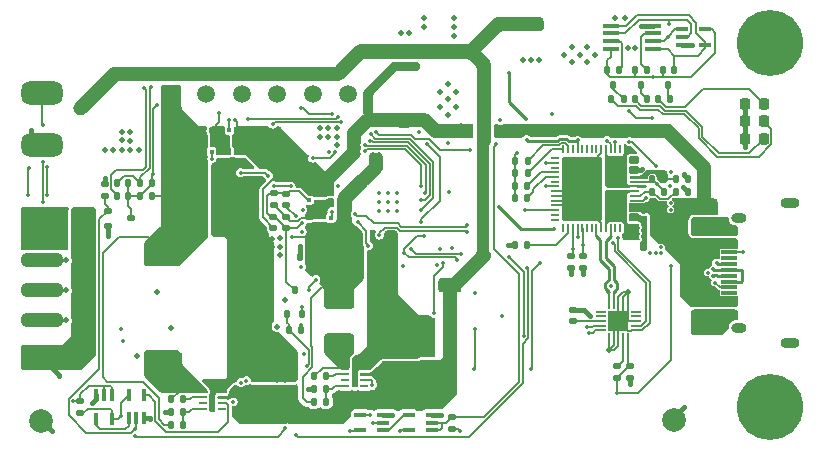
<source format=gbr>
%TF.GenerationSoftware,KiCad,Pcbnew,8.0.3*%
%TF.CreationDate,2024-09-21T22:38:29+02:00*%
%TF.ProjectId,Battery_pack,42617474-6572-4795-9f70-61636b2e6b69,1.0*%
%TF.SameCoordinates,Original*%
%TF.FileFunction,Copper,L1,Top*%
%TF.FilePolarity,Positive*%
%FSLAX46Y46*%
G04 Gerber Fmt 4.6, Leading zero omitted, Abs format (unit mm)*
G04 Created by KiCad (PCBNEW 8.0.3) date 2024-09-21 22:38:29*
%MOMM*%
%LPD*%
G01*
G04 APERTURE LIST*
G04 Aperture macros list*
%AMRoundRect*
0 Rectangle with rounded corners*
0 $1 Rounding radius*
0 $2 $3 $4 $5 $6 $7 $8 $9 X,Y pos of 4 corners*
0 Add a 4 corners polygon primitive as box body*
4,1,4,$2,$3,$4,$5,$6,$7,$8,$9,$2,$3,0*
0 Add four circle primitives for the rounded corners*
1,1,$1+$1,$2,$3*
1,1,$1+$1,$4,$5*
1,1,$1+$1,$6,$7*
1,1,$1+$1,$8,$9*
0 Add four rect primitives between the rounded corners*
20,1,$1+$1,$2,$3,$4,$5,0*
20,1,$1+$1,$4,$5,$6,$7,0*
20,1,$1+$1,$6,$7,$8,$9,0*
20,1,$1+$1,$8,$9,$2,$3,0*%
G04 Aperture macros list end*
%TA.AperFunction,ComponentPad*%
%ADD10R,1.520000X1.520000*%
%TD*%
%TA.AperFunction,ComponentPad*%
%ADD11C,1.520000*%
%TD*%
%TA.AperFunction,SMDPad,CuDef*%
%ADD12RoundRect,0.700000X-1.050000X-0.300000X1.050000X-0.300000X1.050000X0.300000X-1.050000X0.300000X0*%
%TD*%
%TA.AperFunction,SMDPad,CuDef*%
%ADD13RoundRect,0.140000X0.140000X0.170000X-0.140000X0.170000X-0.140000X-0.170000X0.140000X-0.170000X0*%
%TD*%
%TA.AperFunction,SMDPad,CuDef*%
%ADD14R,1.400000X0.800000*%
%TD*%
%TA.AperFunction,SMDPad,CuDef*%
%ADD15R,1.400000X0.300000*%
%TD*%
%TA.AperFunction,ComponentPad*%
%ADD16O,1.600000X0.900000*%
%TD*%
%TA.AperFunction,ComponentPad*%
%ADD17O,1.300000X0.900000*%
%TD*%
%TA.AperFunction,SMDPad,CuDef*%
%ADD18RoundRect,0.050000X0.660000X0.150000X-0.660000X0.150000X-0.660000X-0.150000X0.660000X-0.150000X0*%
%TD*%
%TA.AperFunction,SMDPad,CuDef*%
%ADD19RoundRect,0.135000X-0.135000X-0.185000X0.135000X-0.185000X0.135000X0.185000X-0.135000X0.185000X0*%
%TD*%
%TA.AperFunction,SMDPad,CuDef*%
%ADD20RoundRect,0.135000X0.135000X0.185000X-0.135000X0.185000X-0.135000X-0.185000X0.135000X-0.185000X0*%
%TD*%
%TA.AperFunction,SMDPad,CuDef*%
%ADD21RoundRect,0.048750X0.436250X0.146250X-0.436250X0.146250X-0.436250X-0.146250X0.436250X-0.146250X0*%
%TD*%
%TA.AperFunction,SMDPad,CuDef*%
%ADD22RoundRect,0.250000X0.650000X-0.325000X0.650000X0.325000X-0.650000X0.325000X-0.650000X-0.325000X0*%
%TD*%
%TA.AperFunction,SMDPad,CuDef*%
%ADD23R,0.430000X0.350000*%
%TD*%
%TA.AperFunction,SMDPad,CuDef*%
%ADD24R,1.100000X1.250000*%
%TD*%
%TA.AperFunction,SMDPad,CuDef*%
%ADD25R,0.660000X0.350000*%
%TD*%
%TA.AperFunction,SMDPad,CuDef*%
%ADD26R,0.812800X0.203200*%
%TD*%
%TA.AperFunction,SMDPad,CuDef*%
%ADD27R,0.203200X0.812800*%
%TD*%
%TA.AperFunction,SMDPad,CuDef*%
%ADD28R,1.803400X1.803400*%
%TD*%
%TA.AperFunction,SMDPad,CuDef*%
%ADD29RoundRect,0.140000X0.170000X-0.140000X0.170000X0.140000X-0.170000X0.140000X-0.170000X-0.140000X0*%
%TD*%
%TA.AperFunction,SMDPad,CuDef*%
%ADD30RoundRect,0.135000X0.185000X-0.135000X0.185000X0.135000X-0.185000X0.135000X-0.185000X-0.135000X0*%
%TD*%
%TA.AperFunction,SMDPad,CuDef*%
%ADD31RoundRect,0.250000X-0.325000X-0.650000X0.325000X-0.650000X0.325000X0.650000X-0.325000X0.650000X0*%
%TD*%
%TA.AperFunction,SMDPad,CuDef*%
%ADD32RoundRect,0.125000X-0.125000X0.175000X-0.125000X-0.175000X0.125000X-0.175000X0.125000X0.175000X0*%
%TD*%
%TA.AperFunction,SMDPad,CuDef*%
%ADD33RoundRect,0.140000X-0.170000X0.140000X-0.170000X-0.140000X0.170000X-0.140000X0.170000X0.140000X0*%
%TD*%
%TA.AperFunction,SMDPad,CuDef*%
%ADD34RoundRect,0.087500X0.312500X0.262500X-0.312500X0.262500X-0.312500X-0.262500X0.312500X-0.262500X0*%
%TD*%
%TA.AperFunction,SMDPad,CuDef*%
%ADD35RoundRect,0.025000X0.375000X0.075000X-0.375000X0.075000X-0.375000X-0.075000X0.375000X-0.075000X0*%
%TD*%
%TA.AperFunction,SMDPad,CuDef*%
%ADD36RoundRect,0.025000X0.325000X0.075000X-0.325000X0.075000X-0.325000X-0.075000X0.325000X-0.075000X0*%
%TD*%
%TA.AperFunction,SMDPad,CuDef*%
%ADD37RoundRect,0.025000X0.075000X0.325000X-0.075000X0.325000X-0.075000X-0.325000X0.075000X-0.325000X0*%
%TD*%
%TA.AperFunction,SMDPad,CuDef*%
%ADD38RoundRect,0.087500X0.787500X1.212500X-0.787500X1.212500X-0.787500X-1.212500X0.787500X-1.212500X0*%
%TD*%
%TA.AperFunction,SMDPad,CuDef*%
%ADD39RoundRect,0.087500X0.787500X1.187500X-0.787500X1.187500X-0.787500X-1.187500X0.787500X-1.187500X0*%
%TD*%
%TA.AperFunction,SMDPad,CuDef*%
%ADD40RoundRect,0.170000X1.530000X2.580000X-1.530000X2.580000X-1.530000X-2.580000X1.530000X-2.580000X0*%
%TD*%
%TA.AperFunction,SMDPad,CuDef*%
%ADD41RoundRect,0.420000X-1.330000X-0.180000X1.330000X-0.180000X1.330000X0.180000X-1.330000X0.180000X0*%
%TD*%
%TA.AperFunction,SMDPad,CuDef*%
%ADD42R,2.400000X1.500000*%
%TD*%
%TA.AperFunction,SMDPad,CuDef*%
%ADD43C,2.000000*%
%TD*%
%TA.AperFunction,ComponentPad*%
%ADD44C,5.600000*%
%TD*%
%TA.AperFunction,SMDPad,CuDef*%
%ADD45RoundRect,0.140000X-0.140000X-0.170000X0.140000X-0.170000X0.140000X0.170000X-0.140000X0.170000X0*%
%TD*%
%TA.AperFunction,SMDPad,CuDef*%
%ADD46R,0.711200X0.228600*%
%TD*%
%TA.AperFunction,SMDPad,CuDef*%
%ADD47R,0.350000X0.430000*%
%TD*%
%TA.AperFunction,SMDPad,CuDef*%
%ADD48R,1.250000X1.100000*%
%TD*%
%TA.AperFunction,SMDPad,CuDef*%
%ADD49R,0.350000X0.660000*%
%TD*%
%TA.AperFunction,SMDPad,CuDef*%
%ADD50RoundRect,0.048750X-0.436250X-0.146250X0.436250X-0.146250X0.436250X0.146250X-0.436250X0.146250X0*%
%TD*%
%TA.AperFunction,SMDPad,CuDef*%
%ADD51RoundRect,0.112500X-0.112500X-0.237500X0.112500X-0.237500X0.112500X0.237500X-0.112500X0.237500X0*%
%TD*%
%TA.AperFunction,SMDPad,CuDef*%
%ADD52RoundRect,0.048750X0.146250X-0.436250X0.146250X0.436250X-0.146250X0.436250X-0.146250X-0.436250X0*%
%TD*%
%TA.AperFunction,SMDPad,CuDef*%
%ADD53RoundRect,0.112500X-0.237500X0.112500X-0.237500X-0.112500X0.237500X-0.112500X0.237500X0.112500X0*%
%TD*%
%TA.AperFunction,SMDPad,CuDef*%
%ADD54RoundRect,0.135000X-0.185000X0.135000X-0.185000X-0.135000X0.185000X-0.135000X0.185000X0.135000X0*%
%TD*%
%TA.AperFunction,SMDPad,CuDef*%
%ADD55RoundRect,0.218750X-0.218750X-0.256250X0.218750X-0.256250X0.218750X0.256250X-0.218750X0.256250X0*%
%TD*%
%TA.AperFunction,SMDPad,CuDef*%
%ADD56RoundRect,0.048750X-0.146250X0.436250X-0.146250X-0.436250X0.146250X-0.436250X0.146250X0.436250X0*%
%TD*%
%TA.AperFunction,SMDPad,CuDef*%
%ADD57RoundRect,0.547500X1.057500X-0.547500X1.057500X0.547500X-1.057500X0.547500X-1.057500X-0.547500X0*%
%TD*%
%TA.AperFunction,ViaPad*%
%ADD58C,0.350000*%
%TD*%
%TA.AperFunction,ViaPad*%
%ADD59C,0.500000*%
%TD*%
%TA.AperFunction,Conductor*%
%ADD60C,0.400000*%
%TD*%
%TA.AperFunction,Conductor*%
%ADD61C,0.250000*%
%TD*%
%TA.AperFunction,Conductor*%
%ADD62C,0.200000*%
%TD*%
%TA.AperFunction,Conductor*%
%ADD63C,0.180000*%
%TD*%
%TA.AperFunction,Conductor*%
%ADD64C,0.267208*%
%TD*%
G04 APERTURE END LIST*
D10*
%TO.P,J401,1,Pin_1*%
%TO.N,+12V*%
X119211181Y-103900000D03*
D11*
%TO.P,J401,2,Pin_2*%
%TO.N,GND*%
X122211180Y-103900000D03*
%TO.P,J401,3,Pin_3*%
%TO.N,+5V*%
X125211179Y-103900000D03*
%TO.P,J401,4,Pin_4*%
%TO.N,GND*%
X128211178Y-103900000D03*
%TO.P,J401,5,Pin_5*%
%TO.N,Net-(J401-Pin_5)*%
X131211177Y-103900000D03*
%TO.P,J401,6,Pin_6*%
%TO.N,Net-(J401-Pin_6)*%
X134211176Y-103900000D03*
%TD*%
D12*
%TO.P,TH301,1*%
%TO.N,/USB-C Controller/Battery Charger/U1NTC*%
X108305600Y-103784400D03*
%TO.P,TH301,2*%
%TO.N,GND*%
X108305600Y-108229400D03*
%TD*%
D13*
%TO.P,C212,1*%
%TO.N,+12V*%
X117576601Y-112496600D03*
%TO.P,C212,2*%
%TO.N,/USB-C Controller/GATE1*%
X116616601Y-112496600D03*
%TD*%
D14*
%TO.P,J601,A1_B12,GND*%
%TO.N,GND*%
X166500000Y-122510000D03*
%TO.P,J601,A4_B9,VBUS*%
%TO.N,VBUS2*%
X166500000Y-121510000D03*
D15*
%TO.P,J601,A5,CC1*%
%TO.N,/USB-C Controller/USB-C Connector/C_CC1*%
X166500000Y-120260000D03*
%TO.P,J601,A6,D1+*%
%TO.N,IC_C1_USB_P*%
X166500000Y-119260000D03*
%TO.P,J601,A7,D1-*%
%TO.N,IC_C1_USB_N*%
X166500000Y-118760000D03*
%TO.P,J601,A8,SBU1*%
%TO.N,unconnected-(J601-SBU1-PadA8)*%
X166500000Y-117760000D03*
D14*
%TO.P,J601,A9_B4,VBUS*%
%TO.N,VBUS2*%
X166500000Y-116510000D03*
%TO.P,J601,A12_B1,GND*%
%TO.N,GND*%
X166500000Y-115510000D03*
D15*
%TO.P,J601,B5,CC2*%
%TO.N,/USB-C Controller/USB-C Connector/C_CC2*%
X166500000Y-117260000D03*
%TO.P,J601,B6,D2+*%
%TO.N,IC_C1_USB_P*%
X166500000Y-118260000D03*
%TO.P,J601,B7,D2-*%
%TO.N,IC_C1_USB_N*%
X166500000Y-119760000D03*
%TO.P,J601,B8,SBU2*%
%TO.N,unconnected-(J601-SBU2-PadB8)*%
X166500000Y-120760000D03*
D16*
%TO.P,J601,S1,SHELL_GND*%
%TO.N,SHELL_GND*%
X171600000Y-124930000D03*
%TO.P,J601,S2,SHELL_GND*%
%TO.N,SHELL_GND_0*%
X171600000Y-113090000D03*
D17*
%TO.P,J601,S3,SHELL_GND*%
%TO.N,SHELL_GND_2*%
X167280000Y-123660000D03*
%TO.P,J601,S4,SHELL_GND*%
%TO.N,SHELL_GND_1*%
X167280000Y-114360000D03*
%TD*%
D18*
%TO.P,U305,1,1A*%
%TO.N,/USB-C Controller/Battery Charger/CHRG_F*%
X160020000Y-100045899D03*
%TO.P,U305,2,1B*%
%TO.N,/USB-C Controller/Battery Charger/U1STAT1*%
X160020000Y-99395899D03*
%TO.P,U305,3,2Y*%
%TO.N,Net-(Q308-G)*%
X160020000Y-98745899D03*
%TO.P,U305,4,GND*%
%TO.N,GND*%
X160020000Y-98095899D03*
%TO.P,U305,5,2A*%
%TO.N,/USB-C Controller/Battery Charger/CHRG_F*%
X156480000Y-98095899D03*
%TO.P,U305,6,2B*%
%TO.N,/USB-C Controller/Battery Charger/U1STAT2*%
X156480000Y-98745899D03*
%TO.P,U305,7,1Y*%
%TO.N,Net-(Q307-G)*%
X156480000Y-99395899D03*
%TO.P,U305,8,VCC*%
%TO.N,+3V3*%
X156480000Y-100045899D03*
%TD*%
D19*
%TO.P,R203,1*%
%TO.N,LDO_3V3*%
X148358903Y-111650751D03*
%TO.P,R203,2*%
%TO.N,/USB-C Controller/IC_I2C2_SCL*%
X149378901Y-111650751D03*
%TD*%
D20*
%TO.P,R207,1*%
%TO.N,LDO_3V3*%
X160988700Y-112158750D03*
%TO.P,R207,2*%
%TO.N,/USB-C Controller/IC_ADCIN1*%
X159968702Y-112158750D03*
%TD*%
D19*
%TO.P,R407,1*%
%TO.N,+12V*%
X119225601Y-131899781D03*
%TO.P,R407,2*%
%TO.N,/Power/U3FB*%
X120245599Y-131899781D03*
%TD*%
D21*
%TO.P,U406,1*%
%TO.N,EXT_5V_EN*%
X137200200Y-132374400D03*
%TO.P,U406,2*%
%TO.N,IC_5V_EN*%
X137200201Y-131724400D03*
%TO.P,U406,3,GND*%
%TO.N,GND*%
X137200200Y-131074400D03*
%TO.P,U406,4*%
%TO.N,/Power/U5EN*%
X135240200Y-131074400D03*
%TO.P,U406,5,VCC*%
%TO.N,+3V3*%
X135240200Y-132374400D03*
%TD*%
D22*
%TO.P,C411,1*%
%TO.N,VSYS*%
X126644400Y-129082800D03*
%TO.P,C411,2*%
%TO.N,GND*%
X126644400Y-126132798D03*
%TD*%
D23*
%TO.P,Q203,1*%
%TO.N,+5V*%
X132752501Y-115690798D03*
%TO.P,Q203,2*%
X132752501Y-115040798D03*
%TO.P,Q203,3*%
%TO.N,/USB-C Controller/GATE2*%
X132752501Y-114390798D03*
%TO.P,Q203,4*%
%TO.N,/USB-C Controller/S2S2*%
X130882501Y-114390798D03*
%TO.P,Q203,5*%
%TO.N,+5V*%
X130882501Y-115040798D03*
%TO.P,Q203,6*%
X130882501Y-115690798D03*
D24*
%TO.P,Q203,7*%
X131817501Y-115325797D03*
D25*
%TO.P,Q203,8*%
%TO.N,/USB-C Controller/S2S2*%
X131817501Y-114265798D03*
%TD*%
D26*
%TO.P,U601,1,C_SBU1*%
%TO.N,unconnected-(U601-C_SBU1-Pad1)*%
X155652701Y-122306149D03*
%TO.P,U601,2,C_SBU2*%
%TO.N,unconnected-(U601-C_SBU2-Pad2)*%
X155652701Y-122706151D03*
%TO.P,U601,3,VBIAS*%
%TO.N,/USB-C Controller/USB-C Connector/VBIAS*%
X155652701Y-123106150D03*
%TO.P,U601,4,C_CC1*%
%TO.N,/USB-C Controller/USB-C Connector/C_CC1*%
X155652701Y-123506149D03*
%TO.P,U601,5,C_CC2*%
%TO.N,/USB-C Controller/USB-C Connector/C_CC2*%
X155652701Y-123906151D03*
D27*
%TO.P,U601,6,RPD_G2*%
%TO.N,GND*%
X156300500Y-124553950D03*
%TO.P,U601,7,RPD_G1*%
X156700502Y-124553950D03*
%TO.P,U601,8,GND*%
X157100501Y-124553950D03*
%TO.P,U601,9,~{FLT}*%
%TO.N,/USB-C Controller/USB-C Connector/~{FLT}*%
X157500500Y-124553950D03*
%TO.P,U601,10,VPWER*%
%TO.N,+3V3*%
X157900502Y-124553950D03*
D26*
%TO.P,U601,11,CC2*%
%TO.N,IC_C1_CC2*%
X158548301Y-123906151D03*
%TO.P,U601,12,CC1*%
%TO.N,IC_C1_CC1*%
X158548301Y-123506149D03*
%TO.P,U601,13,GND*%
%TO.N,GND*%
X158548301Y-123106150D03*
%TO.P,U601,14,SBU2*%
%TO.N,unconnected-(U601-SBU2-Pad14)*%
X158548301Y-122706151D03*
%TO.P,U601,15,SBU1*%
%TO.N,unconnected-(U601-SBU1-Pad15)*%
X158548301Y-122306149D03*
D27*
%TO.P,U601,16,NC*%
%TO.N,GND*%
X157900502Y-121658350D03*
%TO.P,U601,17,NC*%
X157500500Y-121658350D03*
%TO.P,U601,18,GND*%
X157100501Y-121658350D03*
%TO.P,U601,19,D2*%
%TO.N,IC_C1_USB_N*%
X156700502Y-121658350D03*
%TO.P,U601,20,D1*%
%TO.N,IC_C1_USB_P*%
X156300500Y-121658350D03*
D28*
%TO.P,U601,21,GND*%
%TO.N,GND*%
X157100501Y-123106150D03*
%TD*%
D29*
%TO.P,C217,1*%
%TO.N,VBUS2*%
X127897311Y-115237199D03*
%TO.P,C217,2*%
%TO.N,/USB-C Controller/GATE2*%
X127897311Y-114277199D03*
%TD*%
D30*
%TO.P,R405,1*%
%TO.N,+3V3*%
X111556800Y-130913599D03*
%TO.P,R405,2*%
%TO.N,Net-(J401-Pin_5)*%
X111556800Y-129893601D03*
%TD*%
D19*
%TO.P,R315,1*%
%TO.N,Net-(D303-A)*%
X158494001Y-104343200D03*
%TO.P,R315,2*%
%TO.N,Net-(Q308-D)*%
X159513999Y-104343200D03*
%TD*%
D31*
%TO.P,C422,1*%
%TO.N,+5V*%
X134872199Y-118647598D03*
%TO.P,C422,2*%
%TO.N,GND*%
X137822201Y-118647598D03*
%TD*%
D23*
%TO.P,Q204,1*%
%TO.N,VBUS2*%
X130882501Y-111571396D03*
%TO.P,Q204,2*%
X130882501Y-112221396D03*
%TO.P,Q204,3*%
%TO.N,/USB-C Controller/GATE2*%
X130882501Y-112871396D03*
%TO.P,Q204,4*%
%TO.N,/USB-C Controller/S2S2*%
X132752501Y-112871396D03*
%TO.P,Q204,5*%
%TO.N,VBUS2*%
X132752501Y-112221396D03*
%TO.P,Q204,6*%
X132752501Y-111571396D03*
D24*
%TO.P,Q204,7*%
X131817501Y-111936397D03*
D25*
%TO.P,Q204,8*%
%TO.N,/USB-C Controller/S2S2*%
X131817501Y-112996396D03*
%TD*%
D30*
%TO.P,R406,1*%
%TO.N,+3V3*%
X143052800Y-132234399D03*
%TO.P,R406,2*%
%TO.N,Net-(J401-Pin_6)*%
X143052800Y-131214401D03*
%TD*%
D32*
%TO.P,Q308,1,G*%
%TO.N,Net-(Q308-G)*%
X159504000Y-101813600D03*
%TO.P,Q308,2,S*%
%TO.N,+3V3*%
X158504000Y-101813600D03*
%TO.P,Q308,3,D*%
%TO.N,Net-(Q308-D)*%
X159004000Y-103113599D03*
%TD*%
D19*
%TO.P,R204,1*%
%TO.N,LDO_3V3*%
X148384801Y-110591601D03*
%TO.P,R204,2*%
%TO.N,/USB-C Controller/IC_I2C1_SDA*%
X149404799Y-110591601D03*
%TD*%
%TO.P,R211,1*%
%TO.N,/USB-C Controller/S2S1*%
X116612002Y-111429800D03*
%TO.P,R211,2*%
%TO.N,/USB-C Controller/GATE1*%
X117632000Y-111429800D03*
%TD*%
D33*
%TO.P,C602,1*%
%TO.N,GND*%
X153226902Y-122168950D03*
%TO.P,C602,2*%
%TO.N,/USB-C Controller/USB-C Connector/VBIAS*%
X153226902Y-123128950D03*
%TD*%
D22*
%TO.P,C417,1*%
%TO.N,VSYS*%
X138277600Y-127132999D03*
%TO.P,C417,2*%
%TO.N,GND*%
X138277600Y-124182997D03*
%TD*%
D34*
%TO.P,U201,1,PP_HV2*%
%TO.N,PP_HV*%
X158390101Y-114313950D03*
D35*
%TO.P,U201,2,PP_HV2*%
X158390101Y-114163950D03*
D34*
%TO.P,U201,3,VBUS2*%
%TO.N,VBUS2*%
X158390101Y-113513950D03*
D35*
%TO.P,U201,4,VBUS2*%
X158390101Y-113363950D03*
D36*
%TO.P,U201,5,VIN_3V3*%
%TO.N,+3V3*%
X158390101Y-112913950D03*
%TO.P,U201,6,ADCIN1*%
%TO.N,/USB-C Controller/IC_ADCIN1*%
X158390101Y-112513950D03*
%TO.P,U201,7,DRAIN2*%
%TO.N,/USB-C Controller/DRAIN2*%
X158390101Y-112113950D03*
%TO.P,U201,8,DRAIN1*%
%TO.N,/USB-C Controller/DRAIN1*%
X158390101Y-111713950D03*
%TO.P,U201,9,LDO_3V3*%
%TO.N,LDO_3V3*%
X158390101Y-111313950D03*
%TO.P,U201,10,ADCIN2*%
%TO.N,/USB-C Controller/IC_ADCIN2*%
X158390101Y-110913950D03*
D34*
%TO.P,U201,11,PP_HV1*%
%TO.N,GND*%
X158390101Y-110313950D03*
D35*
%TO.P,U201,12,PP_HV1*%
X158390101Y-110163950D03*
D34*
%TO.P,U201,13,VBUS1*%
%TO.N,VBUS1*%
X158390101Y-109513950D03*
D35*
%TO.P,U201,14,VBUS1*%
%TO.N,VBUS1_0*%
X158390101Y-109363950D03*
D37*
%TO.P,U201,15,DRAIN1*%
%TO.N,/USB-C Controller/DRAIN1*%
X157640101Y-108563950D03*
%TO.P,U201,16,GPIO0*%
%TO.N,unconnected-(U201-GPIO0-Pad16)*%
X157240101Y-108563950D03*
%TO.P,U201,17,GPIO1*%
%TO.N,IC_12V_EN*%
X156840101Y-108563950D03*
%TO.P,U201,18,GPIO2*%
%TO.N,IC_5V_EN*%
X156440101Y-108563950D03*
%TO.P,U201,19,DRAIN1*%
%TO.N,/USB-C Controller/DRAIN1*%
X156040101Y-108563950D03*
%TO.P,U201,20,GND*%
%TO.N,GND*%
X155640101Y-108563950D03*
%TO.P,U201,21,I2C3_SCL(GPIO5)*%
%TO.N,unconnected-(U201-I2C3_SCL(GPIO5)-Pad21)*%
X155240101Y-108563950D03*
%TO.P,U201,22,I2C3_SDA(GPIO6)*%
%TO.N,unconnected-(U201-I2C3_SDA(GPIO6)-Pad22)*%
X154840101Y-108563950D03*
%TO.P,U201,23,~{I2C3_IRQ}(GPIO7)*%
%TO.N,unconnected-(U201-~{I2C3_IRQ}(GPIO7)-Pad23)*%
X154440101Y-108563950D03*
%TO.P,U201,24,C1_CC1*%
%TO.N,unconnected-(U201-C1_CC1-Pad24)*%
X154040101Y-108563950D03*
%TO.P,U201,25,PP1_CABLE*%
%TO.N,PP_5V*%
X153640101Y-108563950D03*
%TO.P,U201,26,C1_CC2*%
%TO.N,unconnected-(U201-C1_CC2-Pad26)*%
X153240101Y-108563950D03*
%TO.P,U201,27,I2C1_SCL*%
%TO.N,/USB-C Controller/IC_I2C1_SCL*%
X152840101Y-108563950D03*
%TO.P,U201,28,I2C1_SDA*%
%TO.N,/USB-C Controller/IC_I2C1_SDA*%
X152440101Y-108563950D03*
D36*
%TO.P,U201,29,~{I2C1_IRQ}*%
%TO.N,unconnected-(U201-~{I2C1_IRQ}-Pad29)*%
X151690101Y-109313950D03*
%TO.P,U201,30,GPIO3(HPD1)*%
%TO.N,IC_VIN_EN*%
X151690101Y-109713950D03*
%TO.P,U201,31,GPIO4(HPD2)*%
%TO.N,unconnected-(U201-GPIO4(HPD2)-Pad31)*%
X151690101Y-110113950D03*
%TO.P,U201,32,I2C2_SCL*%
%TO.N,/USB-C Controller/IC_I2C2_SCL*%
X151690101Y-110513950D03*
%TO.P,U201,33,I2C2_SDA*%
%TO.N,/USB-C Controller/IC_I2C2_SDA*%
X151690101Y-110913950D03*
%TO.P,U201,34,~{I2C2_IRQ}*%
%TO.N,unconnected-(U201-~{I2C2_IRQ}-Pad34)*%
X151690101Y-111313950D03*
%TO.P,U201,35,LDO_1V8*%
%TO.N,LDO_1V8*%
X151690101Y-111713950D03*
%TO.P,U201,36,SPI_POCI*%
%TO.N,GND*%
X151690101Y-112113950D03*
%TO.P,U201,37,SPI_PICO*%
X151690101Y-112513950D03*
%TO.P,U201,38,SPI_CLK*%
X151690101Y-112913950D03*
%TO.P,U201,39,~{SPI_CS}*%
X151690101Y-113313950D03*
%TO.P,U201,40,GPIO12*%
%TO.N,BMS_~{ACDRV}*%
X151690101Y-113713950D03*
%TO.P,U201,41,GPIO13*%
%TO.N,unconnected-(U201-GPIO13-Pad41)*%
X151690101Y-114113950D03*
%TO.P,U201,42,GPIO14(PWM)*%
%TO.N,unconnected-(U201-GPIO14(PWM)-Pad42)*%
X151690101Y-114513950D03*
D37*
%TO.P,U201,43,GPIO15(PWM)*%
%TO.N,unconnected-(U201-GPIO15(PWM)-Pad43)*%
X152440101Y-115263950D03*
%TO.P,U201,44,HRESET*%
%TO.N,/USB-C Controller/HRESET*%
X152840101Y-115263950D03*
%TO.P,U201,45,C2_CC1*%
%TO.N,IC_C1_CC1*%
X153240101Y-115263950D03*
%TO.P,U201,46,PP2_CABLE*%
%TO.N,PP_5V*%
X153640101Y-115263950D03*
%TO.P,U201,47,C2_CC2*%
%TO.N,IC_C1_CC2*%
X154040101Y-115263950D03*
%TO.P,U201,48,GPIO16(PP_EXT1)*%
%TO.N,unconnected-(U201-GPIO16(PP_EXT1)-Pad48)*%
X154440101Y-115263950D03*
%TO.P,U201,49,GPIO17(PP_EXT2)*%
%TO.N,unconnected-(U201-GPIO17(PP_EXT2)-Pad49)*%
X154840101Y-115263950D03*
%TO.P,U201,50,C1_USB_P(GPIO18)*%
%TO.N,IC_C1_USB_P*%
X155240101Y-115263950D03*
%TO.P,U201,51,GND*%
%TO.N,GND*%
X155640101Y-115263950D03*
%TO.P,U201,52,DRAIN2*%
%TO.N,/USB-C Controller/DRAIN2*%
X156040101Y-115263950D03*
%TO.P,U201,53,C1_USB_N(GPIO19)*%
%TO.N,IC_C1_USB_N*%
X156440101Y-115263950D03*
%TO.P,U201,54,C2_USB_P(GPIO20)*%
%TO.N,unconnected-(U201-C2_USB_P(GPIO20)-Pad54)*%
X156840101Y-115263950D03*
%TO.P,U201,55,C2_USB_N(GPIO21)*%
%TO.N,unconnected-(U201-C2_USB_N(GPIO21)-Pad55)*%
X157240101Y-115263950D03*
%TO.P,U201,56,DRAIN2*%
%TO.N,/USB-C Controller/DRAIN2*%
X157640101Y-115263950D03*
D38*
%TO.P,U201,57,DRAIN2*%
X156915101Y-113363950D03*
D39*
%TO.P,U201,58,DRAIN1*%
%TO.N,/USB-C Controller/DRAIN1*%
X156915101Y-110438950D03*
D40*
%TO.P,U201,59,THERMALPAD(PPAD)*%
%TO.N,GND*%
X153990101Y-111913950D03*
%TD*%
D13*
%TO.P,C413,1*%
%TO.N,/Power/U3BST*%
X120215600Y-129741399D03*
%TO.P,C413,2*%
%TO.N,/Power/U3SW*%
X119255600Y-129741399D03*
%TD*%
D12*
%TO.P,BP501,1*%
%TO.N,/USB-C Controller/Battery Charger/VBAT*%
X108292900Y-126187200D03*
D41*
%TO.P,BP501,2*%
%TO.N,/USB-C Controller/Battery Pack Protection/B1-B2*%
X108292900Y-123012200D03*
%TO.P,BP501,3*%
%TO.N,/USB-C Controller/Battery Pack Protection/B2-B3*%
X108292900Y-120472200D03*
%TO.P,BP501,4*%
%TO.N,/USB-C Controller/Battery Pack Protection/B3-B4*%
X108292900Y-117932200D03*
D12*
%TO.P,BP501,5*%
%TO.N,GND2*%
X108292900Y-114757200D03*
%TD*%
D42*
%TO.P,L404,1,1*%
%TO.N,/Power/U5SW*%
X133451600Y-124968000D03*
%TO.P,L404,2,2*%
%TO.N,+5V*%
X133451600Y-121267998D03*
%TD*%
D20*
%TO.P,R410,1*%
%TO.N,/Power/U5FB*%
X132335999Y-128858397D03*
%TO.P,R410,2*%
%TO.N,GND*%
X131316001Y-128858397D03*
%TD*%
D43*
%TO.P,TP501,1,1*%
%TO.N,GND2*%
X108204000Y-131597400D03*
%TD*%
%TO.P,TP202,1,1*%
%TO.N,GND*%
X161823400Y-131445000D03*
%TD*%
D44*
%TO.P,REF\u002A\u002A,1*%
%TO.N,N/C*%
X169900000Y-99600000D03*
%TD*%
D45*
%TO.P,C213,1*%
%TO.N,/USB-C Controller/S2S1*%
X114660801Y-111429800D03*
%TO.P,C213,2*%
%TO.N,/USB-C Controller/GATE1*%
X115620801Y-111429800D03*
%TD*%
D13*
%TO.P,C420,1*%
%TO.N,+5V*%
X131061400Y-117652800D03*
%TO.P,C420,2*%
%TO.N,GND*%
X130101400Y-117652800D03*
%TD*%
D44*
%TO.P,REF\u002A\u002A,1*%
%TO.N,N/C*%
X169900000Y-130400000D03*
%TD*%
D30*
%TO.P,R601,1*%
%TO.N,+3V3*%
X157011502Y-127959550D03*
%TO.P,R601,2*%
%TO.N,/USB-C Controller/USB-C Connector/~{FLT}*%
X157011502Y-126939552D03*
%TD*%
D46*
%TO.P,U403,1,NC*%
%TO.N,unconnected-(U403-NC-Pad1)*%
X123498737Y-130544189D03*
%TO.P,U403,2,EN*%
%TO.N,/Power/U3EN*%
X123498737Y-130044063D03*
%TO.P,U403,3,VIN*%
%TO.N,VSYS*%
X123498737Y-129543937D03*
%TO.P,U403,4,GND*%
%TO.N,GND*%
X123498737Y-129043811D03*
%TO.P,U403,5,SW*%
%TO.N,/Power/U3SW*%
X121898537Y-129043811D03*
%TO.P,U403,6,BST*%
%TO.N,/Power/U3BST*%
X121898537Y-129543937D03*
%TO.P,U403,7,NC*%
%TO.N,unconnected-(U403-NC-Pad7)*%
X121898537Y-130044063D03*
%TO.P,U403,8,FB*%
%TO.N,/Power/U3FB*%
X121898537Y-130544189D03*
%TD*%
D22*
%TO.P,C418,1*%
%TO.N,VSYS*%
X140613599Y-127132998D03*
%TO.P,C418,2*%
%TO.N,GND*%
X140613599Y-124182996D03*
%TD*%
D33*
%TO.P,C211,1*%
%TO.N,IC_C1_CC2*%
X154076400Y-117630000D03*
%TO.P,C211,2*%
%TO.N,GND*%
X154076400Y-118590000D03*
%TD*%
D47*
%TO.P,Q202,1*%
%TO.N,VBUS2*%
X125471198Y-106913399D03*
%TO.P,Q202,2*%
X124821198Y-106913399D03*
%TO.P,Q202,3*%
%TO.N,/USB-C Controller/GATE1*%
X124171198Y-106913399D03*
%TO.P,Q202,4*%
%TO.N,/USB-C Controller/S2S1*%
X124171198Y-108783399D03*
%TO.P,Q202,5*%
%TO.N,VBUS2*%
X124821198Y-108783399D03*
%TO.P,Q202,6*%
X125471198Y-108783399D03*
D48*
%TO.P,Q202,7*%
X125106197Y-107848399D03*
D49*
%TO.P,Q202,8*%
%TO.N,/USB-C Controller/S2S1*%
X124046198Y-107848399D03*
%TD*%
D13*
%TO.P,C419,1*%
%TO.N,/Power/U5BST*%
X132306000Y-127791598D03*
%TO.P,C419,2*%
%TO.N,/Power/U5SW*%
X131346000Y-127791598D03*
%TD*%
D50*
%TO.P,U302,1*%
%TO.N,/USB-C Controller/Battery Charger/U1STAT1*%
X162494400Y-98420899D03*
%TO.P,U302,2*%
%TO.N,/USB-C Controller/Battery Charger/U1STAT2*%
X162494399Y-99070899D03*
%TO.P,U302,3,GND*%
%TO.N,GND*%
X162494400Y-99720899D03*
%TO.P,U302,4*%
%TO.N,/USB-C Controller/Battery Charger/CHRG_F*%
X164454400Y-99720899D03*
%TO.P,U302,5,VCC*%
%TO.N,+3V3*%
X164454400Y-98420899D03*
%TD*%
D20*
%TO.P,R201,1*%
%TO.N,/USB-C Controller/HRESET*%
X149330100Y-116654550D03*
%TO.P,R201,2*%
%TO.N,GND*%
X148310102Y-116654550D03*
%TD*%
D46*
%TO.P,U405,1,NC*%
%TO.N,unconnected-(U405-NC-Pad1)*%
X135586674Y-128581487D03*
%TO.P,U405,2,EN*%
%TO.N,/Power/U5EN*%
X135586674Y-128081361D03*
%TO.P,U405,3,VIN*%
%TO.N,VSYS*%
X135586674Y-127581235D03*
%TO.P,U405,4,GND*%
%TO.N,GND*%
X135586674Y-127081109D03*
%TO.P,U405,5,SW*%
%TO.N,/Power/U5SW*%
X133986474Y-127081109D03*
%TO.P,U405,6,BST*%
%TO.N,/Power/U5BST*%
X133986474Y-127581235D03*
%TO.P,U405,7,NC*%
%TO.N,unconnected-(U405-NC-Pad7)*%
X133986474Y-128081361D03*
%TO.P,U405,8,FB*%
%TO.N,/Power/U5FB*%
X133986474Y-128581487D03*
%TD*%
D33*
%TO.P,C210,1*%
%TO.N,IC_C1_CC1*%
X153111200Y-117630000D03*
%TO.P,C210,2*%
%TO.N,GND*%
X153111200Y-118590000D03*
%TD*%
D19*
%TO.P,R322,1*%
%TO.N,Net-(D302-A)*%
X156512801Y-104343200D03*
%TO.P,R322,2*%
%TO.N,Net-(Q307-D)*%
X157532799Y-104343200D03*
%TD*%
D33*
%TO.P,C216,1*%
%TO.N,/USB-C Controller/S2S2*%
X128964111Y-114274030D03*
%TO.P,C216,2*%
%TO.N,/USB-C Controller/GATE2*%
X128964111Y-115234030D03*
%TD*%
D30*
%TO.P,R212,1*%
%TO.N,/USB-C Controller/S2S2*%
X127914400Y-113285999D03*
%TO.P,R212,2*%
%TO.N,/USB-C Controller/GATE2*%
X127914400Y-112266001D03*
%TD*%
D47*
%TO.P,Q201,1*%
%TO.N,+12V*%
X121351799Y-108783400D03*
%TO.P,Q201,2*%
X122001799Y-108783400D03*
%TO.P,Q201,3*%
%TO.N,/USB-C Controller/GATE1*%
X122651799Y-108783400D03*
%TO.P,Q201,4*%
%TO.N,/USB-C Controller/S2S1*%
X122651799Y-106913400D03*
%TO.P,Q201,5*%
%TO.N,+12V*%
X122001799Y-106913400D03*
%TO.P,Q201,6*%
X121351799Y-106913400D03*
D48*
%TO.P,Q201,7*%
X121716800Y-107848400D03*
D49*
%TO.P,Q201,8*%
%TO.N,/USB-C Controller/S2S1*%
X122776799Y-107848400D03*
%TD*%
D19*
%TO.P,R210,1*%
%TO.N,/USB-C Controller/IC_ADCIN2*%
X161949902Y-111091950D03*
%TO.P,R210,2*%
%TO.N,GND*%
X162969900Y-111091950D03*
%TD*%
D51*
%TO.P,Q206,1,G*%
%TO.N,IC_5V_EN*%
X129042400Y-122513600D03*
%TO.P,Q206,2,S*%
%TO.N,GND*%
X130342400Y-122513600D03*
%TO.P,Q206,3,D*%
%TO.N,/USB-C Controller/GATE2*%
X129692400Y-120513600D03*
%TD*%
D29*
%TO.P,C215,1*%
%TO.N,+5V*%
X128981200Y-113281400D03*
%TO.P,C215,2*%
%TO.N,/USB-C Controller/GATE2*%
X128981200Y-112321400D03*
%TD*%
D33*
%TO.P,C601,1*%
%TO.N,+3V3*%
X158078302Y-126944151D03*
%TO.P,C601,2*%
%TO.N,GND*%
X158078302Y-127904151D03*
%TD*%
D52*
%TO.P,U404,1*%
%TO.N,EXT_12V_EN*%
X115631200Y-131355781D03*
%TO.P,U404,2*%
%TO.N,IC_12V_EN*%
X116281200Y-131355782D03*
%TO.P,U404,3,GND*%
%TO.N,GND*%
X116931200Y-131355781D03*
%TO.P,U404,4*%
%TO.N,/Power/U3EN*%
X116931200Y-129395781D03*
%TO.P,U404,5,VCC*%
%TO.N,+3V3*%
X115631200Y-129395781D03*
%TD*%
D19*
%TO.P,R202,1*%
%TO.N,LDO_3V3*%
X148358903Y-112717551D03*
%TO.P,R202,2*%
%TO.N,/USB-C Controller/IC_I2C2_SDA*%
X149378901Y-112717551D03*
%TD*%
%TO.P,R205,1*%
%TO.N,LDO_3V3*%
X148384801Y-109524800D03*
%TO.P,R205,2*%
%TO.N,/USB-C Controller/IC_I2C1_SCL*%
X149404799Y-109524800D03*
%TD*%
D31*
%TO.P,C416,1*%
%TO.N,+12V*%
X121765799Y-111912399D03*
%TO.P,C416,2*%
%TO.N,GND*%
X124715801Y-111912399D03*
%TD*%
%TO.P,C421,1*%
%TO.N,+5V*%
X134872199Y-116310795D03*
%TO.P,C421,2*%
%TO.N,GND*%
X137822201Y-116310795D03*
%TD*%
D19*
%TO.P,R209,1*%
%TO.N,LDO_3V3*%
X159968702Y-111091950D03*
%TO.P,R209,2*%
%TO.N,/USB-C Controller/IC_ADCIN2*%
X160988700Y-111091950D03*
%TD*%
D53*
%TO.P,Q205,1,G*%
%TO.N,IC_12V_EN*%
X113858800Y-113751600D03*
%TO.P,Q205,2,S*%
%TO.N,GND*%
X113858800Y-115051600D03*
%TO.P,Q205,3,D*%
%TO.N,/USB-C Controller/GATE1*%
X115858800Y-114401600D03*
%TD*%
D54*
%TO.P,R213,1*%
%TO.N,GND*%
X113639600Y-111504001D03*
%TO.P,R213,2*%
%TO.N,IC_12V_EN*%
X113639600Y-112523999D03*
%TD*%
D19*
%TO.P,R409,1*%
%TO.N,+5V*%
X131316001Y-129925198D03*
%TO.P,R409,2*%
%TO.N,/Power/U5FB*%
X132335999Y-129925198D03*
%TD*%
D55*
%TO.P,D304,1,K*%
%TO.N,GND*%
X167843100Y-104698800D03*
%TO.P,D304,2,A*%
%TO.N,Net-(D304-A)*%
X169418100Y-104698800D03*
%TD*%
D20*
%TO.P,R214,1*%
%TO.N,GND*%
X130202399Y-123901200D03*
%TO.P,R214,2*%
%TO.N,IC_5V_EN*%
X129182401Y-123901200D03*
%TD*%
D56*
%TO.P,U407,1*%
%TO.N,Net-(J401-Pin_5)*%
X114188000Y-129399601D03*
%TO.P,U407,2*%
X113538000Y-129399600D03*
%TO.P,U407,3,GND*%
%TO.N,GND*%
X112888000Y-129399601D03*
%TO.P,U407,4*%
%TO.N,EXT_12V_EN*%
X112888000Y-131359601D03*
%TO.P,U407,5,VCC*%
%TO.N,+3V3*%
X114188000Y-131359601D03*
%TD*%
D22*
%TO.P,C412,1*%
%TO.N,VSYS*%
X128978399Y-129082800D03*
%TO.P,C412,2*%
%TO.N,GND*%
X128978399Y-126132798D03*
%TD*%
D45*
%TO.P,C414,1*%
%TO.N,+12V*%
X122049600Y-110083600D03*
%TO.P,C414,2*%
%TO.N,GND*%
X123009600Y-110083600D03*
%TD*%
D21*
%TO.P,U408,1*%
%TO.N,Net-(J401-Pin_6)*%
X141289600Y-132374400D03*
%TO.P,U408,2*%
X141289601Y-131724400D03*
%TO.P,U408,3,GND*%
%TO.N,GND*%
X141289600Y-131074400D03*
%TO.P,U408,4*%
%TO.N,EXT_5V_EN*%
X139329600Y-131074400D03*
%TO.P,U408,5,VCC*%
%TO.N,+3V3*%
X139329600Y-132374400D03*
%TD*%
D32*
%TO.P,Q309,1,G*%
%TO.N,/USB-C Controller/Battery Charger/CHRG_F*%
X161840800Y-101813600D03*
%TO.P,Q309,2,S*%
%TO.N,+3V3*%
X160840800Y-101813600D03*
%TO.P,Q309,3,D*%
%TO.N,Net-(Q309-D)*%
X161340800Y-103113599D03*
%TD*%
D55*
%TO.P,D303,1,K*%
%TO.N,GND*%
X167843100Y-107696000D03*
%TO.P,D303,2,A*%
%TO.N,Net-(D303-A)*%
X169418100Y-107696000D03*
%TD*%
%TO.P,D302,1,K*%
%TO.N,GND*%
X167842500Y-106200000D03*
%TO.P,D302,2,A*%
%TO.N,Net-(D302-A)*%
X169417500Y-106200000D03*
%TD*%
D31*
%TO.P,C415,1*%
%TO.N,+12V*%
X121765799Y-114221382D03*
%TO.P,C415,2*%
%TO.N,GND*%
X124715801Y-114221382D03*
%TD*%
D45*
%TO.P,C214,1*%
%TO.N,VBUS2*%
X114660800Y-112496600D03*
%TO.P,C214,2*%
%TO.N,/USB-C Controller/GATE1*%
X115620800Y-112496600D03*
%TD*%
D20*
%TO.P,R408,1*%
%TO.N,/Power/U3FB*%
X120245599Y-130832980D03*
%TO.P,R408,2*%
%TO.N,GND*%
X119225601Y-130832980D03*
%TD*%
D19*
%TO.P,R317,1*%
%TO.N,Net-(D304-A)*%
X160475201Y-104343200D03*
%TO.P,R317,2*%
%TO.N,Net-(Q309-D)*%
X161495199Y-104343200D03*
%TD*%
D57*
%TO.P,L403,1,1*%
%TO.N,/Power/U3SW*%
X118567200Y-126681601D03*
%TO.P,L403,2,2*%
%TO.N,+12V*%
X118567200Y-117361599D03*
%TD*%
D32*
%TO.P,Q307,1,G*%
%TO.N,Net-(Q307-G)*%
X157167200Y-101813600D03*
%TO.P,Q307,2,S*%
%TO.N,+3V3*%
X156167200Y-101813600D03*
%TO.P,Q307,3,D*%
%TO.N,Net-(Q307-D)*%
X156667200Y-103113599D03*
%TD*%
D19*
%TO.P,R208,1*%
%TO.N,/USB-C Controller/IC_ADCIN1*%
X161949902Y-112158750D03*
%TO.P,R208,2*%
%TO.N,GND*%
X162969900Y-112158750D03*
%TD*%
D58*
%TO.N,GND*%
X161544000Y-110464600D03*
X161467800Y-111633000D03*
X162636200Y-130378200D03*
%TO.N,PP_5V*%
X151612600Y-115341400D03*
X146989800Y-113411000D03*
%TO.N,GND2*%
X130479800Y-125933200D03*
X125145800Y-128320800D03*
D59*
X128193800Y-123571000D03*
X110032800Y-116128800D03*
X108508800Y-116128800D03*
D58*
X124485400Y-129946400D03*
D59*
X109270800Y-116789200D03*
D58*
X115163600Y-124764800D03*
D59*
X108508800Y-116789200D03*
X110032800Y-116789200D03*
X118059200Y-120650000D03*
X116382800Y-126085600D03*
X109270800Y-116128800D03*
D58*
X109169200Y-132384800D03*
D59*
X107746800Y-116789200D03*
D58*
X125603000Y-128143000D03*
D59*
X107746800Y-116128800D03*
X119210690Y-123698600D03*
D58*
%TO.N,GND*%
X130860800Y-128858397D03*
X154686000Y-114096800D03*
X153263600Y-112572801D03*
X167843100Y-108356900D03*
D59*
X158496000Y-100025200D03*
X128879600Y-128092200D03*
X126238000Y-113792000D03*
X128473200Y-116814600D03*
X125272800Y-125757820D03*
D58*
X154025599Y-113334800D03*
D59*
X131826000Y-106781599D03*
X140614400Y-97485200D03*
D58*
X156464000Y-123088400D03*
D59*
X156311600Y-125526800D03*
X128879600Y-121361201D03*
D58*
X154076400Y-119126000D03*
D59*
X143357601Y-103682800D03*
D58*
X157124400Y-123088400D03*
X153314400Y-109728000D03*
X153263600Y-114096800D03*
D59*
X125069600Y-109601000D03*
D58*
X134797800Y-127990600D03*
X138328400Y-113791999D03*
D59*
X133248400Y-108204000D03*
D58*
X137566401Y-113791999D03*
X152654000Y-113334800D03*
X155346400Y-113334800D03*
D59*
X165150800Y-115519200D03*
D58*
X164653460Y-119007744D03*
D59*
X135153400Y-126441199D03*
X163626800Y-123088400D03*
X136855200Y-119481600D03*
X152488800Y-100542800D03*
X123748800Y-109601000D03*
D58*
X159017945Y-98117945D03*
D59*
X123647200Y-113792000D03*
D58*
X112572800Y-130048000D03*
X141986001Y-116992400D03*
X160731200Y-116865400D03*
X122682000Y-130352800D03*
D59*
X138988800Y-122428000D03*
X164388800Y-123901200D03*
X149047200Y-101041200D03*
D58*
X144989099Y-120707101D03*
D59*
X128473200Y-117551200D03*
D58*
X136804401Y-112268000D03*
X130352800Y-121920000D03*
X130327400Y-115544600D03*
D59*
X143154400Y-98221800D03*
D58*
X117477420Y-131391781D03*
X161518600Y-113665000D03*
D59*
X154470000Y-99882400D03*
X132537200Y-107492800D03*
X139750800Y-122428000D03*
D58*
X154686000Y-112572800D03*
D59*
X154470000Y-101203201D03*
X124587000Y-125018800D03*
X136855200Y-118770400D03*
D58*
X133400800Y-111633000D03*
X138328400Y-113030000D03*
X137566401Y-112268001D03*
X142759616Y-112154784D03*
X152654000Y-110540800D03*
D59*
X138684000Y-98755200D03*
D58*
X134797800Y-127406400D03*
X163300000Y-99700000D03*
D59*
X125272800Y-125018800D03*
D58*
X142697200Y-108051600D03*
D59*
X142697200Y-105664000D03*
D58*
X130251200Y-118491000D03*
D59*
X141224000Y-123139200D03*
D58*
X130149600Y-116789200D03*
D59*
X128219200Y-127025400D03*
X163626800Y-114706400D03*
D58*
X158089600Y-128422400D03*
D59*
X125577600Y-113792000D03*
X138988800Y-123139200D03*
D58*
X147777200Y-116636800D03*
X154711400Y-122682000D03*
X107340400Y-106934000D03*
X160248600Y-117348000D03*
X118719600Y-130832981D03*
D59*
X128219200Y-128092200D03*
X132537200Y-106781599D03*
D58*
X113919000Y-115874800D03*
X157734000Y-123088400D03*
D59*
X165150800Y-123901200D03*
X149733000Y-101041200D03*
D58*
X136804401Y-113030000D03*
X122682000Y-129743200D03*
D59*
X116535199Y-108610400D03*
X157886400Y-120650000D03*
D58*
X161518600Y-113106200D03*
D59*
X165150800Y-114706400D03*
D58*
X159100000Y-110200000D03*
D59*
X150418800Y-101041200D03*
X142036800Y-105003600D03*
X163626800Y-115519200D03*
D58*
X132638800Y-108762800D03*
X160731200Y-117348000D03*
D59*
X140614400Y-98196400D03*
X142036800Y-103682800D03*
X140512800Y-123139200D03*
D58*
X134797800Y-128549400D03*
D59*
X127787400Y-116814600D03*
D58*
X137922000Y-131064000D03*
D59*
X128473200Y-116103400D03*
X164388800Y-123088400D03*
D58*
X113639600Y-110998000D03*
X153314400Y-111302800D03*
D59*
X153149200Y-99882401D03*
X164388800Y-115519200D03*
X115061998Y-107819400D03*
X127787400Y-116128800D03*
D58*
X130225800Y-123418600D03*
D59*
X142697200Y-103022400D03*
D58*
X156511041Y-120134864D03*
X162560000Y-111760000D03*
D59*
X122936000Y-113792000D03*
X143154400Y-97485200D03*
X131826000Y-107492800D03*
D58*
X141754801Y-118384801D03*
X153974800Y-110540800D03*
D59*
X157886400Y-100025200D03*
D58*
X122732800Y-128676400D03*
D59*
X115773201Y-108610402D03*
D58*
X140258800Y-107086400D03*
D59*
X113639600Y-108610404D03*
D58*
X155346400Y-110540800D03*
X130379199Y-113665999D03*
D59*
X153809599Y-100542800D03*
D58*
X143052801Y-116947000D03*
X147275099Y-122688301D03*
D59*
X156819600Y-97434400D03*
X128879600Y-127025400D03*
D58*
X154736800Y-111302800D03*
D59*
X142697200Y-104343200D03*
D58*
X137566401Y-113030000D03*
D59*
X115062000Y-107108201D03*
D58*
X162661600Y-110642400D03*
X151472800Y-105572000D03*
D59*
X136855200Y-118110000D03*
X133248400Y-107492800D03*
X157632400Y-97434400D03*
X164388800Y-114706400D03*
X133248400Y-106781599D03*
D58*
X136702800Y-117449600D03*
X153111200Y-119126000D03*
X142087600Y-131064000D03*
D59*
X143154400Y-98933000D03*
X165150800Y-123088400D03*
X124587000Y-124310020D03*
X139750800Y-123139200D03*
X139369800Y-98755200D03*
D58*
X138328401Y-112268000D03*
X159766000Y-117348000D03*
X136804401Y-113792000D03*
D59*
X114350800Y-108610400D03*
D58*
X154736800Y-109728000D03*
D59*
X125272800Y-124310020D03*
D58*
X138887200Y-118414800D03*
X147116800Y-106121200D03*
D59*
X115773200Y-107848400D03*
X163626800Y-123901200D03*
X143357600Y-105003600D03*
X124409200Y-109601000D03*
X115773200Y-107086400D03*
X153149200Y-101203200D03*
X155130400Y-100542800D03*
X124587000Y-125757820D03*
X115062000Y-108610402D03*
D58*
%TO.N,LDO_1V8*%
X150977600Y-111709200D03*
%TO.N,LDO_3V3*%
X158038800Y-107924600D03*
X148488400Y-108864400D03*
X160299400Y-110007400D03*
X160379176Y-111502424D03*
%TO.N,PP_HV*%
X149098000Y-124358400D03*
X159207200Y-115925600D03*
X140411200Y-114706400D03*
X159207200Y-114401600D03*
X140853601Y-108113200D03*
X159207200Y-116941600D03*
X138988800Y-117348000D03*
X143459200Y-117906800D03*
X159207200Y-116433600D03*
X159207200Y-115417600D03*
X159207200Y-114909600D03*
X147802600Y-117678200D03*
X140615380Y-115924620D03*
%TO.N,PP_5V*%
X153640100Y-115976400D03*
X149301200Y-106019600D03*
X149326600Y-107746800D03*
X147828000Y-102108000D03*
X153640100Y-107797600D03*
%TO.N,+3V3*%
X143713200Y-132384800D03*
X138582400Y-132384800D03*
X161518600Y-118414800D03*
X160070800Y-102427700D03*
X158038800Y-105333800D03*
X159410400Y-112725200D03*
X156997400Y-129159000D03*
X159943800Y-105892600D03*
X134416800Y-132384800D03*
X114960400Y-131165600D03*
%TO.N,IC_C1_CC1*%
X156667200Y-116484400D03*
X153240101Y-117043200D03*
%TO.N,IC_C1_CC2*%
X157073600Y-116078000D03*
X154076400Y-116636800D03*
%TO.N,+5V*%
X136296400Y-109423200D03*
X129489200Y-115951000D03*
X136804400Y-108966000D03*
X136804400Y-109423200D03*
X129768600Y-114198400D03*
X136296400Y-108966000D03*
%TO.N,VSYS*%
X111556800Y-105003600D03*
D59*
X142189200Y-119735600D03*
X142849600Y-119735600D03*
D58*
X111556800Y-104546400D03*
X112496600Y-104546400D03*
D59*
X143510000Y-119735600D03*
X143510000Y-120345200D03*
X142189200Y-120345200D03*
X150418800Y-97993200D03*
D58*
X112014000Y-104546400D03*
X112014000Y-104978200D03*
X111556800Y-105460800D03*
D59*
X148894800Y-97993200D03*
X142849600Y-120345200D03*
X149656800Y-97993200D03*
D58*
%TO.N,IC_C1_USB_N*%
X156791606Y-120678199D03*
X165136937Y-118723400D03*
%TO.N,IC_C1_USB_P*%
X156238406Y-120678199D03*
X165136937Y-119276600D03*
X165431701Y-118178550D03*
%TO.N,IC_12V_EN*%
X149402800Y-118618000D03*
X116193057Y-132245857D03*
X129844800Y-132740400D03*
X156840101Y-107950000D03*
%TO.N,IC_5V_EN*%
X150469600Y-118186200D03*
X156133800Y-107823000D03*
X136296400Y-131749800D03*
X149707600Y-127203200D03*
X130759200Y-126873000D03*
%TO.N,IC_VIN_EN*%
X150977600Y-109728000D03*
D59*
%TO.N,VBUS2*%
X144399000Y-107289600D03*
X165150800Y-117094000D03*
D58*
X159969200Y-113131600D03*
D59*
X139090400Y-101549200D03*
D58*
X159664400Y-113588800D03*
X159207200Y-113385600D03*
D59*
X164439600Y-117094000D03*
X164439600Y-120954800D03*
X148132800Y-107315000D03*
X139827000Y-101549200D03*
D58*
X116967000Y-103403400D03*
D59*
X165150800Y-120954800D03*
X146837400Y-107315000D03*
X165150800Y-116433600D03*
X147472400Y-107315000D03*
X165150800Y-121615200D03*
X143738600Y-106629200D03*
X164439600Y-121615200D03*
D58*
X124663200Y-106070400D03*
D59*
X164439600Y-116433600D03*
X143738600Y-107289600D03*
D58*
X159207200Y-113860603D03*
D59*
X138328400Y-101549200D03*
D58*
%TO.N,BMS_~{ACDRV}*%
X143764000Y-117398800D03*
X139547600Y-116992400D03*
X149174200Y-113715800D03*
%TO.N,/Power/U5EN*%
X136093200Y-131085202D03*
X136271000Y-128498600D03*
D59*
%TO.N,/USB-C Controller/Battery Charger/VBAT*%
X111810800Y-114503200D03*
X112471200Y-114503200D03*
X112471200Y-115214400D03*
D58*
X127457200Y-110794800D03*
D59*
X111150400Y-113792000D03*
D58*
X125120400Y-110540800D03*
X127965200Y-111658400D03*
D59*
X111150400Y-115214400D03*
X111150400Y-114503200D03*
X111810800Y-113792000D03*
X112471200Y-113792000D03*
X111810800Y-115214400D03*
D58*
X109778800Y-127762000D03*
X129387600Y-111709200D03*
D59*
%TO.N,/USB-C Controller/Battery Pack Protection/B1-B2*%
X110360200Y-123060200D03*
%TO.N,/USB-C Controller/Battery Pack Protection/B2-B3*%
X110360200Y-120520200D03*
%TO.N,/USB-C Controller/Battery Pack Protection/B3-B4*%
X110360200Y-117980200D03*
D58*
%TO.N,/USB-C Controller/GATE1*%
X124155200Y-106121200D03*
X118033800Y-104800400D03*
X122682000Y-109372400D03*
X117703600Y-110693200D03*
%TO.N,/USB-C Controller/S2S1*%
X117506563Y-103315092D03*
X123317000Y-105486200D03*
%TO.N,/USB-C Controller/GATE2*%
X132842000Y-113842800D03*
X130327400Y-114833400D03*
%TO.N,/USB-C Controller/Battery Charger/GATE3*%
X144881600Y-127127000D03*
X144920199Y-123799600D03*
%TO.N,/USB-C Controller/Battery Charger/S2S3*%
X141503400Y-122453400D03*
X142290800Y-118160800D03*
%TO.N,/USB-C Controller/Battery Charger/SW_BAT*%
X140716000Y-112279999D03*
X127836302Y-106426000D03*
X133654800Y-106273600D03*
X135636000Y-108178600D03*
%TO.N,/USB-C Controller/Battery Charger/U1VREF*%
X135026400Y-114706400D03*
X135940800Y-116738400D03*
%TO.N,/USB-C Controller/USB-C Connector/C_CC1*%
X154408101Y-123574352D03*
X165262777Y-119846030D03*
%TO.N,/USB-C Controller/USB-C Connector/C_CC2*%
X154611301Y-124096750D03*
X167627459Y-117264151D03*
%TO.N,/USB-C Controller/Battery Charger/U1HIDRV*%
X136093200Y-107848400D03*
X133350000Y-105816400D03*
X140411200Y-112826800D03*
X125730000Y-105968800D03*
%TO.N,/USB-C Controller/Battery Charger/U1LODRV*%
X135610600Y-108737400D03*
X131216400Y-109321600D03*
X133146800Y-108813600D03*
X140411200Y-111658400D03*
%TO.N,/USB-C Controller/Battery Charger/U1BATDRV*%
X107213400Y-110159800D03*
X107142200Y-112407300D03*
X132842000Y-105562400D03*
X140411200Y-113741200D03*
X136118600Y-107264200D03*
X130251200Y-105029000D03*
%TO.N,/USB-C Controller/Battery Charger/U1NTC*%
X108381800Y-106527600D03*
X116179600Y-132825000D03*
X108407200Y-113004600D03*
X128905000Y-132181600D03*
X130886200Y-120472200D03*
X131495800Y-119608600D03*
X108356400Y-109677200D03*
%TO.N,/USB-C Controller/DRAIN1*%
X156464000Y-110388400D03*
X157429200Y-109575600D03*
X156464000Y-111252000D03*
X157429200Y-110388400D03*
X157429200Y-111252000D03*
X156464000Y-109575600D03*
%TO.N,/USB-C Controller/DRAIN2*%
X156464000Y-112522000D03*
X157429200Y-114198400D03*
X156464000Y-113334800D03*
X157429200Y-112522000D03*
X156464000Y-114198400D03*
X157429200Y-113334800D03*
%TO.N,/USB-C Controller/Battery Charger/U1STAT1*%
X161282483Y-99067517D03*
X136855200Y-115824000D03*
X144297400Y-115544600D03*
%TO.N,/USB-C Controller/Battery Charger/U1STAT2*%
X134823200Y-114046000D03*
X144272000Y-115011200D03*
X161399549Y-97926501D03*
%TO.N,/USB-C Controller/Battery Pack Protection/NPACK_P*%
X114960400Y-123799600D03*
%TO.N,Net-(J401-Pin_6)*%
X146735800Y-108153200D03*
X136553777Y-107073810D03*
X144551400Y-108635800D03*
%TO.N,Net-(J401-Pin_5)*%
X110947200Y-129895600D03*
X108762800Y-110032800D03*
X108762800Y-112420400D03*
%TD*%
D60*
%TO.N,GND*%
X130101400Y-116837400D02*
X130149600Y-116789200D01*
X130101400Y-117652800D02*
X130101400Y-116837400D01*
X161823400Y-131191000D02*
X162636200Y-130378200D01*
X161823400Y-131445000D02*
X161823400Y-131191000D01*
D61*
%TO.N,PP_5V*%
X151460200Y-115316000D02*
X151587200Y-115316000D01*
X151587200Y-115316000D02*
X151612600Y-115341400D01*
X146989800Y-113411000D02*
X148894800Y-115316000D01*
X148894800Y-115316000D02*
X151460200Y-115316000D01*
D62*
%TO.N,Net-(J401-Pin_6)*%
X145718077Y-131214401D02*
X143052800Y-131214401D01*
X146558000Y-116999286D02*
X148691600Y-119132886D01*
X146558000Y-108331000D02*
X146558000Y-116999286D01*
X148691600Y-128240878D02*
X145718077Y-131214401D01*
X146735800Y-108153200D02*
X146558000Y-108331000D01*
X148691600Y-119132886D02*
X148691600Y-128240878D01*
D60*
%TO.N,GND2*%
X108381800Y-131597400D02*
X109169200Y-132384800D01*
X108204000Y-131597400D02*
X108381800Y-131597400D01*
D63*
%TO.N,GND*%
X157900502Y-121658350D02*
X157900502Y-120664102D01*
D60*
X154203400Y-122174000D02*
X153231952Y-122174000D01*
D63*
X152503250Y-112113950D02*
X153314400Y-111302800D01*
D62*
X130342400Y-122513600D02*
X130342400Y-121930400D01*
D60*
X153111200Y-118590000D02*
X153111200Y-119126000D01*
X141289600Y-131074400D02*
X142077200Y-131074400D01*
D63*
X157480000Y-120650000D02*
X157886400Y-120650000D01*
X157259806Y-120872134D02*
X157259806Y-120870194D01*
D60*
X162560000Y-111760000D02*
X162571150Y-111760000D01*
D63*
X156300500Y-125515700D02*
X156311600Y-125526800D01*
D62*
X130225800Y-123418600D02*
X130225800Y-123877799D01*
D63*
X152922451Y-112913950D02*
X153263600Y-112572801D01*
D60*
X159039991Y-98095899D02*
X159017945Y-98117945D01*
X148310102Y-116654550D02*
X147794950Y-116654550D01*
X118719601Y-130832980D02*
X118719600Y-130832981D01*
X147794950Y-116654550D02*
X147777200Y-116636800D01*
X112888000Y-129732800D02*
X112572800Y-130048000D01*
X107340400Y-108229400D02*
X107340400Y-106934000D01*
X116931200Y-131355781D02*
X117441420Y-131355781D01*
D63*
X151690101Y-113313950D02*
X152633150Y-113313950D01*
X157900502Y-121658350D02*
X157900502Y-122921898D01*
D60*
X162571150Y-111760000D02*
X162969900Y-112158750D01*
D63*
X156300500Y-124553950D02*
X156300500Y-125515700D01*
X156700502Y-124553950D02*
X156700502Y-123506149D01*
X157100501Y-121658350D02*
X157100501Y-123064501D01*
D60*
X160020000Y-98095899D02*
X159039991Y-98095899D01*
D63*
X157500500Y-121658351D02*
X157500500Y-122706151D01*
X157900502Y-122921898D02*
X157734000Y-123088400D01*
X155640101Y-114813254D02*
X154923647Y-114096800D01*
D60*
X108305600Y-108229400D02*
X107340400Y-108229400D01*
X137210600Y-131064000D02*
X137200200Y-131074400D01*
X154711400Y-122682000D02*
X154203400Y-122174000D01*
X142077200Y-131074400D02*
X142087600Y-131064000D01*
D63*
X158148302Y-123917151D02*
X157915100Y-123917151D01*
X154826051Y-109728000D02*
X154736800Y-109728000D01*
D60*
X130860800Y-128858397D02*
X131316001Y-128858397D01*
D63*
X156700502Y-124553950D02*
X156700502Y-125137898D01*
D60*
X153231952Y-122174000D02*
X153226902Y-122168950D01*
X162661600Y-110783650D02*
X162969900Y-111091950D01*
D63*
X157100501Y-124553950D02*
X157100501Y-123106150D01*
D60*
X113919000Y-115111801D02*
X113858799Y-115051600D01*
D63*
X155640101Y-108563950D02*
X155640101Y-108913950D01*
X157500500Y-121035900D02*
X157886400Y-120650000D01*
D60*
X113919000Y-115874800D02*
X113919000Y-115111801D01*
D63*
X157100501Y-125195099D02*
X156768800Y-125526800D01*
D62*
X130342400Y-121930400D02*
X130352800Y-121920000D01*
D63*
X157100501Y-123517149D02*
X156700502Y-123117150D01*
X157106650Y-123106150D02*
X157100501Y-123106150D01*
D60*
X113639600Y-111504001D02*
X113639600Y-110998000D01*
X162661600Y-110642400D02*
X162661600Y-110783650D01*
X163279101Y-99720899D02*
X163300000Y-99700000D01*
D63*
X157100501Y-123064501D02*
X157124400Y-123088400D01*
D60*
X158390101Y-110313950D02*
X158986050Y-110313950D01*
X167843100Y-108356900D02*
X167843100Y-107696000D01*
D63*
X155640101Y-108913950D02*
X154826051Y-109728000D01*
X153204749Y-112513950D02*
X153263600Y-112572801D01*
X152633150Y-113313950D02*
X152654000Y-113334800D01*
X155640101Y-115263950D02*
X155640101Y-114813254D01*
D60*
X154076400Y-118590000D02*
X154076400Y-119126000D01*
D63*
X157900502Y-120664102D02*
X157886400Y-120650000D01*
D60*
X112888000Y-129399601D02*
X112888000Y-129732800D01*
X119225601Y-130832980D02*
X118719601Y-130832980D01*
D63*
X157500500Y-121658350D02*
X157500500Y-121035900D01*
X156700502Y-125137898D02*
X156311600Y-125526800D01*
D60*
X158986050Y-110313950D02*
X159100000Y-110200000D01*
D63*
X156300503Y-122717151D02*
X156464000Y-122880648D01*
X156671752Y-123088400D02*
X156700502Y-123117150D01*
X151690101Y-112913950D02*
X152922451Y-112913950D01*
X151690101Y-112513950D02*
X153204749Y-112513950D01*
X157100501Y-124553950D02*
X157100501Y-125195099D01*
X158548301Y-123106151D02*
X157734000Y-123088400D01*
X157100501Y-121658350D02*
X157100501Y-121031439D01*
D60*
X162494400Y-99720899D02*
X163279101Y-99720899D01*
D63*
X156768800Y-125526800D02*
X156311600Y-125526800D01*
X151690101Y-112113950D02*
X152503250Y-112113950D01*
X157124400Y-123088400D02*
X157106650Y-123106150D01*
X157100501Y-121031439D02*
X157259806Y-120872134D01*
X157734000Y-123088400D02*
X157124400Y-123088400D01*
D62*
X130225800Y-123877799D02*
X130202399Y-123901200D01*
D60*
X117441420Y-131355781D02*
X117477420Y-131391781D01*
X167843100Y-104698800D02*
X167843100Y-107696000D01*
D63*
X156464000Y-122880648D02*
X156464000Y-123088400D01*
D60*
X137922000Y-131064000D02*
X137210600Y-131064000D01*
X158078302Y-127904151D02*
X158078302Y-128411102D01*
X158078302Y-128411102D02*
X158089600Y-128422400D01*
D63*
X157259806Y-120870194D02*
X157480000Y-120650000D01*
X156464000Y-123088400D02*
X156671752Y-123088400D01*
X154923647Y-114096800D02*
X154686000Y-114096800D01*
%TO.N,LDO_1V8*%
X151685351Y-111709200D02*
X151690101Y-111713950D01*
X150977600Y-111709200D02*
X151685351Y-111709200D01*
D62*
%TO.N,LDO_3V3*%
X148384801Y-108967999D02*
X148488400Y-108864400D01*
X148384801Y-110591601D02*
X148384801Y-111624853D01*
D63*
X160988700Y-112111948D02*
X159968702Y-111091950D01*
D62*
X148358903Y-111650751D02*
X148358903Y-112717551D01*
D63*
X160379176Y-111502424D02*
X160190702Y-111313950D01*
D62*
X148384801Y-111624853D02*
X148358903Y-111650751D01*
D63*
X160379176Y-111502424D02*
X159968702Y-111091950D01*
D62*
X158216600Y-107924600D02*
X158038800Y-107924600D01*
D63*
X160190702Y-111313950D02*
X158390101Y-111313950D01*
D62*
X148384801Y-109524800D02*
X148384801Y-110591601D01*
X148384801Y-109524800D02*
X148384801Y-108967999D01*
X160299400Y-110007400D02*
X158216600Y-107924600D01*
D63*
X160988700Y-112158750D02*
X160988700Y-112111948D01*
D62*
%TO.N,PP_HV*%
X141986000Y-112928400D02*
X141986000Y-109245599D01*
X147878800Y-117703600D02*
X147828000Y-117703600D01*
X149098000Y-118922800D02*
X149098000Y-124358400D01*
X140049694Y-115924620D02*
X138988800Y-116985514D01*
X143256000Y-117703600D02*
X143459200Y-117906800D01*
X139344400Y-117703600D02*
X143256000Y-117703600D01*
X138988800Y-116985514D02*
X138988800Y-117348000D01*
X140411200Y-114503200D02*
X141986000Y-112928400D01*
X140411200Y-114706400D02*
X140411200Y-114503200D01*
X141986000Y-109245599D02*
X140853601Y-108113200D01*
X140615380Y-115924620D02*
X140049694Y-115924620D01*
X138988800Y-117348000D02*
X139344400Y-117703600D01*
X147828000Y-117703600D02*
X147802600Y-117678200D01*
X147878800Y-117703600D02*
X149098000Y-118922800D01*
D63*
%TO.N,PP_5V*%
X153640101Y-115976399D02*
X153640101Y-115263950D01*
D61*
X147828000Y-102108000D02*
X147828000Y-104546400D01*
X152735326Y-107708950D02*
X152849376Y-107823000D01*
X153614700Y-107823000D02*
X153640100Y-107797600D01*
X152849376Y-107823000D02*
X153614700Y-107823000D01*
X151979922Y-107823000D02*
X152093972Y-107708950D01*
X152093972Y-107708950D02*
X152735326Y-107708950D01*
D63*
X153640100Y-115976400D02*
X153640101Y-115976399D01*
D61*
X149402800Y-107823000D02*
X151979922Y-107823000D01*
D63*
X153640100Y-108563949D02*
X153640101Y-108563950D01*
D61*
X147828000Y-104546400D02*
X149301200Y-106019600D01*
D63*
X153640100Y-107797600D02*
X153640100Y-108563949D01*
D61*
X149326600Y-107746800D02*
X149402800Y-107823000D01*
D63*
%TO.N,+3V3*%
X157900501Y-124553952D02*
X157900501Y-126766351D01*
D62*
X135240200Y-132374400D02*
X135218998Y-132353198D01*
D63*
X157900501Y-126766351D02*
X158078302Y-126944151D01*
D62*
X158504000Y-101813600D02*
X158504000Y-102419700D01*
D63*
X159221650Y-112913950D02*
X159410400Y-112725200D01*
D62*
X156480000Y-100720400D02*
X156167200Y-101033200D01*
X161518600Y-118414800D02*
X161518600Y-126365000D01*
X114960400Y-130066581D02*
X115631200Y-129395781D01*
X138592800Y-132374400D02*
X138582400Y-132384800D01*
X156167200Y-101033200D02*
X156167200Y-101813600D01*
X134416800Y-132384800D02*
X135229800Y-132384800D01*
X156997400Y-129159000D02*
X157022800Y-129159000D01*
X160070800Y-102427700D02*
X163272300Y-102427700D01*
X114766399Y-131359601D02*
X114960400Y-131165600D01*
X160832800Y-102427700D02*
X160840800Y-102419700D01*
X158724600Y-129159000D02*
X156997400Y-129159000D01*
X160840800Y-102419700D02*
X160840800Y-101813600D01*
X111808801Y-130913599D02*
X112166400Y-130556000D01*
X156175200Y-102174800D02*
X156428100Y-102427700D01*
X139329600Y-132374400D02*
X138592800Y-132374400D01*
X156428100Y-102427700D02*
X158496000Y-102427700D01*
X156480000Y-100045899D02*
X156480000Y-100720400D01*
X135229800Y-132384800D02*
X135240200Y-132374400D01*
X157048200Y-129133600D02*
X157011502Y-129096902D01*
X165303200Y-100396800D02*
X165303200Y-98682249D01*
X157011502Y-129096902D02*
X157011502Y-127959550D01*
X143562799Y-132234399D02*
X143713200Y-132384800D01*
X112166400Y-130556000D02*
X114096800Y-130556000D01*
X158504000Y-102419700D02*
X158496000Y-102427700D01*
D63*
X158026901Y-126944151D02*
X157011502Y-127959550D01*
D62*
X158038800Y-105333800D02*
X158597600Y-105892600D01*
X165303200Y-98682249D02*
X165041850Y-98420899D01*
X114960400Y-131165600D02*
X114960400Y-130066581D01*
X159715200Y-105892600D02*
X159943800Y-105892600D01*
X114096800Y-130556000D02*
X114188000Y-130647200D01*
X161518600Y-126365000D02*
X158724600Y-129159000D01*
X111556800Y-130913599D02*
X111808801Y-130913599D01*
X165041850Y-98420899D02*
X164454400Y-98420899D01*
D63*
X158390101Y-112913950D02*
X159221650Y-112913950D01*
D62*
X114188000Y-130647200D02*
X114188000Y-131359601D01*
X114188000Y-131359601D02*
X114766399Y-131359601D01*
X156175200Y-101821600D02*
X156175200Y-102174800D01*
X157022800Y-129159000D02*
X157048200Y-129133600D01*
X158496000Y-102427700D02*
X160070800Y-102427700D01*
X156167200Y-101813600D02*
X156175200Y-101821600D01*
X143052800Y-132234399D02*
X143562799Y-132234399D01*
X163272300Y-102427700D02*
X165303200Y-100396800D01*
X158597600Y-105892600D02*
X159715200Y-105892600D01*
D63*
%TO.N,IC_C1_CC1*%
X153111200Y-117630000D02*
X153240101Y-117501099D01*
X156667200Y-116484400D02*
X156793600Y-116610800D01*
X159036302Y-123506149D02*
X158548301Y-123506149D01*
X156793600Y-117209980D02*
X159461200Y-119877580D01*
X159461200Y-123081251D02*
X159036302Y-123506149D01*
X156793600Y-116610800D02*
X156793600Y-117209980D01*
X153240101Y-117043200D02*
X153240101Y-115263950D01*
X159461200Y-119877580D02*
X159461200Y-123081251D01*
X153240101Y-117501099D02*
X153240101Y-117043200D01*
%TO.N,IC_C1_CC2*%
X157073600Y-117094000D02*
X159741200Y-119761600D01*
X159134701Y-123906151D02*
X158548301Y-123906151D01*
X154076400Y-115300249D02*
X154040101Y-115263950D01*
X157073600Y-116078000D02*
X157073600Y-117094000D01*
X159741200Y-119761600D02*
X159741200Y-123299652D01*
X159741200Y-123299652D02*
X159134701Y-123906151D01*
X154076400Y-117630000D02*
X154076400Y-115300249D01*
D62*
%TO.N,+12V*%
X121181598Y-112496600D02*
X121765799Y-111912399D01*
X114777800Y-116027200D02*
X117232801Y-116027200D01*
X113792000Y-128244600D02*
X113431600Y-127884200D01*
X117232801Y-116027200D02*
X118567200Y-117361599D01*
X117576601Y-112496600D02*
X121181598Y-112496600D01*
X113431600Y-117373400D02*
X114777800Y-116027200D01*
X116814600Y-128244600D02*
X113792000Y-128244600D01*
X118177420Y-129607420D02*
X116814600Y-128244600D01*
X118658845Y-131899781D02*
X118177420Y-131418356D01*
X113431600Y-127884200D02*
X113431600Y-117373400D01*
X119225601Y-131899781D02*
X118658845Y-131899781D01*
X118177420Y-131418356D02*
X118177420Y-129607420D01*
%TO.N,+5V*%
X130571499Y-116001800D02*
X130882501Y-115690798D01*
X130462799Y-127753601D02*
X131179800Y-127036600D01*
X133218802Y-120214002D02*
X133451600Y-120446800D01*
X132031199Y-120214002D02*
X133218802Y-120214002D01*
X131179800Y-127036600D02*
X131179800Y-125344403D01*
X129540000Y-116001800D02*
X129489200Y-115951000D01*
X130403600Y-127817487D02*
X130462799Y-127758288D01*
X131059599Y-121185602D02*
X132031199Y-120214002D01*
X130714597Y-129946400D02*
X130403600Y-129635403D01*
X130403600Y-129635403D02*
X130403600Y-127817487D01*
X131179800Y-125344403D02*
X131059599Y-125224202D01*
X128981200Y-113281400D02*
X128981200Y-113411000D01*
X133451600Y-121287201D02*
X133453599Y-121289200D01*
X131059599Y-125224202D02*
X131059599Y-121185602D01*
X130048000Y-116001800D02*
X129540000Y-116001800D01*
X128981200Y-113411000D02*
X129768600Y-114198400D01*
X133451600Y-120446800D02*
X133451600Y-121287201D01*
X130048000Y-116001800D02*
X130571499Y-116001800D01*
X131318000Y-129946400D02*
X130714597Y-129946400D01*
X130462799Y-127758288D02*
X130462799Y-127753601D01*
D60*
%TO.N,VSYS*%
X150393400Y-97967800D02*
X150418800Y-97993200D01*
D63*
%TO.N,IC_C1_USB_N*%
X156440101Y-115263950D02*
X156440101Y-115898699D01*
D64*
X156750210Y-120636803D02*
X156750210Y-120619496D01*
X157022845Y-120346861D02*
X157022845Y-119922867D01*
X167516008Y-119760000D02*
X167539204Y-119736804D01*
X157022845Y-119922867D02*
X156750210Y-119650232D01*
X166502399Y-119750001D02*
X166512398Y-119760000D01*
X167539204Y-118763196D02*
X167537604Y-118764796D01*
X156750210Y-119650232D02*
X156750210Y-118469980D01*
X167537604Y-118764796D02*
X165178333Y-118764796D01*
X167539204Y-119736804D02*
X167539204Y-118763196D01*
X156038804Y-116299996D02*
X156440101Y-115898699D01*
X156750210Y-118469980D02*
X156038804Y-117758574D01*
D63*
X156700502Y-120769303D02*
X156791606Y-120678199D01*
D64*
X156038804Y-117758574D02*
X156038804Y-116299996D01*
X156791606Y-120678199D02*
X156750210Y-120636803D01*
X156750210Y-120619496D02*
X157022845Y-120346861D01*
D63*
X156700502Y-121658350D02*
X156700502Y-120769303D01*
D64*
X165178333Y-118764796D02*
X165136937Y-118723400D01*
X166512398Y-119760000D02*
X167516008Y-119760000D01*
%TO.N,IC_C1_USB_P*%
X156279802Y-118664832D02*
X155568396Y-117953426D01*
X155568396Y-117953426D02*
X155568396Y-116249196D01*
X165178333Y-119235204D02*
X165136937Y-119276600D01*
X165437603Y-119235204D02*
X165178333Y-119235204D01*
X156238406Y-120678199D02*
X156279802Y-120636803D01*
D63*
X156300500Y-121658350D02*
X156300500Y-120740293D01*
D64*
X156279802Y-119642302D02*
X156279802Y-118664832D01*
X166512401Y-118260000D02*
X165513151Y-118260000D01*
D63*
X155240101Y-115263950D02*
X155240101Y-115920901D01*
D64*
X155568396Y-116249196D02*
X155240101Y-115920901D01*
X166500000Y-119260000D02*
X165462399Y-119260000D01*
X155999237Y-120346861D02*
X155999237Y-119922867D01*
X156279802Y-120627426D02*
X155999237Y-120346861D01*
X166515597Y-118263196D02*
X166512401Y-118260000D01*
X156279802Y-120636803D02*
X156279802Y-120627426D01*
X165462399Y-119260000D02*
X165437603Y-119235204D01*
D63*
X156300500Y-120740293D02*
X156238406Y-120678199D01*
D64*
X165513151Y-118260000D02*
X165431701Y-118178550D01*
X155999237Y-119922867D02*
X156279802Y-119642302D01*
D63*
%TO.N,IC_12V_EN*%
X129844800Y-132740400D02*
X130014400Y-132910000D01*
D62*
X113858800Y-113452400D02*
X113639600Y-113233200D01*
X113131600Y-127145514D02*
X110547200Y-129729914D01*
X113639600Y-113233200D02*
X113639600Y-112523999D01*
D63*
X148981600Y-125026344D02*
X149488000Y-124519944D01*
X130014400Y-132910000D02*
X144432600Y-132910000D01*
D62*
X116193057Y-132245857D02*
X116281200Y-132157714D01*
X112064800Y-132588000D02*
X115850914Y-132588000D01*
X110547200Y-129729914D02*
X110547200Y-131070400D01*
D63*
X144432600Y-132910000D02*
X148981600Y-128361000D01*
D62*
X115850914Y-132588000D02*
X116193057Y-132245857D01*
D63*
X149488000Y-118703200D02*
X149402800Y-118618000D01*
D62*
X113131600Y-114478800D02*
X113131600Y-127145514D01*
X113858800Y-113751600D02*
X113131600Y-114478800D01*
X116281200Y-132157714D02*
X116281200Y-131355782D01*
X110547200Y-131070400D02*
X112064800Y-132588000D01*
D63*
X148981600Y-128361000D02*
X148981600Y-125026344D01*
X149488000Y-124519944D02*
X149488000Y-118703200D01*
X156840101Y-107950000D02*
X156840101Y-108563950D01*
D62*
X113858800Y-113751600D02*
X113858800Y-113452400D01*
%TO.N,IC_5V_EN*%
X129182401Y-123391201D02*
X129042400Y-123251200D01*
X156440101Y-108129301D02*
X156440101Y-108563950D01*
X129042400Y-123251200D02*
X129042400Y-122513600D01*
X137174801Y-131749800D02*
X137200201Y-131724400D01*
X130759200Y-126873000D02*
X130879800Y-126752400D01*
X130879800Y-125598599D02*
X129182401Y-123901200D01*
X149809200Y-127101600D02*
X149809200Y-123164600D01*
X149707600Y-127203200D02*
X149809200Y-127101600D01*
X129182401Y-123901200D02*
X129182401Y-123391201D01*
X130879800Y-126752400D02*
X130879800Y-125598599D01*
X156133800Y-107823000D02*
X156440101Y-108129301D01*
X136296400Y-131749800D02*
X137174801Y-131749800D01*
X149809200Y-118846600D02*
X150469600Y-118186200D01*
X149809200Y-123164600D02*
X149809200Y-118846600D01*
%TO.N,IC_VIN_EN*%
X150977600Y-109728000D02*
X150991650Y-109713950D01*
X150991650Y-109713950D02*
X151690101Y-109713950D01*
%TO.N,VBUS2*%
X114601032Y-110290568D02*
X114173000Y-110718600D01*
X124815600Y-106907801D02*
X124821198Y-106913399D01*
X127000000Y-111963200D02*
X127863600Y-111099600D01*
X127000000Y-114339888D02*
X127000000Y-111963200D01*
X124815600Y-106222800D02*
X124815600Y-106907801D01*
X116967000Y-103403400D02*
X117103600Y-103540000D01*
X127863600Y-111099600D02*
X130410705Y-111099600D01*
X117103600Y-110030736D02*
X116843768Y-110290568D01*
X114660800Y-112400200D02*
X114660800Y-112496600D01*
X130410705Y-111099600D02*
X130882501Y-111571396D01*
X114173000Y-110718600D02*
X114173000Y-111912400D01*
X117103600Y-103540000D02*
X117103600Y-110030736D01*
X124663200Y-106070400D02*
X124815600Y-106222800D01*
X114173000Y-111912400D02*
X114660800Y-112400200D01*
X116843768Y-110290568D02*
X114601032Y-110290568D01*
X127897311Y-115237199D02*
X127000000Y-114339888D01*
%TO.N,BMS_~{ACDRV}*%
X139954000Y-117398800D02*
X143662400Y-117398800D01*
X143662400Y-117398800D02*
X143764000Y-117398800D01*
X139547600Y-116992400D02*
X139954000Y-117398800D01*
X149174200Y-113715800D02*
X151702527Y-113715800D01*
%TO.N,EXT_12V_EN*%
X112888000Y-131938000D02*
X113233200Y-132283200D01*
X115366800Y-132283200D02*
X115631200Y-132018800D01*
X113233200Y-132283200D02*
X115366800Y-132283200D01*
X115631200Y-132018800D02*
X115631200Y-131355781D01*
X112888000Y-131359601D02*
X112888000Y-131938000D01*
%TO.N,EXT_5V_EN*%
X137200200Y-132374400D02*
X137678400Y-132374400D01*
X137678400Y-132374400D02*
X138978400Y-131074400D01*
X138978400Y-131074400D02*
X139329600Y-131074400D01*
%TO.N,/Power/U3SW*%
X119953188Y-129043812D02*
X121898537Y-129043811D01*
X119255600Y-129741399D02*
X119953188Y-129043812D01*
%TO.N,/Power/U3BST*%
X120215600Y-129741399D02*
X120800791Y-129741399D01*
X120998254Y-129543937D02*
X121898536Y-129543937D01*
X120800791Y-129741399D02*
X120998254Y-129543937D01*
%TO.N,/Power/U3FB*%
X120728620Y-130832980D02*
X121017411Y-130544189D01*
X120245599Y-131899781D02*
X120245599Y-130832980D01*
X121898537Y-130544189D02*
X121886726Y-130556000D01*
X121017411Y-130544189D02*
X121898537Y-130544189D01*
X120245599Y-130832980D02*
X120728620Y-130832980D01*
%TO.N,/Power/U3EN*%
X123874282Y-130044063D02*
X123498737Y-130044063D01*
X124054337Y-131645044D02*
X124054337Y-130224118D01*
X118821200Y-132486400D02*
X123212981Y-132486400D01*
X117877420Y-129942420D02*
X117877420Y-131542620D01*
X117330781Y-129395781D02*
X117877420Y-129942420D01*
X124054337Y-130224118D02*
X123874282Y-130044063D01*
X117877420Y-131542620D02*
X118821200Y-132486400D01*
X116931200Y-129395781D02*
X117330781Y-129395781D01*
X123212981Y-132486400D02*
X124054337Y-131645044D01*
%TO.N,/Power/U5SW*%
X131346000Y-127791598D02*
X132056489Y-127081109D01*
X132056489Y-127081109D02*
X133986474Y-127081109D01*
%TO.N,/Power/U5BST*%
X132305999Y-127791598D02*
X132964801Y-127791598D01*
X132964801Y-127791598D02*
X133175164Y-127581235D01*
X133175164Y-127581235D02*
X133986474Y-127581235D01*
%TO.N,/Power/U5FB*%
X132812402Y-128858397D02*
X133089312Y-128581487D01*
X133089312Y-128581487D02*
X133986474Y-128581487D01*
X132335999Y-128858397D02*
X132812402Y-128858397D01*
X132335999Y-128858397D02*
X132335999Y-129925198D01*
%TO.N,/Power/U5EN*%
X136133161Y-128081361D02*
X135586674Y-128081361D01*
X136271000Y-128219200D02*
X136133161Y-128081361D01*
X136271000Y-128498600D02*
X136271000Y-128219200D01*
X135240200Y-131074400D02*
X136082398Y-131074400D01*
X136082398Y-131074400D02*
X136093200Y-131085202D01*
%TO.N,Net-(Q307-G)*%
X157390000Y-101590800D02*
X157390000Y-99595899D01*
X157390000Y-99595899D02*
X157190000Y-99395899D01*
X157190000Y-99395899D02*
X156480000Y-99395899D01*
X157167200Y-101813600D02*
X157390000Y-101590800D01*
%TO.N,Net-(Q307-D)*%
X156667200Y-103113599D02*
X156667200Y-103477601D01*
X156667200Y-103477601D02*
X157532799Y-104343200D01*
%TO.N,Net-(Q308-G)*%
X159006800Y-101316400D02*
X159006800Y-99098213D01*
X159006800Y-99098213D02*
X159359114Y-98745899D01*
X159504000Y-101813600D02*
X159006800Y-101316400D01*
X159359114Y-98745899D02*
X160020000Y-98745899D01*
%TO.N,Net-(Q308-D)*%
X159004000Y-103113599D02*
X159004000Y-103833201D01*
X159004000Y-103833201D02*
X159513999Y-104343200D01*
%TO.N,Net-(Q309-D)*%
X161340800Y-104188801D02*
X161495199Y-104343200D01*
X161340800Y-103113599D02*
X161340800Y-104188801D01*
%TO.N,Net-(D302-A)*%
X158928537Y-105202000D02*
X160485473Y-105202000D01*
X170055600Y-106838100D02*
X169417500Y-106200000D01*
X157071601Y-104902000D02*
X158628537Y-104902000D01*
X163885600Y-107617064D02*
X165483736Y-109215200D01*
X160485473Y-105202000D02*
X160891873Y-105608400D01*
X162689736Y-105608400D02*
X163885600Y-106804264D01*
X168972164Y-109215200D02*
X170055600Y-108131764D01*
X165483736Y-109215200D02*
X168972164Y-109215200D01*
X163885600Y-106804264D02*
X163885600Y-107617064D01*
X170055600Y-108131764D02*
X170055600Y-106838100D01*
X158628537Y-104902000D02*
X158928537Y-105202000D01*
X160891873Y-105608400D02*
X162689736Y-105608400D01*
X156512801Y-104343200D02*
X157071601Y-104902000D01*
%TO.N,Net-(D303-A)*%
X161016137Y-105308400D02*
X162814000Y-105308400D01*
X164185600Y-107492800D02*
X165608000Y-108915200D01*
X159052801Y-104902000D02*
X160609737Y-104902000D01*
X168198900Y-108915200D02*
X169418100Y-107696000D01*
X164185600Y-106680000D02*
X164185600Y-107492800D01*
X165608000Y-108915200D02*
X168198900Y-108915200D01*
X162814000Y-105308400D02*
X164185600Y-106680000D01*
X158494001Y-104343200D02*
X159052801Y-104902000D01*
X160609737Y-104902000D02*
X161016137Y-105308400D01*
%TO.N,Net-(D304-A)*%
X161140401Y-105008400D02*
X162758400Y-105008400D01*
X168198900Y-103479600D02*
X169418100Y-104698800D01*
X164287200Y-103479600D02*
X168198900Y-103479600D01*
X162758400Y-105008400D02*
X164287200Y-103479600D01*
X160475201Y-104343200D02*
X161140401Y-105008400D01*
%TO.N,/USB-C Controller/Battery Charger/VBAT*%
X129387600Y-111709200D02*
X129336800Y-111658400D01*
X127203200Y-110540800D02*
X125120400Y-110540800D01*
X127457200Y-110794800D02*
X127203200Y-110540800D01*
D60*
X109778800Y-127673100D02*
X108292900Y-126187200D01*
D62*
X129336800Y-111658400D02*
X127965200Y-111658400D01*
D60*
X109778800Y-127762000D02*
X109778800Y-127673100D01*
D61*
%TO.N,/USB-C Controller/Battery Pack Protection/B1-B2*%
X108315500Y-123034800D02*
X108338100Y-123012200D01*
X110312200Y-123012200D02*
X110360200Y-123060200D01*
X108338100Y-123012200D02*
X110312200Y-123012200D01*
%TO.N,/USB-C Controller/Battery Pack Protection/B2-B3*%
X110312200Y-120472200D02*
X110360200Y-120520200D01*
X108292900Y-120472200D02*
X110312200Y-120472200D01*
%TO.N,/USB-C Controller/Battery Pack Protection/B3-B4*%
X110312200Y-117932200D02*
X110360200Y-117980200D01*
X108292900Y-117932200D02*
X110312200Y-117932200D01*
X108315500Y-117954800D02*
X108292900Y-117932200D01*
D62*
%TO.N,/USB-C Controller/GATE1*%
X116616601Y-112496600D02*
X115620800Y-112496600D01*
X122682000Y-108813601D02*
X122651799Y-108783400D01*
X122682000Y-109372400D02*
X122682000Y-108813601D01*
X115620800Y-111429800D02*
X115620800Y-112496600D01*
X117703600Y-105130600D02*
X117703600Y-110693200D01*
X117632000Y-111481201D02*
X116616601Y-112496600D01*
X117632000Y-110764800D02*
X117703600Y-110693200D01*
X118033800Y-104800400D02*
X117703600Y-105130600D01*
X124155200Y-106897401D02*
X124171198Y-106913399D01*
X124155200Y-106121200D02*
X124155200Y-106897401D01*
X115858800Y-114401600D02*
X115824000Y-114366800D01*
X117632000Y-111429800D02*
X117632000Y-110764800D01*
X115824000Y-113588800D02*
X115620800Y-113385600D01*
X115620800Y-113385600D02*
X115620800Y-112496600D01*
X115824000Y-114366800D02*
X115824000Y-113588800D01*
%TO.N,/USB-C Controller/S2S1*%
X117403600Y-103418055D02*
X117403600Y-110155000D01*
X114660800Y-111429800D02*
X115274000Y-110816600D01*
X115998802Y-110816601D02*
X116612001Y-111429800D01*
X123317000Y-106248199D02*
X122651799Y-106913400D01*
X115274000Y-110816600D02*
X115998802Y-110816601D01*
X116612002Y-110946598D02*
X116612002Y-111429800D01*
X117506563Y-103315092D02*
X117403600Y-103418055D01*
X123317000Y-105486200D02*
X123317000Y-106248199D01*
X117403600Y-110155000D02*
X116612002Y-110946598D01*
%TO.N,/USB-C Controller/GATE2*%
X128964111Y-115234030D02*
X128964111Y-119785311D01*
X128007280Y-114277199D02*
X128964111Y-115234030D01*
X129926770Y-115234030D02*
X128964111Y-115234030D01*
X127688399Y-114277199D02*
X127355600Y-113944400D01*
X130803796Y-112871396D02*
X130882501Y-112871396D01*
X128925801Y-112266001D02*
X128981200Y-112321400D01*
X127897311Y-114277199D02*
X127688399Y-114277199D01*
X130048000Y-112115600D02*
X130803796Y-112871396D01*
X127355600Y-113944400D02*
X127355600Y-112496600D01*
X130327400Y-114833400D02*
X129926770Y-115234030D01*
X129187000Y-112115600D02*
X130048000Y-112115600D01*
X132842000Y-113842800D02*
X132842000Y-114301299D01*
X128964111Y-119785311D02*
X129692400Y-120513600D01*
X127914400Y-112266001D02*
X128925801Y-112266001D01*
X127355600Y-112496600D02*
X127586199Y-112266001D01*
X127897311Y-114277199D02*
X128007280Y-114277199D01*
X127586199Y-112266001D02*
X127914400Y-112266001D01*
X132842000Y-114301299D02*
X132752501Y-114390798D01*
X128981200Y-112321400D02*
X129187000Y-112115600D01*
%TO.N,/USB-C Controller/S2S2*%
X127914400Y-113285999D02*
X127976080Y-113285999D01*
X130882501Y-114390798D02*
X130185802Y-114390798D01*
X129294881Y-114604800D02*
X128964111Y-114274030D01*
X132758703Y-112877599D02*
X132752501Y-112871396D01*
X130185802Y-114390798D02*
X129971800Y-114604800D01*
X129971800Y-114604800D02*
X129294881Y-114604800D01*
X127976080Y-113285999D02*
X128964111Y-114274030D01*
%TO.N,/USB-C Controller/Battery Charger/GATE3*%
X144920199Y-127088401D02*
X144920199Y-123799600D01*
X144881600Y-127127000D02*
X144920199Y-127088401D01*
%TO.N,/USB-C Controller/Battery Charger/S2S3*%
X141528800Y-122428000D02*
X141528800Y-119303800D01*
X141503400Y-122453400D02*
X141528800Y-122428000D01*
X141528800Y-119303800D02*
X142290800Y-118541800D01*
X142290800Y-118541800D02*
X142290800Y-118160800D01*
%TO.N,/USB-C Controller/Battery Charger/SW_BAT*%
X135723400Y-108266000D02*
X139167472Y-108266000D01*
X133654800Y-106273600D02*
X127988702Y-106273600D01*
X140811200Y-112184799D02*
X140716000Y-112279999D01*
X140811200Y-109909728D02*
X140811200Y-112184799D01*
X139167472Y-108266000D02*
X140811200Y-109909728D01*
X135636000Y-108178600D02*
X135723400Y-108266000D01*
X127988702Y-106273600D02*
X127836302Y-106426000D01*
%TO.N,/USB-C Controller/Battery Charger/U1VREF*%
X135026400Y-114706400D02*
X135026400Y-114757200D01*
X135737600Y-115468400D02*
X135737600Y-116535200D01*
X135026400Y-114757200D02*
X135737600Y-115468400D01*
X135737600Y-116535200D02*
X135940800Y-116738400D01*
D63*
%TO.N,/USB-C Controller/USB-C Connector/VBIAS*%
X155652701Y-123106151D02*
X153249702Y-123106152D01*
%TO.N,/USB-C Controller/USB-C Connector/C_CC1*%
X155652701Y-123506150D02*
X155144702Y-123506150D01*
D62*
X154861629Y-123574352D02*
X154929832Y-123506150D01*
X154408101Y-123574352D02*
X154861629Y-123574352D01*
D63*
X155144702Y-123506150D02*
X155144701Y-123506149D01*
D62*
X165666747Y-120250000D02*
X166502400Y-120250000D01*
X154929832Y-123506150D02*
X155144701Y-123506149D01*
X165262777Y-119846030D02*
X165666747Y-120250000D01*
%TO.N,/USB-C Controller/USB-C Connector/C_CC2*%
X154909443Y-124096750D02*
X155092970Y-123913222D01*
X166502399Y-117250001D02*
X166516549Y-117264151D01*
X154611301Y-124096750D02*
X154909443Y-124096750D01*
X166516549Y-117264151D02*
X167627459Y-117264151D01*
D63*
X155652701Y-123906152D02*
X155085899Y-123906151D01*
D62*
%TO.N,/USB-C Controller/Battery Charger/U1HIDRV*%
X133197600Y-105968800D02*
X125730000Y-105968800D01*
X136321956Y-107966000D02*
X139291736Y-107966000D01*
X141116000Y-109790264D02*
X141116000Y-112445685D01*
X141116000Y-112445685D02*
X140734885Y-112826800D01*
X139291736Y-107966000D02*
X141116000Y-109790264D01*
X140734885Y-112826800D02*
X140411200Y-112826800D01*
X136093200Y-107848400D02*
X136204356Y-107848400D01*
X136204356Y-107848400D02*
X136321956Y-107966000D01*
X133350000Y-105816400D02*
X133197600Y-105968800D01*
%TO.N,/USB-C Controller/Battery Charger/U1LODRV*%
X135610600Y-108737400D02*
X135782000Y-108566000D01*
X140411200Y-109933992D02*
X140411200Y-111658400D01*
X135782000Y-108566000D02*
X139043208Y-108566000D01*
X139043208Y-108566000D02*
X140411200Y-109933992D01*
X132689600Y-109321600D02*
X131216400Y-109321600D01*
X133197600Y-108813600D02*
X133146800Y-108813600D01*
X133197600Y-108813600D02*
X132689600Y-109321600D01*
%TO.N,/USB-C Controller/Battery Charger/CHRG_F*%
X161259899Y-100045899D02*
X160020000Y-100045899D01*
D63*
X157750874Y-98145600D02*
X158676975Y-97219499D01*
D62*
X164454400Y-100010400D02*
X163838000Y-100626800D01*
D63*
X156529701Y-98145600D02*
X157750874Y-98145600D01*
X164454400Y-99488341D02*
X164454400Y-99720899D01*
X156480000Y-98095899D02*
X156529701Y-98145600D01*
D62*
X161840800Y-100626800D02*
X161259899Y-100045899D01*
D63*
X163655800Y-97835873D02*
X163655800Y-98689741D01*
D62*
X164454400Y-99720899D02*
X164454400Y-100010400D01*
D63*
X158676975Y-97219499D02*
X163039426Y-97219499D01*
X163655800Y-98689741D02*
X164454400Y-99488341D01*
D62*
X163838000Y-100626800D02*
X161840800Y-100626800D01*
D63*
X163039426Y-97219499D02*
X163655800Y-97835873D01*
D62*
X161840800Y-101813600D02*
X161840800Y-100626800D01*
D63*
%TO.N,/USB-C Controller/IC_I2C2_SDA*%
X150960050Y-110913950D02*
X149910800Y-111963200D01*
X151690101Y-110913950D02*
X150960050Y-110913950D01*
X149910800Y-111963200D02*
X149910800Y-112185652D01*
X149910800Y-112185652D02*
X149378901Y-112717551D01*
%TO.N,/USB-C Controller/IC_I2C2_SCL*%
X151690101Y-110513950D02*
X150515702Y-110513950D01*
X150515702Y-110513950D02*
X149378901Y-111650751D01*
%TO.N,/USB-C Controller/IC_I2C1_SDA*%
X151540750Y-108563950D02*
X151536400Y-108559600D01*
X151436800Y-108559600D02*
X149404799Y-110591601D01*
X152440101Y-108563950D02*
X151540750Y-108563950D01*
X151536400Y-108559600D02*
X151436800Y-108559600D01*
%TO.N,/USB-C Controller/IC_I2C1_SCL*%
X152044400Y-108204000D02*
X150725599Y-108204000D01*
X152840101Y-108259202D02*
X152604849Y-108023950D01*
X152840101Y-108563950D02*
X152840101Y-108259202D01*
X150725599Y-108204000D02*
X149404799Y-109524800D01*
X152604849Y-108023950D02*
X152224450Y-108023950D01*
X152224450Y-108023950D02*
X152044400Y-108204000D01*
%TO.N,/USB-C Controller/IC_ADCIN2*%
X161949902Y-111091950D02*
X160988700Y-111091950D01*
D62*
%TO.N,/USB-C Controller/Battery Charger/U1BATDRV*%
X141421600Y-109671600D02*
X141421600Y-112730800D01*
X141421600Y-112730800D02*
X140411200Y-113741200D01*
X139416000Y-107666000D02*
X141421600Y-109671600D01*
X107213400Y-110159800D02*
X107142200Y-110231000D01*
X130251200Y-105029000D02*
X130378200Y-105029000D01*
X107142200Y-110231000D02*
X107142200Y-112407300D01*
X136520400Y-107666000D02*
X139416000Y-107666000D01*
X130911600Y-105562400D02*
X132842000Y-105562400D01*
X130378200Y-105029000D02*
X130911600Y-105562400D01*
X136118600Y-107264200D02*
X136520400Y-107666000D01*
%TO.N,/USB-C Controller/Battery Charger/U1NTC*%
X108381800Y-106527600D02*
X108305600Y-106451400D01*
X108356400Y-112928400D02*
X108407200Y-112979200D01*
X128237400Y-132900000D02*
X128905000Y-132232400D01*
X116254600Y-132900000D02*
X128237400Y-132900000D01*
X130886200Y-120472200D02*
X130886200Y-120218200D01*
X130886200Y-120218200D02*
X131495800Y-119608600D01*
X108407200Y-112979200D02*
X108407200Y-113004600D01*
X116179600Y-132825000D02*
X116254600Y-132900000D01*
X128905000Y-132232400D02*
X128905000Y-132181600D01*
X108356400Y-109677200D02*
X108356400Y-112928400D01*
X108305600Y-106451400D02*
X108305600Y-103784400D01*
D63*
%TO.N,/USB-C Controller/USB-C Connector/~{FLT}*%
X157500500Y-124553950D02*
X157500500Y-126450553D01*
X157500500Y-126450553D02*
X157011502Y-126939552D01*
%TO.N,/USB-C Controller/DRAIN1*%
X158390101Y-111713950D02*
X157891150Y-111713950D01*
X157891150Y-111713950D02*
X157429200Y-111252000D01*
X156040101Y-108563950D02*
X156040101Y-109151701D01*
X156040101Y-109151701D02*
X156464000Y-109575600D01*
X157640101Y-109364699D02*
X157429200Y-109575600D01*
X157640101Y-108563950D02*
X157640101Y-109364699D01*
%TO.N,/USB-C Controller/DRAIN2*%
X156040101Y-115263950D02*
X156040101Y-114622299D01*
X158390101Y-112113950D02*
X157837250Y-112113950D01*
X157640101Y-114409301D02*
X157429200Y-114198400D01*
X157640101Y-115263950D02*
X157640101Y-114409301D01*
X156040101Y-114622299D02*
X156464000Y-114198400D01*
X157837250Y-112113950D02*
X157429200Y-112522000D01*
D62*
%TO.N,/USB-C Controller/Battery Charger/U1STAT1*%
X138340525Y-115210795D02*
X138598130Y-115468400D01*
X144170400Y-115468400D02*
X144221200Y-115468400D01*
X161282483Y-99067517D02*
X160954101Y-99395899D01*
X136855200Y-115824000D02*
X136855200Y-115659472D01*
X161282483Y-99067517D02*
X161929101Y-98420899D01*
X144221200Y-115468400D02*
X144297400Y-115544600D01*
X160954101Y-99395899D02*
X160020000Y-99395899D01*
X138598130Y-115468400D02*
X144170400Y-115468400D01*
X137303877Y-115210795D02*
X138340525Y-115210795D01*
X161929101Y-98420899D02*
X162494400Y-98420899D01*
X136867626Y-115824000D02*
X136855200Y-115824000D01*
X136855200Y-115659472D02*
X137303877Y-115210795D01*
%TO.N,/USB-C Controller/Battery Charger/U1STAT2*%
X134952732Y-114175532D02*
X135740132Y-114175532D01*
D63*
X162971449Y-99070899D02*
X162494399Y-99070899D01*
X158843650Y-97586800D02*
X157684551Y-98745899D01*
X157684551Y-98745899D02*
X156503848Y-98745899D01*
X163280549Y-97978701D02*
X163280549Y-98761799D01*
X161399549Y-97586800D02*
X158843650Y-97586800D01*
X163280549Y-98761799D02*
X162971449Y-99070899D01*
X162888648Y-97586800D02*
X163280549Y-97978701D01*
D62*
X138426040Y-114846646D02*
X138731326Y-115151932D01*
D63*
X161399549Y-97586800D02*
X162888648Y-97586800D01*
X161399549Y-97586800D02*
X161399549Y-97926501D01*
X156503848Y-98745899D02*
X156487949Y-98730000D01*
D62*
X144246600Y-115036600D02*
X144272000Y-115011200D01*
X134823200Y-114046000D02*
X134952732Y-114175532D01*
X135740132Y-114175532D02*
X136411246Y-114846646D01*
X144246600Y-115087400D02*
X144246600Y-115036600D01*
X136411246Y-114846646D02*
X138426040Y-114846646D01*
X138731326Y-115151932D02*
X144182068Y-115151932D01*
X144182068Y-115151932D02*
X144246600Y-115087400D01*
D63*
%TO.N,/USB-C Controller/IC_ADCIN1*%
X158959515Y-112513950D02*
X158390101Y-112513950D01*
X161949902Y-112158750D02*
X161336702Y-112771950D01*
X161336702Y-112771950D02*
X160581902Y-112771950D01*
X159968702Y-112158750D02*
X159314715Y-112158750D01*
X159314715Y-112158750D02*
X158959515Y-112513950D01*
X160581902Y-112771950D02*
X159968702Y-112158750D01*
%TO.N,/USB-C Controller/HRESET*%
X151799501Y-116654550D02*
X149330100Y-116654550D01*
X152840101Y-115613950D02*
X151799501Y-116654550D01*
X152840101Y-115263950D02*
X152840101Y-115613950D01*
D62*
%TO.N,Net-(J401-Pin_6)*%
X139895664Y-107721400D02*
X139540064Y-107365800D01*
X140140000Y-107713200D02*
X140131800Y-107721400D01*
X141986000Y-108635800D02*
X141063400Y-107713200D01*
X141289600Y-132374400D02*
X141996400Y-132374400D01*
X141289601Y-131724400D02*
X142189200Y-131724400D01*
X144551400Y-108635800D02*
X141986000Y-108635800D01*
X141996400Y-132374400D02*
X142189200Y-132181600D01*
X136845767Y-107365800D02*
X136553777Y-107073810D01*
X140131800Y-107721400D02*
X139895664Y-107721400D01*
X139540064Y-107365800D02*
X136845767Y-107365800D01*
X142542801Y-131724400D02*
X143052800Y-131214401D01*
X142189200Y-132181600D02*
X142189200Y-131724400D01*
X141063400Y-107713200D02*
X140140000Y-107713200D01*
X142189200Y-131724400D02*
X142542801Y-131724400D01*
%TO.N,Net-(J401-Pin_5)*%
X111556800Y-129286000D02*
X111556800Y-129893601D01*
X114096800Y-128574800D02*
X113502800Y-128574800D01*
X108762800Y-110032800D02*
X108762800Y-112420400D01*
X111556800Y-129893601D02*
X110949199Y-129893601D01*
X113502800Y-128574800D02*
X112268000Y-128574800D01*
X113502800Y-128574800D02*
X113538000Y-128610000D01*
X114188000Y-128666000D02*
X114096800Y-128574800D01*
X114188000Y-129399601D02*
X114188000Y-128666000D01*
X112268000Y-128574800D02*
X111556800Y-129286000D01*
X110949199Y-129893601D02*
X110947200Y-129895600D01*
X113538000Y-128610000D02*
X113538000Y-129399600D01*
%TD*%
%TA.AperFunction,Conductor*%
%TO.N,VSYS*%
G36*
X125945834Y-128451541D02*
G01*
X125979675Y-128470471D01*
X126046714Y-128490156D01*
X126104612Y-128498481D01*
X127986245Y-128498481D01*
X128020937Y-128506033D01*
X128021621Y-128503706D01*
X128123745Y-128533691D01*
X128146843Y-128540473D01*
X128154425Y-128542699D01*
X128154427Y-128542700D01*
X128154428Y-128542700D01*
X128283973Y-128542700D01*
X128283973Y-128542699D01*
X128333219Y-128528239D01*
X128416779Y-128503706D01*
X128417462Y-128506033D01*
X128452155Y-128498481D01*
X128646645Y-128498481D01*
X128681337Y-128506033D01*
X128682021Y-128503706D01*
X128784145Y-128533691D01*
X128807243Y-128540473D01*
X128814825Y-128542699D01*
X128814827Y-128542700D01*
X128814828Y-128542700D01*
X128944373Y-128542700D01*
X128944373Y-128542699D01*
X128993619Y-128528239D01*
X129077179Y-128503706D01*
X129077862Y-128506033D01*
X129112555Y-128498481D01*
X129634177Y-128498481D01*
X129634189Y-128498481D01*
X129654335Y-128497491D01*
X129678526Y-128495108D01*
X129698471Y-128492149D01*
X129777103Y-128476508D01*
X129778092Y-128476207D01*
X129778310Y-128476206D01*
X129780051Y-128475770D01*
X129780087Y-128475915D01*
X129780088Y-128475915D01*
X129780090Y-128475928D01*
X129780156Y-128476189D01*
X129847958Y-128475578D01*
X129907075Y-128512820D01*
X129935715Y-128570674D01*
X129946400Y-128624391D01*
X129946400Y-128854200D01*
X129921000Y-128854200D01*
X129006600Y-129768600D01*
X129006600Y-131817509D01*
X128905003Y-131801419D01*
X128904997Y-131801419D01*
X128787521Y-131820024D01*
X128787520Y-131820024D01*
X128765516Y-131831236D01*
X128757214Y-131835466D01*
X128700921Y-131848981D01*
X125221392Y-131848981D01*
X125196525Y-131846462D01*
X125165904Y-131840194D01*
X125115818Y-131829941D01*
X125070088Y-131810401D01*
X125047039Y-131794439D01*
X125002362Y-131763498D01*
X124983360Y-131747275D01*
X124745170Y-131498259D01*
X124389229Y-131126138D01*
X124357115Y-131064086D01*
X124354837Y-131040426D01*
X124354837Y-130450581D01*
X124374522Y-130383542D01*
X124427326Y-130337787D01*
X124478837Y-130326581D01*
X124485403Y-130326581D01*
X124602877Y-130307975D01*
X124602878Y-130307975D01*
X124602879Y-130307974D01*
X124602882Y-130307974D01*
X124708865Y-130253973D01*
X124792973Y-130169865D01*
X124846974Y-130063882D01*
X124865581Y-129946400D01*
X124865581Y-129946396D01*
X124846975Y-129828922D01*
X124846975Y-129828921D01*
X124846974Y-129828919D01*
X124846974Y-129828918D01*
X124792973Y-129722935D01*
X124792971Y-129722933D01*
X124792968Y-129722929D01*
X124708870Y-129638831D01*
X124708866Y-129638828D01*
X124708865Y-129638827D01*
X124602882Y-129584826D01*
X124602880Y-129584825D01*
X124602877Y-129584824D01*
X124485403Y-129566219D01*
X124485397Y-129566219D01*
X124367922Y-129584824D01*
X124367921Y-129584824D01*
X124261933Y-129638828D01*
X124261929Y-129638831D01*
X124177831Y-129722929D01*
X124172094Y-129730827D01*
X124170818Y-129729900D01*
X124130351Y-129772742D01*
X124062529Y-129789533D01*
X124005851Y-129773036D01*
X123990274Y-129764043D01*
X123990265Y-129764039D01*
X123971540Y-129759022D01*
X123934744Y-129742350D01*
X123932568Y-129740896D01*
X123932567Y-129740895D01*
X123932566Y-129740895D01*
X123874088Y-129729263D01*
X123874085Y-129729263D01*
X123272137Y-129729263D01*
X123205098Y-129709578D01*
X123159343Y-129656774D01*
X123148137Y-129605263D01*
X123148137Y-129558637D01*
X123167822Y-129491598D01*
X123220626Y-129445843D01*
X123272137Y-129434637D01*
X123827991Y-129434637D01*
X123828000Y-129434637D01*
X123871684Y-129429940D01*
X123900875Y-129423589D01*
X123923174Y-129418739D01*
X123923190Y-129418735D01*
X123923195Y-129418734D01*
X123933373Y-129416247D01*
X124014085Y-129373237D01*
X124066889Y-129327482D01*
X124084843Y-129309891D01*
X124129490Y-129230074D01*
X124149175Y-129163035D01*
X124157500Y-129105137D01*
X124157500Y-129059292D01*
X124159881Y-129035109D01*
X124163598Y-129016416D01*
X124182115Y-128971712D01*
X124192710Y-128955856D01*
X124208125Y-128937072D01*
X124596091Y-128549106D01*
X124614875Y-128533691D01*
X124630731Y-128523096D01*
X124675427Y-128504581D01*
X124714633Y-128496783D01*
X124784219Y-128503012D01*
X124830137Y-128538553D01*
X124831326Y-128537365D01*
X124922329Y-128628368D01*
X124922333Y-128628371D01*
X124922335Y-128628373D01*
X125028318Y-128682374D01*
X125028320Y-128682374D01*
X125028322Y-128682375D01*
X125145797Y-128700981D01*
X125145800Y-128700981D01*
X125145803Y-128700981D01*
X125263277Y-128682375D01*
X125263278Y-128682375D01*
X125263279Y-128682374D01*
X125263282Y-128682374D01*
X125369265Y-128628373D01*
X125447357Y-128550280D01*
X125508677Y-128516796D01*
X125554434Y-128515489D01*
X125587889Y-128520787D01*
X125602999Y-128523181D01*
X125603000Y-128523181D01*
X125603003Y-128523181D01*
X125720477Y-128504575D01*
X125720478Y-128504575D01*
X125720479Y-128504574D01*
X125720482Y-128504574D01*
X125826465Y-128450573D01*
X125826467Y-128450570D01*
X125829006Y-128449277D01*
X125897675Y-128436381D01*
X125945834Y-128451541D01*
G37*
%TD.AperFunction*%
%TD*%
%TA.AperFunction,Conductor*%
%TO.N,/USB-C Controller/S2S2*%
G36*
X132951363Y-112721081D02*
G01*
X132987424Y-112756503D01*
X133008662Y-112788287D01*
X133027176Y-112832986D01*
X133042817Y-112911618D01*
X133045200Y-112935809D01*
X133045200Y-113349617D01*
X133025515Y-113416656D01*
X132972711Y-113462411D01*
X132903553Y-113472355D01*
X132901803Y-113472090D01*
X132842003Y-113462619D01*
X132841997Y-113462619D01*
X132724522Y-113481224D01*
X132724521Y-113481224D01*
X132618533Y-113535228D01*
X132618529Y-113535231D01*
X132534431Y-113619329D01*
X132534428Y-113619333D01*
X132480424Y-113725321D01*
X132480424Y-113725322D01*
X132461819Y-113842796D01*
X132461819Y-113842797D01*
X132461819Y-113842800D01*
X132472973Y-113913226D01*
X132475530Y-113929370D01*
X132466574Y-113998664D01*
X132421948Y-114051868D01*
X132392949Y-114071244D01*
X132348633Y-114137567D01*
X132348632Y-114137568D01*
X132337001Y-114196045D01*
X132337001Y-114376297D01*
X132317316Y-114443336D01*
X132264512Y-114489091D01*
X132213001Y-114500297D01*
X131247748Y-114500297D01*
X131189271Y-114511928D01*
X131189269Y-114511929D01*
X131147412Y-114539899D01*
X131080735Y-114560778D01*
X131078520Y-114560798D01*
X130824115Y-114560798D01*
X130808366Y-114561867D01*
X130740148Y-114546772D01*
X130731072Y-114541254D01*
X130715174Y-114530631D01*
X130680964Y-114496421D01*
X130643337Y-114440108D01*
X130624824Y-114395416D01*
X130609181Y-114316769D01*
X130606800Y-114292587D01*
X130606800Y-114020798D01*
X130626485Y-113953759D01*
X130643120Y-113933116D01*
X130686768Y-113889468D01*
X130686772Y-113889464D01*
X130740773Y-113783481D01*
X130740774Y-113783476D01*
X130759380Y-113666002D01*
X130759380Y-113665995D01*
X130740774Y-113548521D01*
X130740774Y-113548520D01*
X130740773Y-113548518D01*
X130740773Y-113548517D01*
X130686772Y-113442534D01*
X130686770Y-113442532D01*
X130682341Y-113433839D01*
X130683854Y-113433067D01*
X130664198Y-113377974D01*
X130680024Y-113309921D01*
X130730130Y-113261226D01*
X130787996Y-113246896D01*
X131117251Y-113246896D01*
X131117252Y-113246895D01*
X131132069Y-113243948D01*
X131175730Y-113235264D01*
X131175730Y-113235263D01*
X131175732Y-113235263D01*
X131242053Y-113190948D01*
X131286368Y-113124627D01*
X131286368Y-113124625D01*
X131286369Y-113124625D01*
X131298000Y-113066148D01*
X131298001Y-113066146D01*
X131298001Y-112953099D01*
X131317686Y-112886060D01*
X131370490Y-112840305D01*
X131422001Y-112829099D01*
X131441940Y-112829099D01*
X131441952Y-112829099D01*
X131462099Y-112828109D01*
X131473427Y-112826992D01*
X131485583Y-112826396D01*
X132149419Y-112826396D01*
X132161573Y-112826992D01*
X132172903Y-112828109D01*
X132193050Y-112829099D01*
X132193062Y-112829099D01*
X132278724Y-112829099D01*
X132320612Y-112824785D01*
X132370102Y-112814481D01*
X132370124Y-112814476D01*
X132378520Y-112812543D01*
X132378520Y-112812542D01*
X132378528Y-112812541D01*
X132459995Y-112770979D01*
X132473377Y-112759794D01*
X132508732Y-112730249D01*
X132572796Y-112702363D01*
X132588249Y-112701396D01*
X132884324Y-112701396D01*
X132951363Y-112721081D01*
G37*
%TD.AperFunction*%
%TD*%
%TA.AperFunction,Conductor*%
%TO.N,VSYS*%
G36*
X143814800Y-120270837D02*
G01*
X143814800Y-120449488D01*
X143810575Y-120481582D01*
X143798723Y-120525813D01*
X143766629Y-120581400D01*
X143746200Y-120601829D01*
X143690614Y-120633922D01*
X143630617Y-120649998D01*
X143630613Y-120650000D01*
X143514800Y-120650000D01*
X142159000Y-120650000D01*
X142054415Y-120650000D01*
X142054408Y-120649996D01*
X142054408Y-120649999D01*
X141988797Y-120632419D01*
X141933213Y-120600327D01*
X141908676Y-120575791D01*
X141876580Y-120520200D01*
X141863225Y-120470356D01*
X141859000Y-120438264D01*
X141859000Y-119743010D01*
X141861381Y-119718829D01*
X141877025Y-119640179D01*
X141895534Y-119595493D01*
X141933168Y-119539170D01*
X141967370Y-119504968D01*
X142023693Y-119467334D01*
X142068379Y-119448825D01*
X142147028Y-119433181D01*
X142171211Y-119430800D01*
X142974760Y-119430800D01*
X143814800Y-119430800D01*
X143814800Y-120270837D01*
G37*
%TD.AperFunction*%
%TD*%
%TA.AperFunction,Conductor*%
%TO.N,+5V*%
G36*
X131612664Y-114763060D02*
G01*
X131564428Y-114783040D01*
X131473996Y-114835251D01*
X131432575Y-114867035D01*
X131358739Y-114940871D01*
X131326955Y-114982292D01*
X131274744Y-115072724D01*
X131254764Y-115120960D01*
X131227738Y-115221823D01*
X131220923Y-115273587D01*
X131220923Y-115378007D01*
X131227738Y-115429771D01*
X131254764Y-115530634D01*
X131274744Y-115578870D01*
X131326955Y-115669302D01*
X131358739Y-115710723D01*
X131432575Y-115784559D01*
X131473996Y-115816343D01*
X131564428Y-115868554D01*
X131612664Y-115888534D01*
X131713527Y-115915560D01*
X131752210Y-115921947D01*
X131804420Y-115925369D01*
X131817950Y-115925796D01*
X133342062Y-115922374D01*
X133393376Y-115915560D01*
X133494240Y-115888534D01*
X133542478Y-115868554D01*
X133632909Y-115816343D01*
X133664776Y-115793507D01*
X133704114Y-115759009D01*
X133714188Y-115749539D01*
X134368083Y-115090804D01*
X134399346Y-115049906D01*
X134451557Y-114959475D01*
X134471537Y-114911237D01*
X134498563Y-114810373D01*
X134504950Y-114771691D01*
X134505900Y-114757199D01*
X134524799Y-114757199D01*
X134554863Y-114757199D01*
X134621902Y-114776884D01*
X134665346Y-114824903D01*
X134695876Y-114884821D01*
X134718826Y-114929863D01*
X134718831Y-114929870D01*
X134802929Y-115013968D01*
X134802931Y-115013969D01*
X134802935Y-115013973D01*
X134898119Y-115062472D01*
X134929503Y-115085274D01*
X135400781Y-115556552D01*
X135434266Y-115617875D01*
X135437100Y-115644233D01*
X135437100Y-116574762D01*
X135441582Y-116591487D01*
X135457579Y-116651190D01*
X135457580Y-116651191D01*
X135475837Y-116682813D01*
X135475838Y-116682814D01*
X135497139Y-116719709D01*
X135497141Y-116719712D01*
X135498081Y-116720652D01*
X135498620Y-116721639D01*
X135502086Y-116726156D01*
X135501381Y-116726696D01*
X135531566Y-116781975D01*
X135534400Y-116808333D01*
X135534400Y-119446724D01*
X135532017Y-119470915D01*
X135516376Y-119549547D01*
X135497861Y-119594247D01*
X135453316Y-119660913D01*
X135437895Y-119679703D01*
X134809470Y-120308127D01*
X134809464Y-120308135D01*
X134744436Y-120405456D01*
X134744434Y-120405460D01*
X134721600Y-120520258D01*
X134721600Y-121760188D01*
X134719217Y-121784379D01*
X134703576Y-121863011D01*
X134685062Y-121907710D01*
X134647436Y-121964022D01*
X134613223Y-121998235D01*
X134556911Y-122035861D01*
X134512212Y-122054375D01*
X134433580Y-122070016D01*
X134409389Y-122072399D01*
X132493811Y-122072399D01*
X132469620Y-122070016D01*
X132390987Y-122054375D01*
X132346289Y-122035861D01*
X132289973Y-121998232D01*
X132255766Y-121964025D01*
X132218135Y-121907707D01*
X132199624Y-121863017D01*
X132183981Y-121784370D01*
X132181600Y-121760188D01*
X132181600Y-120520262D01*
X132181599Y-120520258D01*
X132158765Y-120405460D01*
X132158763Y-120405456D01*
X132093735Y-120308135D01*
X132093729Y-120308127D01*
X131798201Y-120012599D01*
X131764716Y-119951276D01*
X131769700Y-119881584D01*
X131798202Y-119837235D01*
X131803373Y-119832065D01*
X131857374Y-119726082D01*
X131875981Y-119608600D01*
X131875981Y-119608596D01*
X131857375Y-119491122D01*
X131857375Y-119491121D01*
X131857374Y-119491119D01*
X131857374Y-119491118D01*
X131803373Y-119385135D01*
X131803371Y-119385133D01*
X131803368Y-119385129D01*
X131719270Y-119301031D01*
X131719266Y-119301028D01*
X131719265Y-119301027D01*
X131613282Y-119247026D01*
X131613280Y-119247025D01*
X131613277Y-119247024D01*
X131495803Y-119228419D01*
X131495797Y-119228419D01*
X131378322Y-119247024D01*
X131378321Y-119247024D01*
X131272333Y-119301028D01*
X131267159Y-119306202D01*
X131205834Y-119339684D01*
X131136143Y-119334697D01*
X131091800Y-119306198D01*
X130652504Y-118866902D01*
X130637088Y-118848119D01*
X130594393Y-118784222D01*
X130573517Y-118717549D01*
X130587012Y-118659042D01*
X130612774Y-118608482D01*
X130631381Y-118491000D01*
X130631381Y-118490996D01*
X130612775Y-118373522D01*
X130612774Y-118373518D01*
X130569515Y-118288617D01*
X130556000Y-118232323D01*
X130556000Y-117981319D01*
X130567616Y-117928917D01*
X130575372Y-117912287D01*
X130581900Y-117862701D01*
X130581899Y-117442900D01*
X130575372Y-117393313D01*
X130567617Y-117376682D01*
X130556000Y-117324279D01*
X130556000Y-115898400D01*
X130575685Y-115831361D01*
X130592320Y-115810718D01*
X130634969Y-115768069D01*
X130634973Y-115768065D01*
X130688974Y-115662082D01*
X130691801Y-115644233D01*
X130707581Y-115544603D01*
X130707581Y-115544596D01*
X130688975Y-115427122D01*
X130688975Y-115427121D01*
X130688974Y-115427119D01*
X130688974Y-115427118D01*
X130634973Y-115321135D01*
X130634971Y-115321133D01*
X130634968Y-115321129D01*
X130592319Y-115278480D01*
X130558834Y-115217157D01*
X130556000Y-115190799D01*
X130556000Y-115187200D01*
X130575685Y-115120161D01*
X130592320Y-115099518D01*
X130634969Y-115056869D01*
X130634973Y-115056865D01*
X130688974Y-114950882D01*
X130692303Y-114929863D01*
X130701642Y-114870901D01*
X130731571Y-114807766D01*
X130790882Y-114770834D01*
X130824115Y-114766298D01*
X131117250Y-114766298D01*
X131117250Y-114766297D01*
X131151013Y-114759581D01*
X131175204Y-114757199D01*
X131595046Y-114757199D01*
X131634538Y-114757199D01*
X131612664Y-114763060D01*
G37*
%TD.AperFunction*%
%TD*%
%TA.AperFunction,Conductor*%
%TO.N,VBUS2*%
G36*
X127524139Y-106648884D02*
G01*
X127544781Y-106665518D01*
X127612831Y-106733568D01*
X127612835Y-106733571D01*
X127612837Y-106733573D01*
X127718820Y-106787574D01*
X127718822Y-106787574D01*
X127718824Y-106787575D01*
X127836299Y-106806181D01*
X127836302Y-106806181D01*
X127836305Y-106806181D01*
X127953779Y-106787575D01*
X127953780Y-106787575D01*
X127953781Y-106787574D01*
X127953784Y-106787574D01*
X128059767Y-106733573D01*
X128127823Y-106665516D01*
X128189144Y-106632033D01*
X128215494Y-106629199D01*
X128336734Y-106629199D01*
X128360907Y-106631581D01*
X128439551Y-106647224D01*
X128484248Y-106665738D01*
X128550914Y-106710283D01*
X128569704Y-106725704D01*
X130856365Y-109012365D01*
X130889850Y-109073688D01*
X130884866Y-109143380D01*
X130879170Y-109156339D01*
X130854825Y-109204120D01*
X130854824Y-109204122D01*
X130836219Y-109321596D01*
X130836219Y-109321603D01*
X130854824Y-109439077D01*
X130854824Y-109439078D01*
X130908828Y-109545066D01*
X130908831Y-109545070D01*
X130992929Y-109629168D01*
X130992933Y-109629171D01*
X130992935Y-109629173D01*
X131098918Y-109683174D01*
X131098920Y-109683174D01*
X131098922Y-109683175D01*
X131216397Y-109701781D01*
X131216400Y-109701781D01*
X131216403Y-109701781D01*
X131333877Y-109683175D01*
X131333878Y-109683175D01*
X131333879Y-109683174D01*
X131333882Y-109683174D01*
X131381660Y-109658829D01*
X131450327Y-109645934D01*
X131515068Y-109672210D01*
X131525634Y-109681634D01*
X133045200Y-111201200D01*
X133045200Y-111460605D01*
X133045200Y-111477491D01*
X133040705Y-111505871D01*
X133040752Y-111505879D01*
X133020619Y-111632996D01*
X133020619Y-111633003D01*
X133040752Y-111760122D01*
X133040704Y-111760129D01*
X133045200Y-111788508D01*
X133045200Y-112311388D01*
X133042817Y-112335580D01*
X133030781Y-112396088D01*
X132998396Y-112457999D01*
X132937680Y-112492573D01*
X132909164Y-112495896D01*
X132517748Y-112495896D01*
X132459271Y-112507527D01*
X132459270Y-112507528D01*
X132392948Y-112551843D01*
X132381826Y-112568490D01*
X132328214Y-112613295D01*
X132278724Y-112623599D01*
X132193050Y-112623599D01*
X132168860Y-112621216D01*
X132167249Y-112620896D01*
X131467753Y-112620896D01*
X131466141Y-112621216D01*
X131441952Y-112623599D01*
X131356278Y-112623599D01*
X131289239Y-112603914D01*
X131253176Y-112568490D01*
X131242053Y-112551843D01*
X131175731Y-112507528D01*
X131175730Y-112507527D01*
X131117253Y-112495896D01*
X131117249Y-112495896D01*
X130904629Y-112495896D01*
X130837590Y-112476211D01*
X130816948Y-112459577D01*
X130232512Y-111875141D01*
X130232504Y-111875135D01*
X130163995Y-111835582D01*
X130163990Y-111835579D01*
X130138513Y-111828752D01*
X130087562Y-111815100D01*
X130087560Y-111815100D01*
X129890460Y-111815100D01*
X129823421Y-111795415D01*
X129777666Y-111742611D01*
X129767987Y-111710497D01*
X129749175Y-111591722D01*
X129749175Y-111591721D01*
X129749174Y-111591719D01*
X129749174Y-111591718D01*
X129695173Y-111485735D01*
X129695171Y-111485733D01*
X129695168Y-111485729D01*
X129611070Y-111401631D01*
X129611066Y-111401628D01*
X129611065Y-111401627D01*
X129505082Y-111347626D01*
X129505080Y-111347625D01*
X129505077Y-111347624D01*
X129387603Y-111329019D01*
X129387597Y-111329019D01*
X129270122Y-111347624D01*
X129260840Y-111350641D01*
X129260086Y-111348321D01*
X129220185Y-111357900D01*
X128232315Y-111357900D01*
X128176023Y-111344385D01*
X128082682Y-111296826D01*
X128082680Y-111296825D01*
X128082677Y-111296824D01*
X127965203Y-111278219D01*
X127965201Y-111278219D01*
X127965200Y-111278219D01*
X127948471Y-111280868D01*
X127874819Y-111292533D01*
X127805526Y-111283577D01*
X127767742Y-111257740D01*
X127734201Y-111224199D01*
X127700716Y-111162876D01*
X127705700Y-111093184D01*
X127734202Y-111048836D01*
X127764769Y-111018269D01*
X127764773Y-111018265D01*
X127818774Y-110912282D01*
X127818775Y-110912277D01*
X127837381Y-110794803D01*
X127837381Y-110794796D01*
X127818775Y-110677322D01*
X127818775Y-110677321D01*
X127818774Y-110677319D01*
X127818774Y-110677318D01*
X127764773Y-110571335D01*
X127764771Y-110571333D01*
X127764768Y-110571329D01*
X127680670Y-110487231D01*
X127680667Y-110487229D01*
X127680665Y-110487227D01*
X127574682Y-110433226D01*
X127550209Y-110429349D01*
X127487076Y-110399420D01*
X127481929Y-110394558D01*
X127387712Y-110300341D01*
X127387704Y-110300335D01*
X127319195Y-110260782D01*
X127319190Y-110260779D01*
X127293713Y-110253952D01*
X127242762Y-110240300D01*
X127242760Y-110240300D01*
X126801664Y-110240300D01*
X126734625Y-110220615D01*
X126713983Y-110203981D01*
X125665473Y-109155470D01*
X125665465Y-109155464D01*
X125568144Y-109090436D01*
X125568140Y-109090434D01*
X125453342Y-109067600D01*
X125453338Y-109067600D01*
X124721412Y-109067600D01*
X124697221Y-109065217D01*
X124678387Y-109061470D01*
X124646506Y-109055129D01*
X124584595Y-109022744D01*
X124550021Y-108962028D01*
X124546698Y-108933512D01*
X124546698Y-108548648D01*
X124546697Y-108548646D01*
X124535066Y-108490169D01*
X124535065Y-108490168D01*
X124490750Y-108423846D01*
X124464309Y-108406179D01*
X124419504Y-108352566D01*
X124409200Y-108303080D01*
X124409200Y-108273182D01*
X124411583Y-108248998D01*
X124421698Y-108198149D01*
X124421698Y-107498648D01*
X124421697Y-107498646D01*
X124411583Y-107447795D01*
X124409200Y-107423604D01*
X124409200Y-107393720D01*
X124428885Y-107326681D01*
X124464311Y-107290617D01*
X124490750Y-107272951D01*
X124508266Y-107246737D01*
X124535065Y-107206630D01*
X124535065Y-107206628D01*
X124535066Y-107206628D01*
X124543750Y-107162967D01*
X124546698Y-107148147D01*
X124546698Y-106763286D01*
X124566383Y-106696247D01*
X124619187Y-106650492D01*
X124646498Y-106641670D01*
X124697228Y-106631580D01*
X124721410Y-106629199D01*
X127457102Y-106629199D01*
X127524139Y-106648884D01*
G37*
%TD.AperFunction*%
%TD*%
%TA.AperFunction,Conductor*%
%TO.N,GND*%
G36*
X136524937Y-115398282D02*
G01*
X136570692Y-115451086D01*
X136580636Y-115520244D01*
X136576474Y-115535424D01*
X136577281Y-115535641D01*
X136572977Y-115551698D01*
X136550582Y-115590621D01*
X136553362Y-115592641D01*
X136547626Y-115600535D01*
X136493625Y-115706518D01*
X136493624Y-115706522D01*
X136475019Y-115823996D01*
X136475019Y-115824003D01*
X136493624Y-115941477D01*
X136493624Y-115941478D01*
X136493625Y-115941481D01*
X136493626Y-115941482D01*
X136544894Y-116042102D01*
X136547628Y-116047466D01*
X136547631Y-116047470D01*
X136631729Y-116131568D01*
X136631733Y-116131571D01*
X136631735Y-116131573D01*
X136737718Y-116185574D01*
X136737720Y-116185574D01*
X136737722Y-116185575D01*
X136855197Y-116204181D01*
X136855200Y-116204181D01*
X136855203Y-116204181D01*
X136972677Y-116185575D01*
X136972678Y-116185575D01*
X136972679Y-116185574D01*
X136972682Y-116185574D01*
X137078665Y-116131573D01*
X137162773Y-116047465D01*
X137216774Y-115941482D01*
X137216775Y-115941477D01*
X137235381Y-115824003D01*
X137235381Y-115823999D01*
X137228893Y-115783037D01*
X137237847Y-115713743D01*
X137263682Y-115675959D01*
X137392030Y-115547612D01*
X137453352Y-115514129D01*
X137479710Y-115511295D01*
X138164692Y-115511295D01*
X138231731Y-115530980D01*
X138252372Y-115547613D01*
X138357670Y-115652911D01*
X138413619Y-115708860D01*
X138418797Y-115711850D01*
X138467013Y-115762414D01*
X138480800Y-115819238D01*
X138480800Y-120805139D01*
X138503634Y-120919937D01*
X138503636Y-120919941D01*
X138568664Y-121017262D01*
X138568670Y-121017270D01*
X140094728Y-122543328D01*
X140094736Y-122543334D01*
X140192057Y-122608362D01*
X140192061Y-122608364D01*
X140306859Y-122631198D01*
X140306863Y-122631199D01*
X140306864Y-122631199D01*
X141099467Y-122631199D01*
X141166506Y-122650884D01*
X141187849Y-122671041D01*
X141188926Y-122669965D01*
X141279929Y-122760968D01*
X141279933Y-122760971D01*
X141279935Y-122760973D01*
X141385918Y-122814974D01*
X141500401Y-122833106D01*
X141563532Y-122863033D01*
X141600463Y-122922344D01*
X141605000Y-122955578D01*
X141605000Y-125976588D01*
X141602617Y-126000776D01*
X141598753Y-126020200D01*
X141595600Y-126036054D01*
X141563213Y-126097965D01*
X141502496Y-126132537D01*
X141474233Y-126135860D01*
X140560367Y-126137702D01*
X140520796Y-126140356D01*
X140469437Y-126147171D01*
X140469426Y-126147173D01*
X140430575Y-126154921D01*
X140411877Y-126159931D01*
X140411631Y-126159996D01*
X140364914Y-126172515D01*
X140329708Y-126181948D01*
X140329677Y-126181957D01*
X140298452Y-126192557D01*
X140291852Y-126194798D01*
X140291847Y-126194799D01*
X140291847Y-126194800D01*
X140267755Y-126204779D01*
X140267751Y-126204780D01*
X140261951Y-126207181D01*
X140261952Y-126207182D01*
X140243612Y-126214778D01*
X140243597Y-126214785D01*
X140207799Y-126232440D01*
X140207784Y-126232447D01*
X140207776Y-126232452D01*
X140207773Y-126232454D01*
X140138953Y-126272187D01*
X140076954Y-126288799D01*
X137193911Y-126288799D01*
X137081938Y-126310478D01*
X136986152Y-126372382D01*
X136609115Y-126734337D01*
X136530802Y-126809518D01*
X136109239Y-127214218D01*
X136109235Y-127214223D01*
X136109232Y-127214227D01*
X136106056Y-127218827D01*
X136051762Y-127262803D01*
X135982311Y-127270444D01*
X135979835Y-127269978D01*
X135962022Y-127266435D01*
X135211326Y-127266435D01*
X135211321Y-127266435D01*
X135152844Y-127278066D01*
X135152843Y-127278067D01*
X135086521Y-127322382D01*
X135042206Y-127388704D01*
X135042205Y-127388705D01*
X135030574Y-127447182D01*
X135030574Y-127715287D01*
X135042205Y-127773763D01*
X135046381Y-127783843D01*
X135053851Y-127853312D01*
X135046381Y-127878753D01*
X135042205Y-127888832D01*
X135030574Y-127947308D01*
X135030574Y-128215413D01*
X135042205Y-128273889D01*
X135046381Y-128283969D01*
X135053851Y-128353438D01*
X135046381Y-128378879D01*
X135042205Y-128388958D01*
X135030574Y-128447434D01*
X135030574Y-128565403D01*
X135010889Y-128632442D01*
X134958085Y-128678197D01*
X134941520Y-128684377D01*
X134935814Y-128686053D01*
X134923893Y-128688922D01*
X134923257Y-128689042D01*
X134912316Y-128692950D01*
X134866273Y-128706465D01*
X134866170Y-128706501D01*
X134839353Y-128714376D01*
X134804415Y-128719400D01*
X134791187Y-128719400D01*
X134756251Y-128714377D01*
X134729306Y-128706465D01*
X134706717Y-128699832D01*
X134695410Y-128695909D01*
X134687697Y-128692809D01*
X134676192Y-128691054D01*
X134657157Y-128686591D01*
X134628840Y-128677545D01*
X134570970Y-128638394D01*
X134543454Y-128574171D01*
X134542574Y-128559426D01*
X134542574Y-128447436D01*
X134542573Y-128447434D01*
X134530942Y-128388958D01*
X134526767Y-128378879D01*
X134519297Y-128309410D01*
X134526767Y-128283969D01*
X134530942Y-128273889D01*
X134542573Y-128215413D01*
X134542574Y-128215411D01*
X134542574Y-127947310D01*
X134542573Y-127947308D01*
X134530942Y-127888832D01*
X134526767Y-127878753D01*
X134519297Y-127809284D01*
X134526767Y-127783843D01*
X134530942Y-127773763D01*
X134542573Y-127715287D01*
X134542574Y-127715285D01*
X134542574Y-127447184D01*
X134542573Y-127447182D01*
X134530942Y-127388706D01*
X134526767Y-127378627D01*
X134519297Y-127309158D01*
X134526767Y-127283717D01*
X134530942Y-127273637D01*
X134542573Y-127215161D01*
X134542574Y-127215159D01*
X134542574Y-127126016D01*
X134547913Y-127090022D01*
X134549527Y-127084702D01*
X134565168Y-127006070D01*
X134568127Y-126986125D01*
X134570510Y-126961934D01*
X134571500Y-126941788D01*
X134571500Y-126293110D01*
X134573881Y-126268927D01*
X134577598Y-126250234D01*
X134596115Y-126205530D01*
X134606706Y-126189680D01*
X134622127Y-126170890D01*
X134655315Y-126137703D01*
X134770405Y-126022614D01*
X134783947Y-126007673D01*
X134787015Y-126003934D01*
X134844757Y-125964600D01*
X134882865Y-125958598D01*
X134978336Y-125958599D01*
X135035738Y-125947181D01*
X135093138Y-125935764D01*
X135093139Y-125935763D01*
X135093141Y-125935763D01*
X135190468Y-125870731D01*
X135725932Y-125335267D01*
X135790964Y-125237940D01*
X135813800Y-125123135D01*
X135813800Y-117242578D01*
X135833485Y-117175542D01*
X135886289Y-117129787D01*
X135937800Y-117118581D01*
X135940803Y-117118581D01*
X136058277Y-117099975D01*
X136058278Y-117099975D01*
X136058279Y-117099974D01*
X136058282Y-117099974D01*
X136164265Y-117045973D01*
X136248373Y-116961865D01*
X136302374Y-116855882D01*
X136316145Y-116768935D01*
X136320981Y-116738403D01*
X136320981Y-116738396D01*
X136302375Y-116620922D01*
X136302375Y-116620921D01*
X136302374Y-116620919D01*
X136302374Y-116620918D01*
X136248373Y-116514935D01*
X136248371Y-116514933D01*
X136248368Y-116514929D01*
X136164270Y-116430831D01*
X136164266Y-116430828D01*
X136164265Y-116430827D01*
X136162604Y-116429980D01*
X136105804Y-116401039D01*
X136055009Y-116353064D01*
X136038100Y-116290555D01*
X136038100Y-115502597D01*
X136057785Y-115435558D01*
X136110589Y-115389803D01*
X136162099Y-115378597D01*
X136457899Y-115378597D01*
X136524937Y-115398282D01*
G37*
%TD.AperFunction*%
%TD*%
%TA.AperFunction,Conductor*%
%TO.N,VBUS2*%
G36*
X166938335Y-116078941D02*
G01*
X167038843Y-116098934D01*
X167056507Y-116106250D01*
X167137627Y-116160453D01*
X167151146Y-116173972D01*
X167205349Y-116255092D01*
X167212665Y-116272755D01*
X167232658Y-116373263D01*
X167233600Y-116382823D01*
X167233600Y-116960500D01*
X167219248Y-116995148D01*
X167184600Y-117009500D01*
X165790105Y-117009500D01*
X165790104Y-117009500D01*
X165790102Y-117009501D01*
X165760787Y-117015331D01*
X165760786Y-117015331D01*
X165760784Y-117015332D01*
X165760783Y-117015332D01*
X165727543Y-117037542D01*
X165705330Y-117070786D01*
X165705330Y-117070787D01*
X165699500Y-117100095D01*
X165699500Y-117419894D01*
X165699501Y-117419898D01*
X165703873Y-117441884D01*
X165705331Y-117449214D01*
X165712731Y-117460289D01*
X165727543Y-117482457D01*
X165727544Y-117482458D01*
X165727757Y-117482776D01*
X165735073Y-117519559D01*
X165727757Y-117537221D01*
X165705331Y-117570783D01*
X165705330Y-117570787D01*
X165699500Y-117600095D01*
X165699500Y-117810013D01*
X165685148Y-117844661D01*
X165650500Y-117859013D01*
X165628255Y-117853673D01*
X165550186Y-117813895D01*
X165431701Y-117795129D01*
X165313217Y-117813895D01*
X165313215Y-117813895D01*
X165313214Y-117813896D01*
X165206336Y-117868352D01*
X165206331Y-117868356D01*
X165121507Y-117953180D01*
X165121503Y-117953185D01*
X165067047Y-118060063D01*
X165067046Y-118060064D01*
X165067046Y-118060066D01*
X165048280Y-118178550D01*
X165067046Y-118297034D01*
X165067047Y-118297035D01*
X165067650Y-118300843D01*
X165065437Y-118301193D01*
X165063052Y-118331257D01*
X165034519Y-118355594D01*
X165027075Y-118357379D01*
X165018454Y-118358744D01*
X165018450Y-118358746D01*
X164911572Y-118413202D01*
X164911567Y-118413206D01*
X164826743Y-118498030D01*
X164826739Y-118498035D01*
X164772283Y-118604912D01*
X164762527Y-118666509D01*
X164742931Y-118698485D01*
X164710733Y-118706215D01*
X164710733Y-118707244D01*
X164600474Y-118707244D01*
X164500891Y-118743487D01*
X164419712Y-118811604D01*
X164419710Y-118811607D01*
X164366726Y-118903378D01*
X164348324Y-119007744D01*
X164366726Y-119112109D01*
X164419710Y-119203880D01*
X164419712Y-119203883D01*
X164500891Y-119272000D01*
X164600474Y-119308244D01*
X164706446Y-119308244D01*
X164708005Y-119307969D01*
X164709246Y-119308244D01*
X164710733Y-119308244D01*
X164710733Y-119308573D01*
X164744619Y-119316084D01*
X164764771Y-119347713D01*
X164764911Y-119348550D01*
X164772282Y-119395084D01*
X164772282Y-119395085D01*
X164772283Y-119395087D01*
X164826739Y-119501964D01*
X164826743Y-119501969D01*
X164911567Y-119586793D01*
X164911574Y-119586798D01*
X164984470Y-119623940D01*
X165008827Y-119652457D01*
X165005884Y-119689844D01*
X165004661Y-119692099D01*
X164976043Y-119741667D01*
X164957641Y-119846030D01*
X164976043Y-119950395D01*
X165029027Y-120042166D01*
X165029029Y-120042169D01*
X165110208Y-120110286D01*
X165209791Y-120146530D01*
X165259431Y-120146530D01*
X165294079Y-120160882D01*
X165553170Y-120419974D01*
X165553171Y-120419974D01*
X165553173Y-120419976D01*
X165626865Y-120450500D01*
X165679999Y-120450500D01*
X165714647Y-120464852D01*
X165720739Y-120472274D01*
X165727543Y-120482457D01*
X165727545Y-120482458D01*
X165727756Y-120482774D01*
X165735074Y-120519556D01*
X165727757Y-120537221D01*
X165705331Y-120570783D01*
X165705330Y-120570787D01*
X165699500Y-120600095D01*
X165699500Y-120919894D01*
X165699501Y-120919898D01*
X165705331Y-120949213D01*
X165705331Y-120949214D01*
X165705332Y-120949215D01*
X165705332Y-120949216D01*
X165727542Y-120982456D01*
X165727543Y-120982457D01*
X165760787Y-121004669D01*
X165790101Y-121010500D01*
X167184600Y-121010499D01*
X167219248Y-121024851D01*
X167233600Y-121059499D01*
X167233600Y-121615176D01*
X167232658Y-121624736D01*
X167212665Y-121725244D01*
X167205349Y-121742907D01*
X167151146Y-121824027D01*
X167137627Y-121837546D01*
X167056507Y-121891749D01*
X167038844Y-121899065D01*
X166961931Y-121914364D01*
X166938334Y-121919058D01*
X166928777Y-121920000D01*
X163349487Y-121920000D01*
X163339929Y-121919058D01*
X163310700Y-121913244D01*
X163239419Y-121899065D01*
X163221756Y-121891749D01*
X163136543Y-121834812D01*
X163129118Y-121828718D01*
X162422681Y-121122281D01*
X162416587Y-121114856D01*
X162359650Y-121029643D01*
X162352334Y-121011983D01*
X162332340Y-120911462D01*
X162331400Y-120901912D01*
X162331400Y-118462867D01*
X162331400Y-118462864D01*
X162331400Y-116078000D01*
X165806400Y-116078000D01*
X165806403Y-116078000D01*
X166928777Y-116078000D01*
X166938335Y-116078941D01*
G37*
%TD.AperFunction*%
%TD*%
%TA.AperFunction,Conductor*%
%TO.N,GND2*%
G36*
X110405172Y-113438781D02*
G01*
X110465203Y-113450722D01*
X110527111Y-113483104D01*
X110561686Y-113543820D01*
X110559885Y-113602410D01*
X110561014Y-113602693D01*
X110561066Y-113602704D01*
X110561065Y-113602706D01*
X110561211Y-113602743D01*
X110560469Y-113605700D01*
X110544831Y-113684321D01*
X110541872Y-113704272D01*
X110541868Y-113704304D01*
X110539491Y-113728449D01*
X110539488Y-113728482D01*
X110538500Y-113748620D01*
X110538500Y-116963334D01*
X110518815Y-117030373D01*
X110466011Y-117076128D01*
X110438692Y-117084951D01*
X110423293Y-117088013D01*
X110405179Y-117091617D01*
X110380989Y-117094000D01*
X106741411Y-117094000D01*
X106717220Y-117091617D01*
X106638587Y-117075976D01*
X106593888Y-117057462D01*
X106555607Y-117031883D01*
X106510804Y-116978271D01*
X106500500Y-116928782D01*
X106500500Y-113601617D01*
X106520185Y-113534578D01*
X106555604Y-113498518D01*
X106593892Y-113472935D01*
X106638579Y-113454425D01*
X106717228Y-113438781D01*
X106741411Y-113436400D01*
X110380989Y-113436400D01*
X110405172Y-113438781D01*
G37*
%TD.AperFunction*%
%TD*%
%TA.AperFunction,Conductor*%
%TO.N,VBUS2*%
G36*
X160280097Y-112739552D02*
G01*
X160417608Y-112877063D01*
X160417611Y-112877067D01*
X160417612Y-112877067D01*
X160420403Y-112879858D01*
X160420404Y-112879860D01*
X160473992Y-112933448D01*
X160544009Y-112962450D01*
X160544010Y-112962450D01*
X160619795Y-112962450D01*
X161180415Y-112962450D01*
X161215063Y-112976802D01*
X161229415Y-113011450D01*
X161228671Y-113019954D01*
X161225128Y-113040052D01*
X161213773Y-113104450D01*
X161213464Y-113106200D01*
X161214918Y-113114448D01*
X161231866Y-113210565D01*
X161284850Y-113302336D01*
X161284852Y-113302339D01*
X161339345Y-113348064D01*
X161356662Y-113381330D01*
X161345384Y-113417097D01*
X161339345Y-113423136D01*
X161284852Y-113468860D01*
X161284850Y-113468863D01*
X161231866Y-113560634D01*
X161213464Y-113665000D01*
X161231866Y-113769365D01*
X161284850Y-113861136D01*
X161284852Y-113861139D01*
X161366031Y-113929256D01*
X161465614Y-113965500D01*
X161571586Y-113965500D01*
X161671168Y-113929256D01*
X161752347Y-113861139D01*
X161752349Y-113861136D01*
X161752816Y-113860328D01*
X161805334Y-113769363D01*
X161823736Y-113665000D01*
X161805334Y-113560637D01*
X161805333Y-113560635D01*
X161805333Y-113560634D01*
X161752349Y-113468863D01*
X161752348Y-113468861D01*
X161722451Y-113443776D01*
X161697853Y-113423135D01*
X161680537Y-113389871D01*
X161691813Y-113354104D01*
X161697848Y-113348068D01*
X161752348Y-113302338D01*
X161805334Y-113210563D01*
X161823736Y-113106200D01*
X161805334Y-113001837D01*
X161805333Y-113001835D01*
X161805333Y-113001834D01*
X161752349Y-112910063D01*
X161752347Y-112910060D01*
X161671168Y-112841944D01*
X161644428Y-112832211D01*
X161616778Y-112806874D01*
X161615142Y-112769407D01*
X161626536Y-112751522D01*
X161638509Y-112739549D01*
X161673154Y-112725200D01*
X163440682Y-112725200D01*
X163440684Y-112725200D01*
X163741021Y-112725200D01*
X163741422Y-113082435D01*
X163748237Y-113133974D01*
X163775263Y-113234837D01*
X163795243Y-113283073D01*
X163847454Y-113373505D01*
X163879238Y-113414926D01*
X163953074Y-113488762D01*
X163994495Y-113520546D01*
X164084927Y-113572757D01*
X164133163Y-113592737D01*
X164234026Y-113619763D01*
X164285790Y-113626578D01*
X164390210Y-113626578D01*
X164441974Y-113619763D01*
X164542837Y-113592737D01*
X164591073Y-113572757D01*
X164681505Y-113520546D01*
X164722926Y-113488762D01*
X164796762Y-113414926D01*
X164828546Y-113373505D01*
X164880757Y-113283073D01*
X164900737Y-113234837D01*
X164927763Y-113133974D01*
X164934150Y-113095291D01*
X164937572Y-113043081D01*
X164938000Y-113029776D01*
X164937658Y-112725200D01*
X165222025Y-112725200D01*
X165222028Y-112725202D01*
X165222029Y-112725200D01*
X165321296Y-112744945D01*
X165338955Y-112752260D01*
X165359057Y-112765691D01*
X165415005Y-112803075D01*
X165428524Y-112816594D01*
X165479338Y-112892641D01*
X165486654Y-112910305D01*
X165505458Y-113004840D01*
X165506400Y-113014399D01*
X165506400Y-114045500D01*
X165492048Y-114080148D01*
X165457400Y-114094500D01*
X163530129Y-114094500D01*
X163510030Y-114095487D01*
X163510011Y-114095488D01*
X163490699Y-114097390D01*
X163490675Y-114097393D01*
X163470773Y-114100346D01*
X163470744Y-114100351D01*
X163455497Y-114103384D01*
X163429654Y-114108524D01*
X163429650Y-114108525D01*
X163429069Y-114108640D01*
X163429062Y-114108641D01*
X163409355Y-114112561D01*
X163384822Y-114117441D01*
X163384806Y-114117446D01*
X163346269Y-114129135D01*
X163346260Y-114129138D01*
X163310583Y-114143916D01*
X163275060Y-114162903D01*
X163275052Y-114162908D01*
X163210467Y-114206061D01*
X163179324Y-114231621D01*
X163179317Y-114231627D01*
X163152027Y-114258917D01*
X163152021Y-114258924D01*
X163126461Y-114290067D01*
X163083308Y-114354652D01*
X163083303Y-114354660D01*
X163064315Y-114390186D01*
X163064312Y-114390190D01*
X163049535Y-114425867D01*
X163037845Y-114464408D01*
X163037840Y-114464424D01*
X163020747Y-114550361D01*
X163017790Y-114570298D01*
X163015889Y-114589607D01*
X163015887Y-114589630D01*
X163014900Y-114609728D01*
X163014900Y-115615870D01*
X163015887Y-115635968D01*
X163015889Y-115635991D01*
X163017790Y-115655300D01*
X163020747Y-115675237D01*
X163037842Y-115761181D01*
X163037842Y-115761182D01*
X163049537Y-115799735D01*
X163064315Y-115835412D01*
X163064324Y-115835430D01*
X163083304Y-115870940D01*
X163083309Y-115870948D01*
X163126459Y-115935528D01*
X163152019Y-115966671D01*
X163152025Y-115966678D01*
X163179322Y-115993975D01*
X163179327Y-115993979D01*
X163179328Y-115993980D01*
X163210470Y-116019538D01*
X163210471Y-116019539D01*
X163210470Y-116019539D01*
X163221162Y-116026682D01*
X163221164Y-116026684D01*
X163275675Y-116052465D01*
X163275676Y-116052465D01*
X163275679Y-116052467D01*
X163330678Y-116069151D01*
X163390332Y-116078000D01*
X162331400Y-116078000D01*
X162331400Y-118338600D01*
X161024253Y-117031453D01*
X161009901Y-116996805D01*
X161016465Y-116972307D01*
X161017934Y-116969763D01*
X161036336Y-116865400D01*
X161017934Y-116761037D01*
X161017933Y-116761035D01*
X161017933Y-116761034D01*
X160964949Y-116669263D01*
X160964947Y-116669260D01*
X160883768Y-116601143D01*
X160784186Y-116564900D01*
X160678214Y-116564900D01*
X160619190Y-116586381D01*
X160581722Y-116584744D01*
X160567784Y-116574984D01*
X159782652Y-115789852D01*
X159768300Y-115755204D01*
X159768300Y-114262399D01*
X159767987Y-114254454D01*
X159767666Y-114246278D01*
X159766447Y-114230790D01*
X159744682Y-114153617D01*
X159716904Y-114099101D01*
X159697302Y-114067906D01*
X159697301Y-114067904D01*
X159627095Y-114009294D01*
X159627093Y-114009293D01*
X159572589Y-113981522D01*
X159571961Y-113981270D01*
X159538388Y-113967803D01*
X159538386Y-113967802D01*
X159538384Y-113967802D01*
X159447143Y-113961651D01*
X159447138Y-113961651D01*
X159386711Y-113971221D01*
X159386708Y-113971222D01*
X159325562Y-113991089D01*
X159267302Y-114020774D01*
X159252723Y-114025511D01*
X159214865Y-114031508D01*
X159199535Y-114031508D01*
X159188324Y-114029732D01*
X159161673Y-114025511D01*
X159147093Y-114020773D01*
X159112946Y-114003374D01*
X159100545Y-113994364D01*
X159070356Y-113964177D01*
X159070353Y-113964174D01*
X159024446Y-113929626D01*
X159023777Y-113929256D01*
X158976472Y-113903112D01*
X158945682Y-113891360D01*
X158938898Y-113888156D01*
X158934272Y-113885520D01*
X158930641Y-113883500D01*
X158930630Y-113883496D01*
X158842563Y-113858858D01*
X158803416Y-113856963D01*
X158803402Y-113856957D01*
X158779503Y-113855804D01*
X158779470Y-113855804D01*
X158775227Y-113855598D01*
X158772377Y-113856880D01*
X158769177Y-113857228D01*
X158758585Y-113857228D01*
X158757628Y-113857124D01*
X158755828Y-113856385D01*
X158747779Y-113857319D01*
X158747778Y-113857319D01*
X158736529Y-113858623D01*
X158730887Y-113858949D01*
X158094095Y-113858949D01*
X158078020Y-113860214D01*
X158061941Y-113861480D01*
X158061933Y-113861481D01*
X158058177Y-113862076D01*
X158021712Y-113853315D01*
X158003150Y-113826211D01*
X157996731Y-113801950D01*
X157995101Y-113789417D01*
X157995101Y-113244380D01*
X157999276Y-113224588D01*
X158005469Y-113210563D01*
X158024046Y-113168491D01*
X158028826Y-113150722D01*
X158051684Y-113120990D01*
X158076140Y-113114449D01*
X158727463Y-113114449D01*
X158764069Y-113107169D01*
X158764070Y-113107168D01*
X158768803Y-113106227D01*
X158768903Y-113106732D01*
X158780379Y-113104450D01*
X159259541Y-113104450D01*
X159259542Y-113104450D01*
X159259543Y-113104450D01*
X159329560Y-113075448D01*
X159364956Y-113040051D01*
X159399603Y-113025700D01*
X159463386Y-113025700D01*
X159562968Y-112989456D01*
X159644147Y-112921339D01*
X159644149Y-112921336D01*
X159650658Y-112910063D01*
X159697134Y-112829563D01*
X159708396Y-112765690D01*
X159728547Y-112734061D01*
X159756652Y-112725200D01*
X160245449Y-112725200D01*
X160280097Y-112739552D01*
G37*
%TD.AperFunction*%
%TD*%
%TA.AperFunction,Conductor*%
%TO.N,PP_HV*%
G36*
X158777154Y-114061432D02*
G01*
X158832621Y-114064118D01*
X158856843Y-114077919D01*
X158858566Y-114078749D01*
X158877069Y-114082972D01*
X158925044Y-114109486D01*
X158979008Y-114163449D01*
X158983735Y-114168176D01*
X158983737Y-114168177D01*
X159089711Y-114222174D01*
X159089713Y-114222174D01*
X159089718Y-114222177D01*
X159207200Y-114240784D01*
X159324682Y-114222177D01*
X159418856Y-114174192D01*
X159479286Y-114164621D01*
X159533803Y-114192398D01*
X159561581Y-114246914D01*
X159562800Y-114262402D01*
X159562800Y-116935048D01*
X159560897Y-116954363D01*
X159551416Y-117002024D01*
X159536634Y-117037712D01*
X159524704Y-117055566D01*
X159512393Y-117070567D01*
X159488567Y-117094393D01*
X159473566Y-117106704D01*
X159455712Y-117118634D01*
X159420024Y-117133416D01*
X159372363Y-117142897D01*
X159353048Y-117144800D01*
X159112152Y-117144800D01*
X159092838Y-117142898D01*
X159076870Y-117139721D01*
X159045175Y-117133417D01*
X159009489Y-117118635D01*
X158991633Y-117106704D01*
X158977349Y-117097159D01*
X158950040Y-117069850D01*
X158928563Y-117037708D01*
X158913782Y-117002022D01*
X158904302Y-116954361D01*
X158902400Y-116935048D01*
X158902400Y-116527368D01*
X158921307Y-116469177D01*
X158948722Y-116443547D01*
X158988912Y-116418289D01*
X158993024Y-116415705D01*
X159036285Y-116372437D01*
X159074073Y-116320418D01*
X159075398Y-116317817D01*
X159087732Y-116288033D01*
X159097300Y-116258582D01*
X159098674Y-116254186D01*
X159104826Y-116162937D01*
X159095254Y-116102505D01*
X159075385Y-116041358D01*
X159050620Y-115992756D01*
X159041052Y-115963308D01*
X159037532Y-115941079D01*
X159037532Y-115910117D01*
X159041051Y-115887893D01*
X159050623Y-115858439D01*
X159075379Y-115809855D01*
X159075386Y-115809842D01*
X159087728Y-115780045D01*
X159097299Y-115750587D01*
X159098673Y-115746190D01*
X159104826Y-115654941D01*
X159095255Y-115594509D01*
X159094190Y-115591232D01*
X159088456Y-115573585D01*
X159075386Y-115533359D01*
X159050619Y-115484753D01*
X159041051Y-115455303D01*
X159037532Y-115433081D01*
X159037532Y-115402117D01*
X159041051Y-115379895D01*
X159050623Y-115350439D01*
X159075379Y-115301855D01*
X159075386Y-115301842D01*
X159087728Y-115272045D01*
X159097299Y-115242587D01*
X159098673Y-115238190D01*
X159104826Y-115146941D01*
X159100419Y-115119117D01*
X159095255Y-115086510D01*
X159095255Y-115086508D01*
X159088456Y-115065585D01*
X159075386Y-115025359D01*
X159050623Y-114976760D01*
X159041051Y-114947299D01*
X159036066Y-114915825D01*
X159036064Y-114915812D01*
X159032917Y-114899993D01*
X159029291Y-114884888D01*
X158995721Y-114812066D01*
X158959757Y-114762566D01*
X158935516Y-114734821D01*
X158857006Y-114687913D01*
X158857004Y-114687912D01*
X158857002Y-114687911D01*
X158798812Y-114669005D01*
X158798813Y-114669005D01*
X158735316Y-114658949D01*
X158735313Y-114658949D01*
X158094101Y-114658949D01*
X158035910Y-114640042D01*
X157999946Y-114590542D01*
X157995101Y-114559949D01*
X157995101Y-114163449D01*
X158014008Y-114105258D01*
X158063508Y-114069294D01*
X158094095Y-114064449D01*
X158745605Y-114064449D01*
X158769681Y-114061657D01*
X158769692Y-114061652D01*
X158771507Y-114061159D01*
X158773249Y-114061243D01*
X158777081Y-114060799D01*
X158777154Y-114061432D01*
G37*
%TD.AperFunction*%
%TD*%
%TA.AperFunction,Conductor*%
%TO.N,VSYS*%
G36*
X130003100Y-129688127D02*
G01*
X130003101Y-129688137D01*
X130030391Y-129789989D01*
X130083117Y-129881312D01*
X130083118Y-129881313D01*
X130083120Y-129881316D01*
X130468684Y-130266880D01*
X130468686Y-130266881D01*
X130468687Y-130266882D01*
X130560010Y-130319608D01*
X130661862Y-130346898D01*
X130661863Y-130346898D01*
X130661870Y-130346900D01*
X130726591Y-130346900D01*
X130807453Y-130366831D01*
X130866589Y-130417572D01*
X130869576Y-130421619D01*
X130869577Y-130421619D01*
X130869578Y-130421621D01*
X130975207Y-130499579D01*
X131099122Y-130542939D01*
X131128544Y-130545698D01*
X131503457Y-130545697D01*
X131532880Y-130542939D01*
X131656795Y-130499579D01*
X131722675Y-130450956D01*
X131799572Y-130418976D01*
X131882523Y-130426393D01*
X131929324Y-130450956D01*
X131995205Y-130499579D01*
X132119120Y-130542939D01*
X132148542Y-130545698D01*
X132523455Y-130545697D01*
X132552878Y-130542939D01*
X132676793Y-130499579D01*
X132782422Y-130421621D01*
X132860380Y-130315992D01*
X132903740Y-130192077D01*
X132906499Y-130162655D01*
X132906498Y-129687742D01*
X132903740Y-129658319D01*
X132860380Y-129534404D01*
X132842951Y-129510788D01*
X132810970Y-129433895D01*
X132818387Y-129350944D01*
X132863503Y-129280942D01*
X132935983Y-129239924D01*
X132937920Y-129239393D01*
X132966990Y-129231604D01*
X132989534Y-129218588D01*
X133058315Y-129178877D01*
X133099466Y-129137726D01*
X133204243Y-129032950D01*
X133275514Y-128989865D01*
X133327279Y-128981987D01*
X133498393Y-128981987D01*
X133547589Y-128992364D01*
X133548250Y-128989935D01*
X133560879Y-128993370D01*
X133560883Y-128993372D01*
X133586009Y-128996287D01*
X134386938Y-128996286D01*
X134412065Y-128993372D01*
X134443251Y-128979601D01*
X134525272Y-128965171D01*
X134585464Y-128984398D01*
X134586921Y-128981209D01*
X134598234Y-128986374D01*
X134598239Y-128986378D01*
X134729433Y-129024900D01*
X134866167Y-129024900D01*
X134997361Y-128986378D01*
X134997367Y-128986373D01*
X134998967Y-128985644D01*
X135001476Y-128985169D01*
X135009302Y-128982872D01*
X135009529Y-128983647D01*
X135080800Y-128970179D01*
X135141538Y-128984743D01*
X135161077Y-128993370D01*
X135161081Y-128993371D01*
X135161083Y-128993372D01*
X135186209Y-128996287D01*
X135987138Y-128996286D01*
X136012265Y-128993372D01*
X136056281Y-128973936D01*
X136138301Y-128959506D01*
X136175584Y-128966157D01*
X136202633Y-128974100D01*
X136202634Y-128974100D01*
X136339367Y-128974100D01*
X136470561Y-128935578D01*
X136470563Y-128935577D01*
X136470564Y-128935577D01*
X136525927Y-128899996D01*
X136585589Y-128861655D01*
X136592049Y-128854200D01*
X143459200Y-128854200D01*
X143459200Y-129137726D01*
X143439269Y-129218588D01*
X143408237Y-129260763D01*
X142156463Y-130512537D01*
X142085192Y-130555621D01*
X142033426Y-130563500D01*
X142021705Y-130563500D01*
X142005022Y-130567971D01*
X141959987Y-130573900D01*
X141223708Y-130573900D01*
X141223706Y-130573900D01*
X141212399Y-130575389D01*
X141212337Y-130574924D01*
X141182139Y-130578900D01*
X140820204Y-130578900D01*
X140752318Y-130588790D01*
X140647603Y-130639982D01*
X140635870Y-130648360D01*
X140633662Y-130645268D01*
X140584279Y-130675121D01*
X140532513Y-130683000D01*
X140086687Y-130683000D01*
X140005825Y-130663069D01*
X139984192Y-130647151D01*
X139983330Y-130648360D01*
X139971596Y-130639982D01*
X139866881Y-130588790D01*
X139798996Y-130578900D01*
X139798994Y-130578900D01*
X138860206Y-130578900D01*
X138860204Y-130578900D01*
X138792318Y-130588790D01*
X138687603Y-130639982D01*
X138675870Y-130648360D01*
X138673662Y-130645268D01*
X138624279Y-130675121D01*
X138572513Y-130683000D01*
X138309712Y-130683000D01*
X138228850Y-130663069D01*
X138222712Y-130659688D01*
X138115189Y-130597609D01*
X138115186Y-130597608D01*
X138081079Y-130588469D01*
X137987894Y-130563500D01*
X137987892Y-130563500D01*
X137276493Y-130563500D01*
X137144708Y-130563500D01*
X137144705Y-130563500D01*
X137114497Y-130571594D01*
X137109360Y-130572971D01*
X137064327Y-130578900D01*
X136730804Y-130578900D01*
X136662918Y-130588790D01*
X136558203Y-130639982D01*
X136546470Y-130648360D01*
X136544262Y-130645268D01*
X136494879Y-130675121D01*
X136443113Y-130683000D01*
X136397965Y-130683000D01*
X136317103Y-130663069D01*
X136303897Y-130655380D01*
X136292761Y-130648224D01*
X136292760Y-130648223D01*
X136161567Y-130609702D01*
X136024833Y-130609702D01*
X136024830Y-130609702D01*
X135961804Y-130628208D01*
X135878603Y-130631866D01*
X135836365Y-130617576D01*
X135777484Y-130588791D01*
X135777481Y-130588790D01*
X135709596Y-130578900D01*
X135709594Y-130578900D01*
X134770806Y-130578900D01*
X134770804Y-130578900D01*
X134702918Y-130588790D01*
X134598205Y-130639981D01*
X134515781Y-130722405D01*
X134464590Y-130827118D01*
X134454700Y-130895003D01*
X134454700Y-131081026D01*
X134434769Y-131161888D01*
X134403736Y-131204063D01*
X133856383Y-131751415D01*
X133830018Y-131773053D01*
X133775721Y-131809334D01*
X133712995Y-131835316D01*
X133648941Y-131848057D01*
X133614996Y-131851400D01*
X129321803Y-131851400D01*
X129240941Y-131831469D01*
X129227732Y-131823778D01*
X129104564Y-131744623D01*
X129104562Y-131744622D01*
X129006600Y-131715858D01*
X129006600Y-129768600D01*
X129921000Y-128854200D01*
X130003100Y-128854200D01*
X130003100Y-129688127D01*
G37*
%TD.AperFunction*%
%TD*%
%TA.AperFunction,Conductor*%
%TO.N,/USB-C Controller/Battery Charger/VBAT*%
G36*
X112589571Y-113438781D02*
G01*
X112668218Y-113454424D01*
X112712908Y-113472935D01*
X112769226Y-113510566D01*
X112803433Y-113544773D01*
X112841062Y-113601088D01*
X112859576Y-113645787D01*
X112875217Y-113724419D01*
X112877600Y-113748610D01*
X112877600Y-114284515D01*
X112860988Y-114346513D01*
X112851581Y-114362806D01*
X112851579Y-114362809D01*
X112831100Y-114439239D01*
X112831100Y-125972342D01*
X112811415Y-126039381D01*
X112810231Y-126041188D01*
X112797262Y-126060597D01*
X112796516Y-126061715D01*
X112781096Y-126080503D01*
X111704104Y-127157495D01*
X111685314Y-127172916D01*
X111618648Y-127217461D01*
X111573948Y-127235976D01*
X111495316Y-127251617D01*
X111471125Y-127254000D01*
X106789011Y-127254000D01*
X106764820Y-127251617D01*
X106686187Y-127235976D01*
X106641489Y-127217462D01*
X106585173Y-127179833D01*
X106550964Y-127145623D01*
X106521397Y-127101372D01*
X106500520Y-127034695D01*
X106500500Y-127032483D01*
X106500500Y-125341916D01*
X106520185Y-125274877D01*
X106521398Y-125273026D01*
X106550964Y-125228777D01*
X106585173Y-125194566D01*
X106641491Y-125156936D01*
X106686179Y-125138425D01*
X106764828Y-125122781D01*
X106789011Y-125120400D01*
X109908537Y-125120400D01*
X109908538Y-125120399D01*
X109947148Y-125112719D01*
X110023338Y-125097565D01*
X110023339Y-125097564D01*
X110023341Y-125097564D01*
X110120668Y-125032532D01*
X110656132Y-124497068D01*
X110721164Y-124399741D01*
X110744000Y-124284936D01*
X110744000Y-123331226D01*
X110755205Y-123279716D01*
X110796897Y-123188426D01*
X110815333Y-123060200D01*
X110796897Y-122931974D01*
X110755206Y-122840684D01*
X110744000Y-122789172D01*
X110744000Y-120791226D01*
X110755205Y-120739716D01*
X110796897Y-120648426D01*
X110815333Y-120520200D01*
X110796897Y-120391974D01*
X110755206Y-120300684D01*
X110744000Y-120249172D01*
X110744000Y-118251226D01*
X110755205Y-118199716D01*
X110796897Y-118108426D01*
X110815333Y-117980200D01*
X110796897Y-117851974D01*
X110755206Y-117760684D01*
X110744000Y-117709172D01*
X110744000Y-113748610D01*
X110746381Y-113724429D01*
X110762025Y-113645779D01*
X110780534Y-113601093D01*
X110818168Y-113544770D01*
X110852370Y-113510568D01*
X110908693Y-113472934D01*
X110953379Y-113454425D01*
X111032028Y-113438781D01*
X111056211Y-113436400D01*
X112565389Y-113436400D01*
X112589571Y-113438781D01*
G37*
%TD.AperFunction*%
%TD*%
%TA.AperFunction,Conductor*%
%TO.N,GND*%
G36*
X166929939Y-122125471D02*
G01*
X166929981Y-122125470D01*
X166929981Y-122125474D01*
X166953890Y-122127235D01*
X167029092Y-122142194D01*
X167064777Y-122156975D01*
X167129361Y-122200129D01*
X167156670Y-122227438D01*
X167191421Y-122279446D01*
X167199823Y-122292021D01*
X167214605Y-122327708D01*
X167227230Y-122391179D01*
X167225761Y-122436107D01*
X167224500Y-122440811D01*
X167224500Y-122579182D01*
X167230227Y-122600556D01*
X167233600Y-122626179D01*
X167233600Y-122801984D01*
X167231698Y-122821299D01*
X167214605Y-122907228D01*
X167199824Y-122942912D01*
X167184733Y-122965499D01*
X167136685Y-123003380D01*
X167102416Y-123009500D01*
X167015930Y-123009500D01*
X166953093Y-123021999D01*
X166890256Y-123034499D01*
X166890255Y-123034499D01*
X166890252Y-123034500D01*
X166771874Y-123083534D01*
X166771866Y-123083538D01*
X166665331Y-123154724D01*
X166665327Y-123154727D01*
X166574727Y-123245327D01*
X166574724Y-123245331D01*
X166503538Y-123351866D01*
X166503534Y-123351874D01*
X166454500Y-123470252D01*
X166454499Y-123470257D01*
X166429500Y-123595930D01*
X166429500Y-123699092D01*
X166410593Y-123757283D01*
X166400504Y-123769096D01*
X165956763Y-124212837D01*
X165941760Y-124225149D01*
X165868914Y-124273823D01*
X165833228Y-124288605D01*
X165768537Y-124301473D01*
X165747297Y-124305698D01*
X165727984Y-124307600D01*
X163530152Y-124307600D01*
X163510838Y-124305698D01*
X163424908Y-124288605D01*
X163389221Y-124273823D01*
X163376646Y-124265421D01*
X163324638Y-124230670D01*
X163297329Y-124203361D01*
X163254175Y-124138777D01*
X163239394Y-124103091D01*
X163222302Y-124017162D01*
X163220400Y-123997848D01*
X163220400Y-122432951D01*
X163222302Y-122413637D01*
X163239394Y-122327708D01*
X163254174Y-122292024D01*
X163297331Y-122227435D01*
X163324635Y-122200131D01*
X163389224Y-122156974D01*
X163424907Y-122142194D01*
X163464629Y-122134293D01*
X163499276Y-122127402D01*
X163518589Y-122125500D01*
X166928766Y-122125500D01*
X166928777Y-122125500D01*
X166929710Y-122125454D01*
X166929939Y-122125471D01*
G37*
%TD.AperFunction*%
%TD*%
%TA.AperFunction,Conductor*%
%TO.N,+12V*%
G36*
X119971535Y-103112026D02*
G01*
X119973376Y-103113233D01*
X119973773Y-103113498D01*
X119982823Y-103119545D01*
X120017034Y-103153756D01*
X120054661Y-103210068D01*
X120073176Y-103254768D01*
X120088817Y-103333400D01*
X120091200Y-103357591D01*
X120091200Y-104930140D01*
X120114034Y-105044938D01*
X120114036Y-105044942D01*
X120179064Y-105142263D01*
X120179070Y-105142271D01*
X121527328Y-106490529D01*
X121527336Y-106490535D01*
X121624657Y-106555563D01*
X121624661Y-106555565D01*
X121739459Y-106578399D01*
X121739463Y-106578400D01*
X121739464Y-106578400D01*
X122064989Y-106578400D01*
X122089180Y-106580783D01*
X122163927Y-106595651D01*
X122225838Y-106628036D01*
X122260412Y-106688751D01*
X122256757Y-106756936D01*
X122257051Y-106757025D01*
X122256689Y-106758217D01*
X122256673Y-106758521D01*
X122256488Y-106759041D01*
X122256168Y-106759932D01*
X122244470Y-106798496D01*
X122244469Y-106798499D01*
X122228831Y-106877120D01*
X122225872Y-106897071D01*
X122225868Y-106897103D01*
X122223491Y-106921248D01*
X122223488Y-106921281D01*
X122222500Y-106941419D01*
X122222500Y-107048579D01*
X122226813Y-107090462D01*
X122237112Y-107139934D01*
X122239054Y-107148372D01*
X122280610Y-107229834D01*
X122280615Y-107229842D01*
X122307950Y-107262552D01*
X122335834Y-107326617D01*
X122336800Y-107342066D01*
X122336800Y-108243907D01*
X122341497Y-108287588D01*
X122350392Y-108328478D01*
X122345407Y-108398170D01*
X122332328Y-108423726D01*
X122287931Y-108490169D01*
X122287930Y-108490170D01*
X122276299Y-108548647D01*
X122276299Y-109018152D01*
X122287930Y-109076629D01*
X122317530Y-109120928D01*
X122338407Y-109187605D01*
X122324915Y-109246107D01*
X122320426Y-109254918D01*
X122320424Y-109254922D01*
X122301819Y-109372396D01*
X122301819Y-109372403D01*
X122320424Y-109489877D01*
X122320424Y-109489878D01*
X122320425Y-109489881D01*
X122320426Y-109489882D01*
X122363685Y-109574784D01*
X122377200Y-109631076D01*
X122377200Y-115862906D01*
X122374817Y-115887097D01*
X122359176Y-115965729D01*
X122340661Y-116010429D01*
X122296116Y-116077095D01*
X122280695Y-116095885D01*
X119984504Y-118392076D01*
X119965714Y-118407497D01*
X119899048Y-118452042D01*
X119854348Y-118470557D01*
X119775716Y-118486198D01*
X119751525Y-118488581D01*
X117253811Y-118488581D01*
X117229620Y-118486198D01*
X117150987Y-118470557D01*
X117106289Y-118452043D01*
X117049973Y-118414414D01*
X117015766Y-118380207D01*
X116978135Y-118323889D01*
X116959624Y-118279199D01*
X116943981Y-118200552D01*
X116941600Y-118176370D01*
X116941600Y-116593055D01*
X116943981Y-116568874D01*
X116959625Y-116490224D01*
X116978136Y-116445536D01*
X117022688Y-116378859D01*
X117038099Y-116360081D01*
X118276132Y-115122048D01*
X118341164Y-115024721D01*
X118364000Y-114909916D01*
X118364000Y-105009225D01*
X118377515Y-104952931D01*
X118395374Y-104917882D01*
X118397463Y-104904693D01*
X118413981Y-104800403D01*
X118413981Y-104800396D01*
X118395375Y-104682922D01*
X118395374Y-104682920D01*
X118395374Y-104682918D01*
X118377513Y-104647865D01*
X118364000Y-104591573D01*
X118364000Y-103357591D01*
X118366381Y-103333410D01*
X118382025Y-103254760D01*
X118400536Y-103210072D01*
X118438166Y-103153754D01*
X118472370Y-103119549D01*
X118481429Y-103113496D01*
X118548102Y-103092619D01*
X118550166Y-103092600D01*
X119904497Y-103092355D01*
X119971535Y-103112026D01*
G37*
%TD.AperFunction*%
%TD*%
%TA.AperFunction,Conductor*%
%TO.N,/Power/U3SW*%
G36*
X119724907Y-125552162D02*
G01*
X119803554Y-125567805D01*
X119848246Y-125586318D01*
X119914914Y-125630864D01*
X119933704Y-125646285D01*
X120096295Y-125808876D01*
X120111716Y-125827666D01*
X120156261Y-125894332D01*
X120174776Y-125939032D01*
X120190417Y-126017664D01*
X120192800Y-126041855D01*
X120192800Y-126695521D01*
X120215634Y-126810319D01*
X120215636Y-126810323D01*
X120280664Y-126907644D01*
X120280670Y-126907652D01*
X122229895Y-128856876D01*
X122245316Y-128875666D01*
X122289861Y-128942332D01*
X122308375Y-128987029D01*
X122321072Y-129050857D01*
X122319225Y-129107153D01*
X122318086Y-129111402D01*
X122281715Y-129171059D01*
X122230417Y-129199068D01*
X122215176Y-129203153D01*
X122183074Y-129207381D01*
X118551274Y-129207381D01*
X118527083Y-129204998D01*
X118448450Y-129189357D01*
X118403750Y-129170842D01*
X118337084Y-129126297D01*
X118318294Y-129110876D01*
X117038104Y-127830685D01*
X117022683Y-127811895D01*
X116978138Y-127745229D01*
X116959624Y-127700535D01*
X116943981Y-127621888D01*
X116941600Y-127597706D01*
X116941600Y-125861991D01*
X116943981Y-125837810D01*
X116959625Y-125759160D01*
X116978134Y-125714474D01*
X117015768Y-125658151D01*
X117049970Y-125623949D01*
X117106293Y-125586315D01*
X117150979Y-125567806D01*
X117229628Y-125552162D01*
X117253811Y-125549781D01*
X119700725Y-125549781D01*
X119724907Y-125552162D01*
G37*
%TD.AperFunction*%
%TD*%
%TA.AperFunction,Conductor*%
%TO.N,GND*%
G36*
X124473812Y-109197513D02*
G01*
X124485886Y-109203027D01*
X124489343Y-109204835D01*
X124489344Y-109204836D01*
X124551255Y-109237221D01*
X124606418Y-109256681D01*
X124606427Y-109256682D01*
X124606431Y-109256684D01*
X124622467Y-109259873D01*
X124638292Y-109263020D01*
X124638298Y-109263023D01*
X124638299Y-109263022D01*
X124657123Y-109266767D01*
X124677075Y-109269727D01*
X124701266Y-109272110D01*
X124721412Y-109273100D01*
X125420888Y-109273100D01*
X125445076Y-109275482D01*
X125463765Y-109279199D01*
X125508468Y-109297715D01*
X125524320Y-109308307D01*
X125543110Y-109323728D01*
X126248000Y-110028619D01*
X126281485Y-110089942D01*
X126276501Y-110159634D01*
X126234629Y-110215567D01*
X126169165Y-110239984D01*
X126160319Y-110240300D01*
X125387515Y-110240300D01*
X125331223Y-110226785D01*
X125237882Y-110179226D01*
X125237880Y-110179225D01*
X125237877Y-110179224D01*
X125120403Y-110160619D01*
X125120397Y-110160619D01*
X125002922Y-110179224D01*
X125002921Y-110179224D01*
X124896933Y-110233228D01*
X124896929Y-110233231D01*
X124812831Y-110317329D01*
X124812828Y-110317333D01*
X124758824Y-110423321D01*
X124758824Y-110423322D01*
X124740219Y-110540796D01*
X124740219Y-110540803D01*
X124758824Y-110658277D01*
X124758824Y-110658278D01*
X124812828Y-110764266D01*
X124812831Y-110764270D01*
X124896929Y-110848368D01*
X124896933Y-110848371D01*
X124896935Y-110848373D01*
X125002918Y-110902374D01*
X125002920Y-110902374D01*
X125002922Y-110902375D01*
X125120397Y-110920981D01*
X125120400Y-110920981D01*
X125120403Y-110920981D01*
X125237877Y-110902375D01*
X125237878Y-110902375D01*
X125237879Y-110902374D01*
X125237882Y-110902374D01*
X125331223Y-110854814D01*
X125387515Y-110841300D01*
X126983472Y-110841300D01*
X127050511Y-110860985D01*
X127093957Y-110909005D01*
X127095625Y-110912279D01*
X127095626Y-110912282D01*
X127149627Y-111018265D01*
X127149628Y-111018266D01*
X127149631Y-111018270D01*
X127240635Y-111109274D01*
X127239646Y-111110262D01*
X127276009Y-111157419D01*
X127281988Y-111227032D01*
X127249382Y-111288827D01*
X127248139Y-111290088D01*
X126815489Y-111722740D01*
X126759541Y-111778687D01*
X126759535Y-111778695D01*
X126719982Y-111847204D01*
X126719979Y-111847209D01*
X126719237Y-111849979D01*
X126699500Y-111923638D01*
X126699500Y-114379450D01*
X126713142Y-114430360D01*
X126719979Y-114455878D01*
X126719980Y-114455879D01*
X126749371Y-114506786D01*
X126759540Y-114524399D01*
X126759542Y-114524401D01*
X127350492Y-115115351D01*
X127383977Y-115176674D01*
X127386811Y-115203031D01*
X127386811Y-115417093D01*
X127386812Y-115417099D01*
X127393339Y-115466686D01*
X127393340Y-115466688D01*
X127393340Y-115466689D01*
X127444087Y-115575515D01*
X127471681Y-115603109D01*
X127505166Y-115664432D01*
X127508000Y-115690790D01*
X127508000Y-115824321D01*
X127530834Y-115939119D01*
X127530836Y-115939123D01*
X127595864Y-116036444D01*
X127595870Y-116036452D01*
X127868442Y-116309023D01*
X127883896Y-116327862D01*
X127928512Y-116394703D01*
X127947028Y-116439523D01*
X127962595Y-116518358D01*
X127964944Y-116542611D01*
X127952660Y-123122981D01*
X127932850Y-123189984D01*
X127902037Y-123220741D01*
X127902455Y-123221224D01*
X127895748Y-123227035D01*
X127810920Y-123324932D01*
X127810917Y-123324938D01*
X127757102Y-123442774D01*
X127738667Y-123571000D01*
X127757102Y-123699225D01*
X127810917Y-123817061D01*
X127810918Y-123817063D01*
X127895751Y-123914967D01*
X128004731Y-123985004D01*
X128129025Y-124021499D01*
X128129027Y-124021500D01*
X128265158Y-124021500D01*
X128332197Y-124041185D01*
X128352839Y-124057819D01*
X129849895Y-125554876D01*
X129865316Y-125573666D01*
X129909861Y-125640332D01*
X129928376Y-125685032D01*
X129944017Y-125763664D01*
X129946400Y-125787855D01*
X129946400Y-127980770D01*
X129944017Y-128004961D01*
X129928376Y-128083593D01*
X129909862Y-128128292D01*
X129872236Y-128184604D01*
X129838023Y-128218817D01*
X129781711Y-128256443D01*
X129737012Y-128274957D01*
X129658380Y-128290598D01*
X129634189Y-128292981D01*
X126104612Y-128292981D01*
X126037573Y-128273296D01*
X125991818Y-128220492D01*
X125981874Y-128151334D01*
X125982138Y-128149585D01*
X125983181Y-128142998D01*
X125983181Y-128142996D01*
X125964575Y-128025522D01*
X125964575Y-128025521D01*
X125964574Y-128025519D01*
X125964574Y-128025518D01*
X125910573Y-127919535D01*
X125910571Y-127919533D01*
X125910568Y-127919529D01*
X125826470Y-127835431D01*
X125826466Y-127835428D01*
X125826465Y-127835427D01*
X125720482Y-127781426D01*
X125720480Y-127781425D01*
X125720477Y-127781424D01*
X125603003Y-127762819D01*
X125602997Y-127762819D01*
X125485522Y-127781424D01*
X125485521Y-127781424D01*
X125379533Y-127835428D01*
X125301442Y-127913519D01*
X125240118Y-127947003D01*
X125194364Y-127948310D01*
X125145803Y-127940619D01*
X125145797Y-127940619D01*
X125028322Y-127959224D01*
X125028321Y-127959224D01*
X124922333Y-128013228D01*
X124922329Y-128013231D01*
X124838231Y-128097329D01*
X124838228Y-128097333D01*
X124838227Y-128097335D01*
X124784226Y-128203318D01*
X124784225Y-128203319D01*
X124784224Y-128203323D01*
X124782331Y-128209148D01*
X124742889Y-128266820D01*
X124688594Y-128292437D01*
X124571061Y-128315815D01*
X124571057Y-128315817D01*
X124473736Y-128380845D01*
X124473728Y-128380851D01*
X124039870Y-128814709D01*
X124039864Y-128814717D01*
X123974836Y-128912038D01*
X123974834Y-128912042D01*
X123952000Y-129026840D01*
X123952000Y-129105137D01*
X123932315Y-129172176D01*
X123879511Y-129217931D01*
X123828000Y-129229137D01*
X123123384Y-129229137D01*
X123064907Y-129240768D01*
X123064906Y-129240769D01*
X122998584Y-129285084D01*
X122954269Y-129351406D01*
X122954268Y-129351407D01*
X122942637Y-129409884D01*
X122942637Y-129677989D01*
X122954268Y-129736465D01*
X122958444Y-129746545D01*
X122965914Y-129816014D01*
X122958444Y-129841455D01*
X122954268Y-129851534D01*
X122942637Y-129910010D01*
X122942637Y-130178115D01*
X122954268Y-130236591D01*
X122958444Y-130246671D01*
X122965914Y-130316140D01*
X122958444Y-130341581D01*
X122954268Y-130351660D01*
X122942637Y-130410136D01*
X122942637Y-130658180D01*
X122922952Y-130725219D01*
X122870148Y-130770974D01*
X122818637Y-130782180D01*
X122578637Y-130782180D01*
X122511598Y-130762495D01*
X122465843Y-130709691D01*
X122454637Y-130658180D01*
X122454637Y-130410138D01*
X122454636Y-130410136D01*
X122443005Y-130351660D01*
X122438830Y-130341581D01*
X122431360Y-130272112D01*
X122438830Y-130246671D01*
X122443005Y-130236591D01*
X122454636Y-130178115D01*
X122454637Y-130178113D01*
X122454637Y-129910012D01*
X122454636Y-129910010D01*
X122443005Y-129851534D01*
X122438830Y-129841455D01*
X122431360Y-129771986D01*
X122438830Y-129746545D01*
X122443005Y-129736465D01*
X122454636Y-129677989D01*
X122454637Y-129677987D01*
X122454637Y-129409886D01*
X122444923Y-129361052D01*
X122451150Y-129291460D01*
X122460665Y-129272312D01*
X122470496Y-129256186D01*
X122493548Y-129218376D01*
X122516578Y-129164610D01*
X122517717Y-129160361D01*
X122524614Y-129113892D01*
X122526461Y-129057596D01*
X122522623Y-129010763D01*
X122509926Y-128946935D01*
X122509924Y-128946929D01*
X122509923Y-128946923D01*
X122502272Y-128921704D01*
X122498232Y-128908388D01*
X122479718Y-128863691D01*
X122474645Y-128854200D01*
X122460735Y-128828174D01*
X122460722Y-128828152D01*
X122438150Y-128794372D01*
X122416183Y-128761496D01*
X122416174Y-128761485D01*
X122416168Y-128761475D01*
X122410032Y-128753202D01*
X122404168Y-128745296D01*
X122388747Y-128726506D01*
X122388745Y-128726504D01*
X122388737Y-128726494D01*
X122375217Y-128711579D01*
X122375203Y-128711564D01*
X122163390Y-128499751D01*
X121891318Y-128227679D01*
X121857834Y-128166358D01*
X121862818Y-128096667D01*
X121904689Y-128040733D01*
X121970154Y-128016316D01*
X121979000Y-128016000D01*
X123702801Y-128016000D01*
X123702802Y-128015999D01*
X123741412Y-128008319D01*
X123817602Y-127993165D01*
X123817602Y-127993164D01*
X123817605Y-127993164D01*
X123914932Y-127928132D01*
X123979964Y-127830805D01*
X123989787Y-127781424D01*
X124002799Y-127716004D01*
X124002800Y-127716001D01*
X124002800Y-116299380D01*
X124002799Y-116299376D01*
X123979965Y-116184578D01*
X123979964Y-116184577D01*
X123979964Y-116184576D01*
X123914932Y-116087249D01*
X123817605Y-116022217D01*
X123817604Y-116022216D01*
X123817603Y-116022216D01*
X123817602Y-116022215D01*
X123702804Y-115999381D01*
X123702800Y-115999381D01*
X122943411Y-115999381D01*
X122919220Y-115996998D01*
X122840587Y-115981357D01*
X122795889Y-115962843D01*
X122739573Y-115925214D01*
X122705366Y-115891007D01*
X122667735Y-115834689D01*
X122649224Y-115789999D01*
X122633581Y-115711352D01*
X122631200Y-115687170D01*
X122631200Y-109866533D01*
X122650885Y-109799494D01*
X122703689Y-109753739D01*
X122735803Y-109744060D01*
X122799477Y-109733975D01*
X122799478Y-109733975D01*
X122799479Y-109733974D01*
X122799482Y-109733974D01*
X122905465Y-109679973D01*
X122989573Y-109595865D01*
X123043574Y-109489882D01*
X123043575Y-109489878D01*
X123061342Y-109377701D01*
X123091271Y-109314567D01*
X123150582Y-109277635D01*
X123183815Y-109273099D01*
X124096977Y-109273099D01*
X124096989Y-109273099D01*
X124117135Y-109272109D01*
X124141326Y-109269726D01*
X124161271Y-109266767D01*
X124239903Y-109251126D01*
X124278452Y-109239433D01*
X124323152Y-109220918D01*
X124347179Y-109208075D01*
X124381437Y-109195818D01*
X124404220Y-109191286D01*
X124473812Y-109197513D01*
G37*
%TD.AperFunction*%
%TD*%
%TA.AperFunction,Conductor*%
%TO.N,GND*%
G36*
X166306097Y-114301902D02*
G01*
X166321352Y-114304936D01*
X166349814Y-114310597D01*
X166403197Y-114340493D01*
X166428814Y-114396057D01*
X166429500Y-114407695D01*
X166429500Y-114424069D01*
X166454499Y-114549742D01*
X166454500Y-114549747D01*
X166503534Y-114668125D01*
X166503538Y-114668133D01*
X166546365Y-114732226D01*
X166574724Y-114774669D01*
X166665331Y-114865276D01*
X166728848Y-114907717D01*
X166771866Y-114936461D01*
X166771870Y-114936463D01*
X166771873Y-114936465D01*
X166890256Y-114985501D01*
X167015931Y-115010500D01*
X167015932Y-115010500D01*
X167083172Y-115010500D01*
X167141363Y-115029407D01*
X167165488Y-115054499D01*
X167199823Y-115105885D01*
X167214605Y-115141571D01*
X167231698Y-115227500D01*
X167233600Y-115246815D01*
X167233600Y-115393820D01*
X167230227Y-115419441D01*
X167224500Y-115440814D01*
X167224500Y-115579185D01*
X167229047Y-115596156D01*
X167230518Y-115641091D01*
X167214605Y-115721091D01*
X167199823Y-115756778D01*
X167156673Y-115821357D01*
X167129357Y-115848672D01*
X167095709Y-115871154D01*
X167036821Y-115887762D01*
X167021397Y-115885936D01*
X166978464Y-115877397D01*
X166978449Y-115877394D01*
X166978427Y-115877390D01*
X166958469Y-115874430D01*
X166958470Y-115874430D01*
X166958456Y-115874428D01*
X166948919Y-115873489D01*
X166937405Y-115872923D01*
X166928777Y-115872500D01*
X163390332Y-115872500D01*
X163335333Y-115855816D01*
X163324638Y-115848670D01*
X163297329Y-115821361D01*
X163254175Y-115756777D01*
X163239394Y-115721091D01*
X163222302Y-115635162D01*
X163220400Y-115615848D01*
X163220400Y-114609751D01*
X163222302Y-114590437D01*
X163239394Y-114504508D01*
X163254174Y-114468824D01*
X163297331Y-114404235D01*
X163324635Y-114376931D01*
X163389224Y-114333774D01*
X163424907Y-114318994D01*
X163469741Y-114310076D01*
X163510839Y-114301902D01*
X163530152Y-114300000D01*
X166286784Y-114300000D01*
X166306097Y-114301902D01*
G37*
%TD.AperFunction*%
%TD*%
%TA.AperFunction,Conductor*%
%TO.N,VBUS2*%
G36*
X160682368Y-106384865D02*
G01*
X160691456Y-106385162D01*
X160695476Y-106385358D01*
X160731008Y-106387687D01*
X160731028Y-106387686D01*
X160731031Y-106387687D01*
X160862984Y-106387004D01*
X161286785Y-106384814D01*
X161291119Y-106384867D01*
X161300910Y-106385162D01*
X161305261Y-106385371D01*
X161349222Y-106388253D01*
X161361311Y-106389644D01*
X161387959Y-106394044D01*
X161399851Y-106396612D01*
X161486985Y-106419959D01*
X161502341Y-106425172D01*
X161535561Y-106438931D01*
X161550112Y-106446106D01*
X161626488Y-106490202D01*
X161639934Y-106499183D01*
X161656273Y-106511710D01*
X161668389Y-106521000D01*
X161680550Y-106531653D01*
X164760694Y-109606969D01*
X164763545Y-109609910D01*
X164769819Y-109616603D01*
X164772566Y-109619633D01*
X164801697Y-109652851D01*
X164809260Y-109662381D01*
X164824993Y-109684336D01*
X164831588Y-109694564D01*
X164873771Y-109767627D01*
X164884875Y-109793076D01*
X164904272Y-109855959D01*
X164904958Y-109856652D01*
X164915598Y-109883428D01*
X164925668Y-109921010D01*
X164928823Y-109936846D01*
X164933517Y-109972340D01*
X164934587Y-109988458D01*
X164937003Y-112141790D01*
X164938000Y-113029776D01*
X164937572Y-113043081D01*
X164934150Y-113095291D01*
X164927763Y-113133974D01*
X164900737Y-113234837D01*
X164880757Y-113283073D01*
X164828546Y-113373505D01*
X164796762Y-113414926D01*
X164722926Y-113488762D01*
X164681505Y-113520546D01*
X164591073Y-113572757D01*
X164542837Y-113592737D01*
X164441974Y-113619763D01*
X164390210Y-113626578D01*
X164285790Y-113626578D01*
X164234026Y-113619763D01*
X164133163Y-113592737D01*
X164084927Y-113572757D01*
X163994495Y-113520546D01*
X163953074Y-113488762D01*
X163879238Y-113414926D01*
X163847454Y-113373505D01*
X163795243Y-113283073D01*
X163775263Y-113234837D01*
X163748237Y-113133974D01*
X163741422Y-113082435D01*
X163741021Y-112725200D01*
X163739794Y-111632996D01*
X163738272Y-110277098D01*
X163738271Y-110277097D01*
X163738271Y-110277096D01*
X161039888Y-107582943D01*
X161039884Y-107582942D01*
X160683635Y-107584785D01*
X160679263Y-107584731D01*
X160669496Y-107584437D01*
X160665114Y-107584227D01*
X160622013Y-107581401D01*
X160621991Y-107581400D01*
X160621985Y-107581400D01*
X160620084Y-107581400D01*
X158222974Y-107581827D01*
X158166660Y-107568313D01*
X158156281Y-107563025D01*
X158038803Y-107544419D01*
X158038797Y-107544419D01*
X157921323Y-107563024D01*
X157921314Y-107563027D01*
X157910806Y-107568381D01*
X157854540Y-107581893D01*
X156927170Y-107582059D01*
X156907752Y-107580533D01*
X156840101Y-107569819D01*
X156772455Y-107580533D01*
X156772259Y-107580564D01*
X156752884Y-107582090D01*
X156475362Y-107582139D01*
X156408319Y-107562466D01*
X156387659Y-107545820D01*
X156357270Y-107515431D01*
X156357266Y-107515428D01*
X156357265Y-107515427D01*
X156251282Y-107461426D01*
X156251280Y-107461425D01*
X156251277Y-107461424D01*
X156133803Y-107442819D01*
X156133797Y-107442819D01*
X156016322Y-107461424D01*
X156016321Y-107461424D01*
X155910334Y-107515427D01*
X155879815Y-107545946D01*
X155818491Y-107579429D01*
X155792158Y-107582262D01*
X154007502Y-107582580D01*
X153940459Y-107562907D01*
X153919803Y-107546265D01*
X153863565Y-107490027D01*
X153757582Y-107436026D01*
X153757580Y-107436025D01*
X153757577Y-107436024D01*
X153640103Y-107417419D01*
X153640097Y-107417419D01*
X153522622Y-107436024D01*
X153522618Y-107436025D01*
X153428493Y-107483985D01*
X153372199Y-107497500D01*
X153035565Y-107497500D01*
X152968526Y-107477815D01*
X152947884Y-107461181D01*
X152935190Y-107448487D01*
X152935188Y-107448485D01*
X152887410Y-107420900D01*
X152860966Y-107405632D01*
X152812753Y-107392714D01*
X152778179Y-107383450D01*
X152136825Y-107383450D01*
X152051119Y-107383450D01*
X151968331Y-107405632D01*
X151894110Y-107448485D01*
X151894107Y-107448487D01*
X151881414Y-107461181D01*
X151820091Y-107494666D01*
X151793733Y-107497500D01*
X149659701Y-107497500D01*
X149592662Y-107477815D01*
X149572020Y-107461181D01*
X149550070Y-107439231D01*
X149550066Y-107439228D01*
X149550065Y-107439227D01*
X149444082Y-107385226D01*
X149444080Y-107385225D01*
X149444077Y-107385224D01*
X149326603Y-107366619D01*
X149326597Y-107366619D01*
X149209122Y-107385224D01*
X149209121Y-107385224D01*
X149103133Y-107439228D01*
X149103129Y-107439231D01*
X149019031Y-107523329D01*
X149013294Y-107531227D01*
X149010331Y-107529074D01*
X148974855Y-107566607D01*
X148912411Y-107583490D01*
X146721887Y-107583881D01*
X146654844Y-107564208D01*
X146609080Y-107511413D01*
X146597865Y-107459909D01*
X146597853Y-107403806D01*
X146597197Y-107383866D01*
X146595709Y-107361196D01*
X146593752Y-107341335D01*
X146592416Y-107331186D01*
X146592416Y-107298811D01*
X146593712Y-107288967D01*
X146595673Y-107269039D01*
X146597161Y-107246292D01*
X146597813Y-107226281D01*
X146597652Y-106511706D01*
X146617320Y-106444666D01*
X146670114Y-106398899D01*
X146721620Y-106387683D01*
X146800842Y-106387666D01*
X146867883Y-106407337D01*
X146888546Y-106423985D01*
X146893329Y-106428768D01*
X146893333Y-106428771D01*
X146893335Y-106428773D01*
X146999318Y-106482774D01*
X146999320Y-106482774D01*
X146999322Y-106482775D01*
X147116797Y-106501381D01*
X147116800Y-106501381D01*
X147116803Y-106501381D01*
X147234277Y-106482775D01*
X147234278Y-106482775D01*
X147234279Y-106482774D01*
X147234282Y-106482774D01*
X147340265Y-106428773D01*
X147345183Y-106423854D01*
X147406501Y-106390370D01*
X147432826Y-106387536D01*
X149211792Y-106387168D01*
X149231201Y-106388694D01*
X149301200Y-106399781D01*
X149371448Y-106388654D01*
X149390773Y-106387131D01*
X160678350Y-106384800D01*
X160682368Y-106384865D01*
G37*
%TD.AperFunction*%
%TA.AperFunction,Conductor*%
G36*
X138533389Y-105521265D02*
G01*
X138542632Y-105521562D01*
X138546706Y-105521760D01*
X138587816Y-105524454D01*
X140713622Y-105521203D01*
X140717755Y-105521265D01*
X140727016Y-105521561D01*
X140731148Y-105521764D01*
X140775221Y-105524653D01*
X140787311Y-105526044D01*
X140813959Y-105530444D01*
X140825851Y-105533012D01*
X140912985Y-105556359D01*
X140928341Y-105561572D01*
X140961561Y-105575331D01*
X140976107Y-105582503D01*
X141037816Y-105618131D01*
X141052540Y-105626632D01*
X141065895Y-105635543D01*
X141094160Y-105657172D01*
X141106249Y-105667731D01*
X141370602Y-105930666D01*
X141830228Y-106387828D01*
X144168119Y-106384802D01*
X144172173Y-106384865D01*
X144181426Y-106385162D01*
X144185512Y-106385361D01*
X144228808Y-106388198D01*
X144666036Y-106388107D01*
X144733078Y-106407778D01*
X144778844Y-106460572D01*
X144790060Y-106512079D01*
X144790274Y-107460220D01*
X144770605Y-107527264D01*
X144717811Y-107573031D01*
X144666296Y-107584248D01*
X141581851Y-107584799D01*
X141577860Y-107584735D01*
X141568616Y-107584439D01*
X141564473Y-107584237D01*
X141520377Y-107581346D01*
X141508288Y-107579955D01*
X141481640Y-107575555D01*
X141469748Y-107572987D01*
X141382614Y-107549640D01*
X141367258Y-107544427D01*
X141334038Y-107530668D01*
X141319486Y-107523492D01*
X141284354Y-107503208D01*
X141258674Y-107483503D01*
X141247912Y-107472741D01*
X141247907Y-107472737D01*
X141226429Y-107460337D01*
X141204924Y-107447921D01*
X141179479Y-107428451D01*
X141154707Y-107403812D01*
X140465441Y-106718241D01*
X140465440Y-106718240D01*
X140345805Y-106718423D01*
X140326219Y-106716897D01*
X140258800Y-106706219D01*
X140258799Y-106706219D01*
X140258798Y-106706219D01*
X140189678Y-106717165D01*
X140170473Y-106718691D01*
X138533987Y-106721196D01*
X138529835Y-106721133D01*
X138520576Y-106720837D01*
X138516426Y-106720634D01*
X138474938Y-106717914D01*
X138474922Y-106717913D01*
X138474911Y-106717913D01*
X138451282Y-106717942D01*
X136715276Y-106720106D01*
X136676808Y-106714038D01*
X136671259Y-106712235D01*
X136553780Y-106693629D01*
X136553774Y-106693629D01*
X136436296Y-106712235D01*
X136429504Y-106714442D01*
X136391344Y-106720510D01*
X136084093Y-106720894D01*
X136084092Y-106720894D01*
X135319449Y-107488750D01*
X135319448Y-107488751D01*
X135321339Y-107938749D01*
X135307826Y-107995562D01*
X135274425Y-108061118D01*
X135255819Y-108178596D01*
X135255819Y-108178603D01*
X135274424Y-108296077D01*
X135274426Y-108296084D01*
X135306508Y-108359049D01*
X135320022Y-108414852D01*
X135320161Y-108450044D01*
X135306647Y-108506828D01*
X135249026Y-108619918D01*
X135249024Y-108619922D01*
X135230419Y-108737396D01*
X135230419Y-108737403D01*
X135249024Y-108854877D01*
X135249025Y-108854881D01*
X135279278Y-108914255D01*
X135292174Y-108982924D01*
X135288567Y-109002647D01*
X135286437Y-109010595D01*
X135281225Y-109025946D01*
X135267468Y-109059161D01*
X135260293Y-109073712D01*
X135216171Y-109150133D01*
X135207248Y-109163505D01*
X135185595Y-109191792D01*
X135175024Y-109203889D01*
X134182492Y-110201227D01*
X134179476Y-110204156D01*
X134172632Y-110210582D01*
X134169511Y-110213415D01*
X134138225Y-110240850D01*
X132241938Y-112141790D01*
X132232212Y-112150911D01*
X132192874Y-112185409D01*
X132161007Y-112208245D01*
X132070576Y-112260456D01*
X132022338Y-112280436D01*
X131921474Y-112307462D01*
X131869711Y-112314277D01*
X131765291Y-112314277D01*
X131713528Y-112307462D01*
X131612664Y-112280436D01*
X131564426Y-112260456D01*
X131473995Y-112208245D01*
X131432575Y-112176461D01*
X131358739Y-112102625D01*
X131326955Y-112061205D01*
X131274744Y-111970774D01*
X131254764Y-111922536D01*
X131227738Y-111821672D01*
X131220923Y-111769909D01*
X131220923Y-111665489D01*
X131227738Y-111613726D01*
X131254764Y-111512862D01*
X131274744Y-111464624D01*
X131326955Y-111374193D01*
X131358566Y-111332946D01*
X133330561Y-109356113D01*
X133333426Y-109353336D01*
X133340217Y-109346967D01*
X133343243Y-109344225D01*
X133373130Y-109318014D01*
X134123825Y-108563684D01*
X134121610Y-108003722D01*
X134121668Y-107999450D01*
X134121963Y-107989860D01*
X134122169Y-107985567D01*
X134124581Y-107948751D01*
X134121611Y-107241791D01*
X134121668Y-107237487D01*
X134121961Y-107227898D01*
X134122168Y-107223576D01*
X134125053Y-107179564D01*
X134126439Y-107167517D01*
X134130847Y-107140818D01*
X134133407Y-107128963D01*
X134144889Y-107086112D01*
X134144890Y-107086110D01*
X134156761Y-107041803D01*
X134161967Y-107026465D01*
X134175736Y-106993224D01*
X134182904Y-106978691D01*
X134227022Y-106902277D01*
X134235948Y-106888901D01*
X134257650Y-106860558D01*
X134268224Y-106848463D01*
X135413203Y-105698674D01*
X135416133Y-105695830D01*
X135422982Y-105689401D01*
X135426053Y-105686616D01*
X135459260Y-105657494D01*
X135468755Y-105649958D01*
X135490763Y-105634187D01*
X135500953Y-105627617D01*
X135586125Y-105578443D01*
X135634363Y-105558463D01*
X135735227Y-105531437D01*
X135786741Y-105524622D01*
X138529321Y-105521202D01*
X138533389Y-105521265D01*
G37*
%TD.AperFunction*%
%TD*%
%TA.AperFunction,Conductor*%
%TO.N,VBUS2*%
G36*
X160141506Y-112744107D02*
G01*
X160153318Y-112754196D01*
X160274000Y-112874877D01*
X160274000Y-113893600D01*
X160074000Y-113893600D01*
X158947729Y-113893600D01*
X158944316Y-113885871D01*
X158868180Y-113809735D01*
X158769681Y-113766243D01*
X158769678Y-113766242D01*
X158769677Y-113766242D01*
X158745612Y-113763450D01*
X158094101Y-113763450D01*
X158035910Y-113744543D01*
X157999946Y-113695043D01*
X157995101Y-113664450D01*
X157995101Y-113313449D01*
X158014008Y-113255258D01*
X158063508Y-113219294D01*
X158094095Y-113214449D01*
X158737311Y-113214449D01*
X158737315Y-113214448D01*
X158737317Y-113214448D01*
X158773291Y-113207293D01*
X158778023Y-113206351D01*
X158797334Y-113204450D01*
X159259893Y-113204450D01*
X159259895Y-113204450D01*
X159333779Y-113184653D01*
X159333781Y-113184651D01*
X159333783Y-113184651D01*
X159400016Y-113146411D01*
X159400016Y-113146410D01*
X159400021Y-113146408D01*
X159424070Y-113122358D01*
X159478578Y-113094582D01*
X159527882Y-113086774D01*
X159633865Y-113032773D01*
X159717973Y-112948665D01*
X159771974Y-112842682D01*
X159777354Y-112808712D01*
X159805132Y-112754196D01*
X159859648Y-112726419D01*
X159875135Y-112725200D01*
X160083315Y-112725200D01*
X160141506Y-112744107D01*
G37*
%TD.AperFunction*%
%TD*%
%TA.AperFunction,Conductor*%
%TO.N,/USB-C Controller/S2S1*%
G36*
X123738737Y-106648884D02*
G01*
X123784492Y-106701688D01*
X123795698Y-106753199D01*
X123795698Y-107148151D01*
X123807329Y-107206628D01*
X123807330Y-107206629D01*
X123851645Y-107272951D01*
X123917967Y-107317266D01*
X123917968Y-107317267D01*
X123976445Y-107328898D01*
X123976448Y-107328899D01*
X123976450Y-107328899D01*
X124081028Y-107328899D01*
X124148067Y-107348584D01*
X124193822Y-107401388D01*
X124204301Y-107442260D01*
X124204541Y-107442237D01*
X124207072Y-107467941D01*
X124210027Y-107487865D01*
X124210034Y-107487907D01*
X124213815Y-107506911D01*
X124216198Y-107531102D01*
X124216198Y-108165694D01*
X124213815Y-108189887D01*
X124210029Y-108208915D01*
X124207078Y-108228807D01*
X124207069Y-108228878D01*
X124204690Y-108253018D01*
X124204173Y-108263544D01*
X124203700Y-108273182D01*
X124203700Y-108273193D01*
X124203700Y-108303079D01*
X124208013Y-108344958D01*
X124208014Y-108344968D01*
X124208015Y-108344971D01*
X124218319Y-108394457D01*
X124220258Y-108402878D01*
X124257884Y-108476631D01*
X124261820Y-108484346D01*
X124309464Y-108541356D01*
X124308660Y-108542027D01*
X124338812Y-108599652D01*
X124341198Y-108623859D01*
X124341198Y-108900177D01*
X124321513Y-108967216D01*
X124286089Y-109003279D01*
X124244512Y-109031060D01*
X124199812Y-109049575D01*
X124121180Y-109065216D01*
X124096989Y-109067599D01*
X123151299Y-109067599D01*
X123084260Y-109047914D01*
X123038505Y-108995110D01*
X123027299Y-108943599D01*
X123027299Y-108548649D01*
X123027298Y-108548647D01*
X123015667Y-108490170D01*
X123015666Y-108490169D01*
X122971351Y-108423847D01*
X122905029Y-108379532D01*
X122905028Y-108379531D01*
X122846551Y-108367900D01*
X122846547Y-108367900D01*
X122666300Y-108367900D01*
X122599261Y-108348215D01*
X122553506Y-108295411D01*
X122542300Y-108243900D01*
X122542300Y-107278649D01*
X122542299Y-107278647D01*
X122530668Y-107220170D01*
X122530667Y-107220168D01*
X122486353Y-107153849D01*
X122486352Y-107153848D01*
X122483103Y-107151677D01*
X122438302Y-107098065D01*
X122428000Y-107048579D01*
X122428000Y-106941409D01*
X122430381Y-106917228D01*
X122446025Y-106838578D01*
X122464534Y-106793892D01*
X122502168Y-106737569D01*
X122536370Y-106703367D01*
X122592693Y-106665733D01*
X122637379Y-106647224D01*
X122716028Y-106631580D01*
X122740211Y-106629199D01*
X123671698Y-106629199D01*
X123738737Y-106648884D01*
G37*
%TD.AperFunction*%
%TD*%
%TA.AperFunction,Conductor*%
%TO.N,VSYS*%
G36*
X142926753Y-119658687D02*
G01*
X142934080Y-119659652D01*
X142934095Y-119659654D01*
X142953574Y-119662219D01*
X143054437Y-119689245D01*
X143078555Y-119699235D01*
X143084507Y-119701700D01*
X143084517Y-119701704D01*
X143102673Y-119709225D01*
X143193105Y-119761436D01*
X143234526Y-119793220D01*
X143308362Y-119867056D01*
X143340146Y-119908477D01*
X143392357Y-119998909D01*
X143412337Y-120047145D01*
X143439363Y-120148008D01*
X143446178Y-120199662D01*
X143446188Y-120219276D01*
X143446189Y-120219284D01*
X143446526Y-120834186D01*
X143446526Y-120834188D01*
X143449591Y-126436394D01*
X143449592Y-126436397D01*
X143449592Y-126436399D01*
X143449600Y-126449472D01*
X143449441Y-126454363D01*
X143449440Y-126454417D01*
X143449333Y-126457713D01*
X143449172Y-126462663D01*
X143445750Y-126514873D01*
X143443350Y-126529405D01*
X143443349Y-126529416D01*
X143441764Y-126539017D01*
X143441759Y-126539038D01*
X143439363Y-126553555D01*
X143412337Y-126654419D01*
X143404813Y-126672584D01*
X143401463Y-126680674D01*
X143392357Y-126702657D01*
X143340146Y-126793088D01*
X143308907Y-126833962D01*
X142684211Y-127463498D01*
X142680421Y-127467061D01*
X142677899Y-127469433D01*
X142677865Y-127469464D01*
X142674113Y-127472992D01*
X142634775Y-127507490D01*
X142602908Y-127530326D01*
X142512477Y-127582537D01*
X142494320Y-127590057D01*
X142494308Y-127590063D01*
X142484908Y-127593955D01*
X142464239Y-127602517D01*
X142445260Y-127607602D01*
X142445248Y-127607606D01*
X142382219Y-127624494D01*
X142382214Y-127624495D01*
X142363375Y-127629543D01*
X142312015Y-127636358D01*
X141260009Y-127638478D01*
X140619064Y-127639770D01*
X140619040Y-127639769D01*
X140614002Y-127639780D01*
X140600518Y-127639352D01*
X140548308Y-127635930D01*
X140533773Y-127633530D01*
X140533765Y-127633529D01*
X140524164Y-127631944D01*
X140524146Y-127631940D01*
X140509625Y-127629543D01*
X140408762Y-127602517D01*
X140384644Y-127592527D01*
X140378692Y-127590062D01*
X140378681Y-127590057D01*
X140360526Y-127582537D01*
X140270094Y-127530326D01*
X140228673Y-127498542D01*
X140154837Y-127424706D01*
X140123053Y-127383285D01*
X140070842Y-127292853D01*
X140050862Y-127244617D01*
X140023836Y-127143754D01*
X140021271Y-127124275D01*
X140021269Y-127124260D01*
X140019588Y-127111485D01*
X140017021Y-127091990D01*
X140017021Y-126987570D01*
X140020304Y-126962626D01*
X140021269Y-126955300D01*
X140021271Y-126955284D01*
X140023836Y-126935806D01*
X140050862Y-126834943D01*
X140070842Y-126786707D01*
X140123053Y-126696275D01*
X140154837Y-126654854D01*
X140228673Y-126581018D01*
X140270094Y-126549234D01*
X140360526Y-126497023D01*
X140378681Y-126489502D01*
X140378692Y-126489498D01*
X140384644Y-126487033D01*
X140408762Y-126477043D01*
X140443985Y-126467605D01*
X140490780Y-126455066D01*
X140490793Y-126455062D01*
X140509625Y-126450017D01*
X140560986Y-126443202D01*
X141511727Y-126441285D01*
X141554416Y-126441199D01*
X141554674Y-126441199D01*
X141554962Y-126441199D01*
X141554962Y-126441342D01*
X141554976Y-126441345D01*
X141554976Y-126441198D01*
X141888979Y-126440525D01*
X142003993Y-126417351D01*
X142101324Y-126351837D01*
X142165737Y-126286924D01*
X142230204Y-126189807D01*
X142252787Y-126075449D01*
X142249925Y-120845409D01*
X142249924Y-120845408D01*
X142249603Y-120257039D01*
X142249600Y-120252091D01*
X142250028Y-120238901D01*
X142253450Y-120186691D01*
X142259837Y-120148008D01*
X142286863Y-120047145D01*
X142306843Y-119998909D01*
X142359054Y-119908477D01*
X142390838Y-119867056D01*
X142464674Y-119793220D01*
X142506095Y-119761436D01*
X142596527Y-119709225D01*
X142614682Y-119701704D01*
X142614693Y-119701700D01*
X142620645Y-119699235D01*
X142644763Y-119689245D01*
X142745626Y-119662219D01*
X142765104Y-119659654D01*
X142765120Y-119659652D01*
X142772446Y-119658687D01*
X142797390Y-119655404D01*
X142901810Y-119655404D01*
X142926753Y-119658687D01*
G37*
%TD.AperFunction*%
%TD*%
%TA.AperFunction,Conductor*%
%TO.N,+5V*%
G36*
X137000186Y-108886185D02*
G01*
X137031520Y-108915011D01*
X137036001Y-108920851D01*
X137045005Y-108934326D01*
X137087223Y-109007450D01*
X137089093Y-109010688D01*
X137096266Y-109025234D01*
X137110026Y-109058453D01*
X137115240Y-109073812D01*
X137138091Y-109159093D01*
X137141223Y-109174760D01*
X137145915Y-109209866D01*
X137147007Y-109225802D01*
X137150389Y-110080646D01*
X137150332Y-110084940D01*
X137150038Y-110094522D01*
X137149830Y-110098831D01*
X137146946Y-110142822D01*
X137145555Y-110154911D01*
X137141155Y-110181559D01*
X137138587Y-110193451D01*
X137115240Y-110280585D01*
X137110027Y-110295941D01*
X137096268Y-110329161D01*
X137089093Y-110343713D01*
X137044977Y-110420123D01*
X137036044Y-110433507D01*
X137014356Y-110461832D01*
X137003767Y-110473944D01*
X135858830Y-111623691D01*
X135855826Y-111626608D01*
X135849053Y-111632965D01*
X135845949Y-111635781D01*
X135815021Y-111662902D01*
X135815014Y-111662909D01*
X134505888Y-112976101D01*
X134507289Y-113808918D01*
X134493774Y-113865421D01*
X134461626Y-113928515D01*
X134461625Y-113928519D01*
X134443019Y-114045996D01*
X134443019Y-114046003D01*
X134461624Y-114163478D01*
X134461625Y-114163482D01*
X134494574Y-114228148D01*
X134508089Y-114284233D01*
X134508796Y-114703985D01*
X134508733Y-114708150D01*
X134508438Y-114717392D01*
X134508236Y-114721544D01*
X134505899Y-114757199D01*
X134505900Y-114757199D01*
X134504950Y-114771691D01*
X134498563Y-114810373D01*
X134471537Y-114911237D01*
X134451557Y-114959475D01*
X134399346Y-115049906D01*
X134368083Y-115090804D01*
X133714188Y-115749539D01*
X133704114Y-115759009D01*
X133664776Y-115793507D01*
X133632909Y-115816343D01*
X133542478Y-115868554D01*
X133494240Y-115888534D01*
X133393376Y-115915560D01*
X133342062Y-115922374D01*
X131817950Y-115925796D01*
X131804420Y-115925369D01*
X131752210Y-115921947D01*
X131713527Y-115915560D01*
X131612664Y-115888534D01*
X131564428Y-115868554D01*
X131473996Y-115816343D01*
X131432575Y-115784559D01*
X131358739Y-115710723D01*
X131326955Y-115669302D01*
X131274744Y-115578870D01*
X131254764Y-115530634D01*
X131227738Y-115429771D01*
X131220923Y-115378007D01*
X131220923Y-115273587D01*
X131227738Y-115221823D01*
X131254764Y-115120960D01*
X131274744Y-115072724D01*
X131326955Y-114982292D01*
X131358739Y-114940871D01*
X131432575Y-114867035D01*
X131473996Y-114835251D01*
X131564428Y-114783040D01*
X131612664Y-114763060D01*
X131705762Y-114738114D01*
X131721501Y-114734975D01*
X131756866Y-114730279D01*
X131772880Y-114729201D01*
X132381227Y-114727835D01*
X132448306Y-114747368D01*
X132450361Y-114748712D01*
X132455669Y-114752259D01*
X132459271Y-114754666D01*
X132517748Y-114766297D01*
X132517751Y-114766298D01*
X132517753Y-114766298D01*
X132987251Y-114766298D01*
X132987252Y-114766297D01*
X133003528Y-114763060D01*
X133045730Y-114754666D01*
X133045730Y-114754665D01*
X133045732Y-114754665D01*
X133112053Y-114710350D01*
X133156368Y-114644029D01*
X133156864Y-114641533D01*
X133159447Y-114636595D01*
X133161043Y-114632743D01*
X133161387Y-114632885D01*
X133189248Y-114579622D01*
X133190405Y-114578439D01*
X133311712Y-114456235D01*
X133308803Y-112727584D01*
X133308865Y-112723485D01*
X133309161Y-112714189D01*
X133309363Y-112710057D01*
X133312252Y-112665976D01*
X133313643Y-112653895D01*
X133318046Y-112627230D01*
X133320614Y-112615340D01*
X133331809Y-112573556D01*
X133343176Y-112554907D01*
X133350773Y-112521624D01*
X133350774Y-112521625D01*
X133355318Y-112501716D01*
X133368821Y-112467313D01*
X133414216Y-112388689D01*
X133423168Y-112375280D01*
X133425967Y-112371625D01*
X133444911Y-112346899D01*
X133455513Y-112334780D01*
X135006893Y-110778583D01*
X135009780Y-110775783D01*
X135016615Y-110769371D01*
X135019603Y-110766661D01*
X135049894Y-110740095D01*
X135952624Y-109833572D01*
X135950410Y-109273720D01*
X135950467Y-109269459D01*
X135950763Y-109259835D01*
X135950969Y-109255569D01*
X135953852Y-109211586D01*
X135955243Y-109199495D01*
X135959646Y-109172830D01*
X135962214Y-109160939D01*
X135962709Y-109159093D01*
X135985561Y-109073804D01*
X135990769Y-109058462D01*
X136004536Y-109025227D01*
X136011700Y-109010699D01*
X136055800Y-108934315D01*
X136064800Y-108920848D01*
X136069285Y-108915003D01*
X136125717Y-108873807D01*
X136167653Y-108866500D01*
X136933147Y-108866500D01*
X137000186Y-108886185D01*
G37*
%TD.AperFunction*%
%TD*%
%TA.AperFunction,Conductor*%
%TO.N,VSYS*%
G36*
X149884359Y-97371452D02*
G01*
X149887366Y-97371473D01*
X149890146Y-97371517D01*
X149893057Y-97371586D01*
X149894327Y-97371620D01*
X149896532Y-97371691D01*
X149897746Y-97371735D01*
X149900752Y-97371857D01*
X149903416Y-97371988D01*
X149906484Y-97372163D01*
X149907661Y-97372235D01*
X149914204Y-97372664D01*
X149937490Y-97374191D01*
X149941725Y-97374520D01*
X149950004Y-97375268D01*
X149958449Y-97376239D01*
X149960530Y-97376530D01*
X149966769Y-97377403D01*
X149970891Y-97378031D01*
X149978448Y-97379279D01*
X149978458Y-97379281D01*
X149985450Y-97380435D01*
X149993058Y-97381982D01*
X149993066Y-97381944D01*
X149996557Y-97382638D01*
X149996565Y-97382640D01*
X149996570Y-97382641D01*
X150093843Y-97408705D01*
X150117961Y-97418695D01*
X150123913Y-97421160D01*
X150123923Y-97421164D01*
X150142079Y-97428685D01*
X150232511Y-97480896D01*
X150273932Y-97512680D01*
X150347768Y-97586516D01*
X150379552Y-97627937D01*
X150431763Y-97718369D01*
X150451743Y-97766605D01*
X150478769Y-97867468D01*
X150481333Y-97886946D01*
X150481336Y-97886962D01*
X150482300Y-97894288D01*
X150485584Y-97919232D01*
X150485584Y-98023652D01*
X150483017Y-98043147D01*
X150481336Y-98055922D01*
X150481333Y-98055937D01*
X150478769Y-98075416D01*
X150451743Y-98176279D01*
X150431763Y-98224515D01*
X150379552Y-98314947D01*
X150347768Y-98356368D01*
X150273932Y-98430204D01*
X150232511Y-98461988D01*
X150142079Y-98514199D01*
X150123923Y-98521719D01*
X150123913Y-98521724D01*
X150117961Y-98524189D01*
X150093843Y-98534179D01*
X149992980Y-98561205D01*
X149941442Y-98568020D01*
X148509918Y-98569639D01*
X147297936Y-98571010D01*
X147285856Y-98571024D01*
X147285855Y-98571024D01*
X147228475Y-98582504D01*
X147171094Y-98593985D01*
X147171093Y-98593985D01*
X147171092Y-98593986D01*
X147073848Y-98659110D01*
X147073845Y-98659113D01*
X145677376Y-100058462D01*
X145677371Y-100058468D01*
X145030216Y-100706961D01*
X145025648Y-100711242D01*
X145024153Y-100712646D01*
X145024101Y-100712693D01*
X145020517Y-100716054D01*
X144981179Y-100750552D01*
X144949312Y-100773388D01*
X144858881Y-100825599D01*
X144840724Y-100833119D01*
X144840712Y-100833125D01*
X144831312Y-100837017D01*
X144810643Y-100845579D01*
X144791664Y-100850664D01*
X144791652Y-100850668D01*
X144759004Y-100859415D01*
X144709779Y-100872605D01*
X144658089Y-100879420D01*
X144256386Y-100879565D01*
X144256383Y-100879565D01*
X144256381Y-100879565D01*
X144251768Y-100879566D01*
X141921621Y-100880412D01*
X140644018Y-100880876D01*
X135601943Y-100882706D01*
X135601934Y-100882707D01*
X135487020Y-100905634D01*
X135487015Y-100905636D01*
X135389654Y-100970835D01*
X135389648Y-100970840D01*
X133756689Y-102607876D01*
X133755682Y-102608877D01*
X133753643Y-102610888D01*
X133751546Y-102612922D01*
X133749581Y-102614796D01*
X133748498Y-102615820D01*
X133747107Y-102617124D01*
X133746074Y-102618084D01*
X133743962Y-102620032D01*
X133741789Y-102622003D01*
X133739667Y-102623895D01*
X133738596Y-102624842D01*
X133716276Y-102644416D01*
X133713024Y-102647198D01*
X133706624Y-102652538D01*
X133699958Y-102657829D01*
X133693316Y-102662841D01*
X133689840Y-102665397D01*
X133685415Y-102668567D01*
X133681940Y-102670993D01*
X133675046Y-102675682D01*
X133667866Y-102680312D01*
X133660791Y-102684632D01*
X133657115Y-102686815D01*
X133600779Y-102719341D01*
X133595805Y-102722105D01*
X133586021Y-102727335D01*
X133575798Y-102732376D01*
X133565704Y-102736949D01*
X133560486Y-102739211D01*
X133553842Y-102741963D01*
X133548549Y-102744055D01*
X133538166Y-102747963D01*
X133527383Y-102751623D01*
X133516765Y-102754844D01*
X133511294Y-102756406D01*
X133495776Y-102760564D01*
X133453896Y-102771786D01*
X133448385Y-102773166D01*
X133437610Y-102775679D01*
X133426437Y-102777902D01*
X133415512Y-102779706D01*
X133409905Y-102780539D01*
X133407248Y-102780889D01*
X133402728Y-102781484D01*
X133397098Y-102782132D01*
X133391472Y-102782687D01*
X133386072Y-102783220D01*
X133374732Y-102783965D01*
X133369390Y-102784140D01*
X133363617Y-102784330D01*
X133357953Y-102784424D01*
X114824466Y-102787775D01*
X114709579Y-102810668D01*
X114709577Y-102810668D01*
X114612220Y-102875816D01*
X114612215Y-102875820D01*
X111988809Y-105503560D01*
X111987772Y-105504590D01*
X111985776Y-105506556D01*
X111983720Y-105508549D01*
X111981675Y-105510498D01*
X111980661Y-105511456D01*
X111979325Y-105512709D01*
X111978221Y-105513735D01*
X111976126Y-105515666D01*
X111974013Y-105517582D01*
X111971914Y-105519454D01*
X111970825Y-105520417D01*
X111948475Y-105540017D01*
X111945224Y-105542798D01*
X111938824Y-105548138D01*
X111932158Y-105553429D01*
X111925516Y-105558441D01*
X111922040Y-105560997D01*
X111917615Y-105564167D01*
X111914140Y-105566593D01*
X111907246Y-105571282D01*
X111900066Y-105575912D01*
X111892991Y-105580232D01*
X111889315Y-105582415D01*
X111832979Y-105614941D01*
X111828005Y-105617705D01*
X111818221Y-105622935D01*
X111807998Y-105627976D01*
X111797904Y-105632549D01*
X111792686Y-105634811D01*
X111786042Y-105637563D01*
X111780749Y-105639655D01*
X111770366Y-105643563D01*
X111759582Y-105647224D01*
X111748967Y-105650444D01*
X111743500Y-105652005D01*
X111686113Y-105667381D01*
X111680586Y-105668765D01*
X111669798Y-105671280D01*
X111658644Y-105673499D01*
X111647696Y-105675307D01*
X111642055Y-105676143D01*
X111639913Y-105676425D01*
X111634925Y-105677082D01*
X111629295Y-105677729D01*
X111618245Y-105678818D01*
X111606880Y-105679564D01*
X111601472Y-105679741D01*
X111595784Y-105679927D01*
X111590104Y-105680020D01*
X111530708Y-105680020D01*
X111525026Y-105679927D01*
X111519646Y-105679751D01*
X111513932Y-105679564D01*
X111502566Y-105678818D01*
X111491516Y-105677729D01*
X111485886Y-105677082D01*
X111481989Y-105676569D01*
X111478747Y-105676142D01*
X111473115Y-105675307D01*
X111462167Y-105673499D01*
X111451013Y-105671280D01*
X111440225Y-105668765D01*
X111434698Y-105667381D01*
X111377311Y-105652005D01*
X111371845Y-105650444D01*
X111361223Y-105647222D01*
X111350445Y-105643563D01*
X111340062Y-105639655D01*
X111334769Y-105637563D01*
X111328125Y-105634811D01*
X111322907Y-105632549D01*
X111312813Y-105627976D01*
X111302584Y-105622932D01*
X111292799Y-105617701D01*
X111287832Y-105614940D01*
X111236392Y-105585241D01*
X111231510Y-105582315D01*
X111222099Y-105576463D01*
X111212643Y-105570146D01*
X111203574Y-105563646D01*
X111199038Y-105560281D01*
X111196640Y-105558441D01*
X111196565Y-105558383D01*
X111196194Y-105558098D01*
X111193319Y-105555892D01*
X111188873Y-105552363D01*
X111180310Y-105545336D01*
X111171741Y-105537821D01*
X111163673Y-105530264D01*
X111159585Y-105526309D01*
X111117538Y-105484262D01*
X111113583Y-105480174D01*
X111106026Y-105472106D01*
X111098511Y-105463537D01*
X111091484Y-105454974D01*
X111087955Y-105450528D01*
X111083566Y-105444809D01*
X111080208Y-105440283D01*
X111073697Y-105431197D01*
X111067384Y-105421748D01*
X111061532Y-105412337D01*
X111058606Y-105407455D01*
X111028907Y-105356015D01*
X111026146Y-105351048D01*
X111020915Y-105341263D01*
X111015871Y-105331034D01*
X111011298Y-105320940D01*
X111009036Y-105315722D01*
X111006284Y-105309078D01*
X111004192Y-105303785D01*
X111000284Y-105293402D01*
X110996631Y-105282643D01*
X110993391Y-105271962D01*
X110991852Y-105266572D01*
X110976456Y-105209110D01*
X110975090Y-105203655D01*
X110972566Y-105192833D01*
X110970348Y-105181680D01*
X110968532Y-105170680D01*
X110967712Y-105165151D01*
X110966762Y-105157937D01*
X110966118Y-105152331D01*
X110965029Y-105141281D01*
X110964283Y-105129900D01*
X110963921Y-105118824D01*
X110963828Y-105113140D01*
X110963828Y-105053743D01*
X110963921Y-105048059D01*
X110964283Y-105036983D01*
X110965029Y-105025602D01*
X110966118Y-105014552D01*
X110966761Y-105008953D01*
X110967713Y-105001723D01*
X110968530Y-104996212D01*
X110970349Y-104985195D01*
X110972567Y-104974049D01*
X110975093Y-104963213D01*
X110976452Y-104957787D01*
X110991856Y-104900295D01*
X110993386Y-104894937D01*
X110996634Y-104884231D01*
X111000279Y-104873495D01*
X111004203Y-104863068D01*
X111006284Y-104857805D01*
X111009036Y-104851161D01*
X111011298Y-104845943D01*
X111015871Y-104835849D01*
X111020899Y-104825650D01*
X111026170Y-104815789D01*
X111028891Y-104810894D01*
X111058668Y-104759320D01*
X111061536Y-104754534D01*
X111067399Y-104745104D01*
X111073690Y-104735686D01*
X111074621Y-104734385D01*
X111080146Y-104726670D01*
X111083475Y-104722177D01*
X111087910Y-104716393D01*
X111091394Y-104712001D01*
X111098409Y-104703443D01*
X111105873Y-104694920D01*
X111113477Y-104686790D01*
X111117348Y-104682784D01*
X114027701Y-101767623D01*
X114028527Y-101766803D01*
X114030683Y-101764679D01*
X114032588Y-101762833D01*
X114034934Y-101760597D01*
X114035619Y-101759950D01*
X114037268Y-101758404D01*
X114038112Y-101757619D01*
X114040286Y-101755615D01*
X114042362Y-101753733D01*
X114044648Y-101751694D01*
X114045411Y-101751020D01*
X114067979Y-101731228D01*
X114071187Y-101728485D01*
X114077587Y-101723145D01*
X114084253Y-101717854D01*
X114084487Y-101717677D01*
X114090972Y-101712784D01*
X114094280Y-101710352D01*
X114098823Y-101707096D01*
X114102271Y-101704690D01*
X114109178Y-101699992D01*
X114116309Y-101695393D01*
X114123527Y-101690986D01*
X114127018Y-101688913D01*
X114183475Y-101656318D01*
X114188384Y-101653589D01*
X114198203Y-101648341D01*
X114208405Y-101643310D01*
X114218507Y-101638734D01*
X114223725Y-101636472D01*
X114225902Y-101635570D01*
X114230383Y-101633714D01*
X114235632Y-101631639D01*
X114246059Y-101627715D01*
X114256823Y-101624061D01*
X114267461Y-101620834D01*
X114272844Y-101619296D01*
X114330366Y-101603884D01*
X114335792Y-101602525D01*
X114346626Y-101599998D01*
X114357754Y-101597784D01*
X114368739Y-101595971D01*
X114374247Y-101595152D01*
X114381550Y-101594190D01*
X114387045Y-101593558D01*
X114398158Y-101592461D01*
X114409471Y-101591718D01*
X114420603Y-101591352D01*
X114426228Y-101591259D01*
X132959486Y-101587909D01*
X133074434Y-101564990D01*
X133171828Y-101499776D01*
X134804865Y-99862663D01*
X134805581Y-99861951D01*
X134807874Y-99859691D01*
X134809778Y-99857846D01*
X134812019Y-99855708D01*
X134812781Y-99854988D01*
X134814425Y-99853446D01*
X134815293Y-99852639D01*
X134817482Y-99850620D01*
X134819578Y-99848720D01*
X134821859Y-99846686D01*
X134822690Y-99845951D01*
X134845167Y-99826239D01*
X134848381Y-99823490D01*
X134854783Y-99818148D01*
X134861453Y-99812854D01*
X134861687Y-99812677D01*
X134868172Y-99807784D01*
X134871480Y-99805352D01*
X134876023Y-99802096D01*
X134879471Y-99799690D01*
X134886378Y-99794992D01*
X134893509Y-99790393D01*
X134900727Y-99785986D01*
X134904218Y-99783913D01*
X134960675Y-99751318D01*
X134965584Y-99748589D01*
X134975403Y-99743341D01*
X134985605Y-99738310D01*
X134995707Y-99733734D01*
X135000925Y-99731472D01*
X135003102Y-99730570D01*
X135007583Y-99728714D01*
X135012832Y-99726639D01*
X135023259Y-99722715D01*
X135034013Y-99719064D01*
X135044669Y-99715832D01*
X135050091Y-99714284D01*
X135075806Y-99707394D01*
X135107534Y-99698894D01*
X135113033Y-99697516D01*
X135123820Y-99694999D01*
X135134948Y-99692784D01*
X135145958Y-99690965D01*
X135151457Y-99690149D01*
X135158681Y-99689196D01*
X135164260Y-99688554D01*
X135175317Y-99687462D01*
X135186611Y-99686718D01*
X135197790Y-99686348D01*
X135203346Y-99686255D01*
X142183920Y-99683720D01*
X144237204Y-99682975D01*
X144237206Y-99682974D01*
X144307671Y-99682949D01*
X144329813Y-99680762D01*
X144329815Y-99680761D01*
X144329970Y-99680746D01*
X144335373Y-99681525D01*
X144376640Y-99664409D01*
X144376640Y-99664410D01*
X144380997Y-99662603D01*
X144384737Y-99659729D01*
X144384739Y-99659727D01*
X144449442Y-99594889D01*
X144449445Y-99594889D01*
X146488866Y-97551260D01*
X146489652Y-97550479D01*
X146491864Y-97548299D01*
X146493838Y-97546386D01*
X146495983Y-97544342D01*
X146496919Y-97543458D01*
X146498300Y-97542162D01*
X146499306Y-97541225D01*
X146501576Y-97539133D01*
X146503553Y-97537342D01*
X146505747Y-97535385D01*
X146506607Y-97534623D01*
X146529223Y-97514790D01*
X146532393Y-97512080D01*
X146538791Y-97506742D01*
X146545453Y-97501454D01*
X146547058Y-97500243D01*
X146552172Y-97496384D01*
X146555480Y-97493952D01*
X146560023Y-97490696D01*
X146563471Y-97488290D01*
X146570378Y-97483592D01*
X146577509Y-97478993D01*
X146584727Y-97474586D01*
X146588218Y-97472513D01*
X146644675Y-97439918D01*
X146649584Y-97437189D01*
X146659403Y-97431941D01*
X146669605Y-97426910D01*
X146679707Y-97422334D01*
X146684925Y-97420072D01*
X146687102Y-97419170D01*
X146691583Y-97417314D01*
X146696832Y-97415239D01*
X146707259Y-97411315D01*
X146718013Y-97407664D01*
X146728669Y-97404432D01*
X146734058Y-97402892D01*
X146791634Y-97387466D01*
X146797067Y-97386105D01*
X146804181Y-97384445D01*
X146807843Y-97383592D01*
X146818946Y-97381380D01*
X146824684Y-97380430D01*
X146829872Y-97379571D01*
X146835443Y-97378742D01*
X146842554Y-97377801D01*
X146848152Y-97377154D01*
X146848551Y-97377114D01*
X146859177Y-97376060D01*
X146870459Y-97375310D01*
X146881562Y-97374936D01*
X146887127Y-97374838D01*
X149883296Y-97371448D01*
X149884359Y-97371452D01*
G37*
%TD.AperFunction*%
%TD*%
%TA.AperFunction,Conductor*%
%TO.N,/USB-C Controller/IC_ADCIN2*%
G36*
X160969336Y-110338542D02*
G01*
X161069843Y-110358534D01*
X161087507Y-110365850D01*
X161168627Y-110420053D01*
X161182146Y-110433572D01*
X161236349Y-110514692D01*
X161243665Y-110532355D01*
X161263658Y-110632863D01*
X161264600Y-110642423D01*
X161264600Y-111124976D01*
X161263658Y-111134536D01*
X161243665Y-111235044D01*
X161236349Y-111252707D01*
X161182146Y-111333827D01*
X161168627Y-111347346D01*
X161087507Y-111401549D01*
X161069844Y-111408865D01*
X160992931Y-111424164D01*
X160969334Y-111428858D01*
X160959777Y-111429800D01*
X160711772Y-111429800D01*
X160677124Y-111415448D01*
X160668316Y-111401622D01*
X160668054Y-111401774D01*
X160612925Y-111306287D01*
X160612923Y-111306284D01*
X160531744Y-111238167D01*
X160432162Y-111201924D01*
X160388202Y-111201924D01*
X160353554Y-111187572D01*
X160339202Y-111152924D01*
X160339202Y-110883754D01*
X160339201Y-110883750D01*
X160325538Y-110815063D01*
X160325538Y-110815062D01*
X160296741Y-110771964D01*
X160273488Y-110737163D01*
X160215195Y-110698214D01*
X160195590Y-110685114D01*
X160195589Y-110685113D01*
X160195588Y-110685113D01*
X160126901Y-110671450D01*
X160126898Y-110671450D01*
X159810506Y-110671450D01*
X159810502Y-110671450D01*
X159741815Y-110685113D01*
X159663915Y-110737163D01*
X159611865Y-110815063D01*
X159598202Y-110883750D01*
X159598202Y-111074450D01*
X159583850Y-111109098D01*
X159549202Y-111123450D01*
X158780380Y-111123450D01*
X158768903Y-111121166D01*
X158768803Y-111121673D01*
X158764069Y-111120731D01*
X158727464Y-111113450D01*
X158727461Y-111113450D01*
X158094796Y-111113450D01*
X158060148Y-111099098D01*
X158045796Y-111064450D01*
X158046738Y-111054891D01*
X158059734Y-110989556D01*
X158067050Y-110971892D01*
X158121253Y-110890772D01*
X158134772Y-110877253D01*
X158215892Y-110823050D01*
X158233550Y-110815735D01*
X158334074Y-110795739D01*
X158343623Y-110794800D01*
X158828933Y-110794800D01*
X158828936Y-110794800D01*
X158943741Y-110771964D01*
X159041068Y-110706932D01*
X159319123Y-110428876D01*
X159326536Y-110422791D01*
X159411757Y-110365849D01*
X159429414Y-110358535D01*
X159529938Y-110338539D01*
X159539487Y-110337600D01*
X160959777Y-110337600D01*
X160969336Y-110338542D01*
G37*
%TD.AperFunction*%
%TD*%
%TA.AperFunction,Conductor*%
%TO.N,/Power/U5SW*%
G36*
X134433571Y-124157580D02*
G01*
X134512218Y-124173223D01*
X134556908Y-124191734D01*
X134613226Y-124229365D01*
X134647433Y-124263572D01*
X134685062Y-124319887D01*
X134703576Y-124364586D01*
X134719217Y-124443218D01*
X134721600Y-124467409D01*
X134721600Y-125644324D01*
X134719217Y-125668515D01*
X134703576Y-125747147D01*
X134685061Y-125791847D01*
X134640516Y-125858513D01*
X134625095Y-125877303D01*
X134453870Y-126048527D01*
X134453864Y-126048535D01*
X134388836Y-126145856D01*
X134388834Y-126145860D01*
X134366000Y-126260658D01*
X134366000Y-126941788D01*
X134363617Y-126965979D01*
X134347976Y-127044611D01*
X134329462Y-127089310D01*
X134291836Y-127145622D01*
X134257623Y-127179835D01*
X134201311Y-127217461D01*
X134156612Y-127235975D01*
X134077980Y-127251616D01*
X134053789Y-127253999D01*
X133791275Y-127253999D01*
X133767084Y-127251616D01*
X133688451Y-127235975D01*
X133643751Y-127217460D01*
X133577085Y-127172915D01*
X133558295Y-127157494D01*
X132278104Y-125877303D01*
X132262683Y-125858513D01*
X132218138Y-125791847D01*
X132199624Y-125747153D01*
X132183981Y-125668506D01*
X132181600Y-125644324D01*
X132181600Y-124467409D01*
X132183981Y-124443228D01*
X132199625Y-124364578D01*
X132218134Y-124319892D01*
X132255768Y-124263569D01*
X132289970Y-124229367D01*
X132346293Y-124191733D01*
X132390979Y-124173224D01*
X132469628Y-124157580D01*
X132493811Y-124155199D01*
X134409389Y-124155199D01*
X134433571Y-124157580D01*
G37*
%TD.AperFunction*%
%TD*%
%TA.AperFunction,Conductor*%
%TO.N,VSYS*%
G36*
X150486371Y-97385981D02*
G01*
X150565018Y-97401624D01*
X150609708Y-97420135D01*
X150666026Y-97457766D01*
X150700233Y-97491973D01*
X150703686Y-97497140D01*
X150737862Y-97548288D01*
X150756376Y-97592987D01*
X150772017Y-97671619D01*
X150774400Y-97695810D01*
X150774400Y-98265189D01*
X150772017Y-98289380D01*
X150756376Y-98368012D01*
X150737862Y-98412711D01*
X150700236Y-98469023D01*
X150666023Y-98503236D01*
X150609711Y-98540862D01*
X150565012Y-98559376D01*
X150486380Y-98575017D01*
X150462189Y-98577400D01*
X148813800Y-98577400D01*
X148553312Y-98577400D01*
X148522071Y-98571196D01*
X148521910Y-98572014D01*
X148513800Y-98570407D01*
X148513800Y-98569635D01*
X149941442Y-98568020D01*
X149992980Y-98561205D01*
X150093843Y-98534179D01*
X150142079Y-98514199D01*
X150232511Y-98461988D01*
X150273932Y-98430204D01*
X150347768Y-98356368D01*
X150379552Y-98314947D01*
X150431763Y-98224515D01*
X150451743Y-98176279D01*
X150478769Y-98075416D01*
X150485584Y-98023652D01*
X150485584Y-97919232D01*
X150478769Y-97867468D01*
X150451743Y-97766605D01*
X150431763Y-97718369D01*
X150379552Y-97627937D01*
X150347768Y-97586516D01*
X150273932Y-97512680D01*
X150232511Y-97480896D01*
X150142079Y-97428685D01*
X150093843Y-97408705D01*
X150000149Y-97383600D01*
X150003856Y-97383600D01*
X150462189Y-97383600D01*
X150486371Y-97385981D01*
G37*
%TD.AperFunction*%
%TD*%
%TA.AperFunction,Conductor*%
%TO.N,VBUS2*%
G36*
X140098793Y-101203210D02*
G01*
X140122770Y-101217054D01*
X140126235Y-101219130D01*
X140128220Y-101220364D01*
X140132139Y-101222800D01*
X140138883Y-101227306D01*
X140142880Y-101230170D01*
X140149311Y-101235104D01*
X140150644Y-101236198D01*
X140153124Y-101238233D01*
X140159222Y-101243581D01*
X140164300Y-101248337D01*
X140167216Y-101251160D01*
X140201239Y-101285183D01*
X140204061Y-101288099D01*
X140208818Y-101293178D01*
X140214161Y-101299269D01*
X140217288Y-101303079D01*
X140222230Y-101309521D01*
X140224030Y-101312033D01*
X140225098Y-101313523D01*
X140229603Y-101320267D01*
X140233269Y-101326164D01*
X140235347Y-101329632D01*
X140259418Y-101371324D01*
X140261385Y-101374862D01*
X140264667Y-101381001D01*
X140268251Y-101388267D01*
X140270280Y-101392743D01*
X140273400Y-101400275D01*
X140275125Y-101404860D01*
X140277726Y-101412524D01*
X140279746Y-101419182D01*
X140280862Y-101423090D01*
X140293320Y-101469586D01*
X140294305Y-101473517D01*
X140295884Y-101480288D01*
X140297469Y-101488256D01*
X140298270Y-101493109D01*
X140299328Y-101501147D01*
X140299808Y-101506020D01*
X140300338Y-101514112D01*
X140300566Y-101521067D01*
X140300633Y-101525130D01*
X140300633Y-101573269D01*
X140300566Y-101577331D01*
X140300338Y-101584288D01*
X140299807Y-101592389D01*
X140299326Y-101597269D01*
X140298268Y-101605303D01*
X140297470Y-101610137D01*
X140295887Y-101618096D01*
X140294306Y-101624877D01*
X140293320Y-101628813D01*
X140280862Y-101675309D01*
X140279748Y-101679213D01*
X140277728Y-101685872D01*
X140275115Y-101693567D01*
X140273385Y-101698162D01*
X140270288Y-101705637D01*
X140268269Y-101710094D01*
X140264666Y-101717400D01*
X140261379Y-101723547D01*
X140259418Y-101727075D01*
X140235347Y-101768767D01*
X140233266Y-101772240D01*
X140229599Y-101778138D01*
X140225097Y-101784877D01*
X140222233Y-101788875D01*
X140217275Y-101795336D01*
X140214169Y-101799120D01*
X140208830Y-101805208D01*
X140204065Y-101810296D01*
X140201239Y-101813216D01*
X140167216Y-101847239D01*
X140164301Y-101850061D01*
X140159221Y-101854819D01*
X140153119Y-101860170D01*
X140149316Y-101863291D01*
X140142862Y-101868242D01*
X140138875Y-101871098D01*
X140132138Y-101875599D01*
X140126240Y-101879266D01*
X140122767Y-101881347D01*
X140081075Y-101905418D01*
X140077547Y-101907379D01*
X140071400Y-101910666D01*
X140064104Y-101914264D01*
X140061372Y-101915502D01*
X140059637Y-101916289D01*
X140052150Y-101919390D01*
X140047562Y-101921117D01*
X140039874Y-101923727D01*
X140033205Y-101925750D01*
X140029302Y-101926864D01*
X139982728Y-101939343D01*
X139978813Y-101940324D01*
X139972076Y-101941896D01*
X139964186Y-101943469D01*
X139959368Y-101944268D01*
X139951364Y-101945328D01*
X139946495Y-101945813D01*
X139938468Y-101946348D01*
X139931517Y-101946585D01*
X139927524Y-101946657D01*
X138332407Y-101949194D01*
X138331352Y-101949191D01*
X138329618Y-101949179D01*
X138327578Y-101949148D01*
X138326209Y-101949116D01*
X138324097Y-101949048D01*
X138323365Y-101949018D01*
X138322904Y-101949000D01*
X138320849Y-101948899D01*
X138318880Y-101948786D01*
X138318013Y-101948733D01*
X138317754Y-101948716D01*
X138313953Y-101949280D01*
X138313951Y-101949281D01*
X138310734Y-101951358D01*
X136400885Y-103864272D01*
X136400882Y-103864276D01*
X136335918Y-103961685D01*
X136313188Y-104076558D01*
X136314204Y-105015783D01*
X136314753Y-105523963D01*
X135786741Y-105524622D01*
X135735227Y-105531437D01*
X135634363Y-105558463D01*
X135586125Y-105578443D01*
X135517381Y-105618132D01*
X135515716Y-104076553D01*
X135515404Y-103788223D01*
X135515406Y-103787467D01*
X135515421Y-103785454D01*
X135515454Y-103783398D01*
X135515484Y-103782165D01*
X135515547Y-103780214D01*
X135515599Y-103778917D01*
X135515695Y-103776921D01*
X135515811Y-103774902D01*
X135515858Y-103774140D01*
X135517445Y-103749924D01*
X135517669Y-103747049D01*
X135518150Y-103741719D01*
X135518841Y-103735720D01*
X135519358Y-103732029D01*
X135520343Y-103726059D01*
X135521044Y-103722376D01*
X135522328Y-103716439D01*
X135523557Y-103711358D01*
X135524306Y-103708420D01*
X135525593Y-103703615D01*
X135537744Y-103658266D01*
X135538837Y-103654433D01*
X135540877Y-103647710D01*
X135543467Y-103640080D01*
X135545210Y-103635447D01*
X135548291Y-103628006D01*
X135550354Y-103623453D01*
X135553936Y-103616194D01*
X135557216Y-103610059D01*
X135559161Y-103606557D01*
X135583282Y-103564779D01*
X135585343Y-103561341D01*
X135586066Y-103560177D01*
X135589007Y-103555446D01*
X135593502Y-103548716D01*
X135596377Y-103544703D01*
X135601255Y-103538339D01*
X135604390Y-103534515D01*
X135609687Y-103528466D01*
X135614476Y-103523346D01*
X135617180Y-103520547D01*
X137865116Y-101269002D01*
X137865711Y-101268412D01*
X137867018Y-101267125D01*
X137868400Y-101265786D01*
X137868613Y-101265582D01*
X137869322Y-101264906D01*
X137870840Y-101263483D01*
X137871825Y-101262575D01*
X137873319Y-101261220D01*
X137874748Y-101259945D01*
X137875226Y-101259522D01*
X137893554Y-101243448D01*
X137895819Y-101241513D01*
X137899857Y-101238143D01*
X137904607Y-101234372D01*
X137907601Y-101232114D01*
X137912506Y-101228599D01*
X137915595Y-101226498D01*
X137920664Y-101223229D01*
X137925221Y-101220446D01*
X137927768Y-101218936D01*
X137953741Y-101203941D01*
X138015690Y-101187329D01*
X140036750Y-101186596D01*
X140098793Y-101203210D01*
G37*
%TD.AperFunction*%
%TD*%
%TA.AperFunction,Conductor*%
%TO.N,VSYS*%
G36*
X144680773Y-99638637D02*
G01*
X144718179Y-99648659D01*
X144762646Y-99660574D01*
X144762658Y-99660577D01*
X144781637Y-99665663D01*
X144799802Y-99673187D01*
X144811706Y-99678117D01*
X144811718Y-99678122D01*
X144829875Y-99685643D01*
X144920306Y-99737854D01*
X144961430Y-99769342D01*
X144975247Y-99783101D01*
X144975250Y-99783104D01*
X145799366Y-100603773D01*
X146114221Y-100917310D01*
X146115265Y-100918358D01*
X146117281Y-100920400D01*
X146119324Y-100922505D01*
X146121381Y-100924660D01*
X146122368Y-100925702D01*
X146123643Y-100927060D01*
X146124565Y-100928051D01*
X146126631Y-100930289D01*
X146128504Y-100932354D01*
X146130505Y-100934597D01*
X146131343Y-100935544D01*
X146150993Y-100957950D01*
X146153784Y-100961214D01*
X146159104Y-100967591D01*
X146164387Y-100974247D01*
X146169399Y-100980889D01*
X146171927Y-100984327D01*
X146173808Y-100986951D01*
X146175125Y-100988790D01*
X146177551Y-100992265D01*
X146182240Y-100999159D01*
X146186881Y-101006357D01*
X146191198Y-101013429D01*
X146193368Y-101017084D01*
X146221765Y-101066266D01*
X146226402Y-101074843D01*
X146231423Y-101084788D01*
X146239224Y-101102672D01*
X146242281Y-101110910D01*
X146243097Y-101113110D01*
X146246225Y-101122326D01*
X146251705Y-101140091D01*
X146252569Y-101141706D01*
X146267203Y-101178729D01*
X146278340Y-101220296D01*
X146279719Y-101225799D01*
X146282236Y-101236589D01*
X146284459Y-101247764D01*
X146286265Y-101258699D01*
X146287102Y-101264339D01*
X146288043Y-101271486D01*
X146288690Y-101277102D01*
X146289776Y-101288101D01*
X146290524Y-101299483D01*
X146290888Y-101310560D01*
X146290982Y-101316236D01*
X146292313Y-107226350D01*
X146290825Y-107249097D01*
X146282150Y-107314999D01*
X146290865Y-107381205D01*
X146292353Y-107403875D01*
X146292474Y-107941416D01*
X146276754Y-108013728D01*
X146269703Y-108029170D01*
X146268510Y-108028625D01*
X146242002Y-108074148D01*
X146244464Y-108076037D01*
X146237522Y-108085084D01*
X146184792Y-108176412D01*
X146176886Y-108205924D01*
X146176885Y-108205928D01*
X146157500Y-108278273D01*
X146157500Y-117052010D01*
X146157501Y-117052020D01*
X146184791Y-117153872D01*
X146237517Y-117245195D01*
X146237518Y-117245196D01*
X146237520Y-117245199D01*
X146242894Y-117250573D01*
X146285977Y-117321842D01*
X146293855Y-117373076D01*
X146294380Y-117544739D01*
X146294379Y-117546194D01*
X146294364Y-117549023D01*
X146294322Y-117552020D01*
X146294255Y-117554993D01*
X146294212Y-117556562D01*
X146294152Y-117558463D01*
X146294102Y-117559879D01*
X146293986Y-117562800D01*
X146293843Y-117565765D01*
X146293678Y-117568669D01*
X146293585Y-117570180D01*
X146291653Y-117599655D01*
X146291322Y-117603910D01*
X146290576Y-117612178D01*
X146289600Y-117620660D01*
X146288441Y-117628941D01*
X146287793Y-117633189D01*
X146286908Y-117638545D01*
X146286162Y-117642742D01*
X146284608Y-117650899D01*
X146282811Y-117659219D01*
X146280853Y-117667319D01*
X146279796Y-117671467D01*
X146262963Y-117734294D01*
X146261397Y-117739777D01*
X146258180Y-117750381D01*
X146254521Y-117761160D01*
X146250613Y-117771543D01*
X146248521Y-117776836D01*
X146245769Y-117783480D01*
X146243507Y-117788698D01*
X146238934Y-117798792D01*
X146233888Y-117809025D01*
X146228662Y-117818800D01*
X146225905Y-117823760D01*
X146196149Y-117875301D01*
X146193225Y-117880180D01*
X146187404Y-117889542D01*
X146181120Y-117898952D01*
X146174687Y-117907938D01*
X146171314Y-117912490D01*
X146167906Y-117916936D01*
X146166942Y-117918194D01*
X146163442Y-117922608D01*
X146156439Y-117931154D01*
X146148957Y-117939700D01*
X146141416Y-117947766D01*
X146137484Y-117951837D01*
X143938434Y-120155685D01*
X143937372Y-120156740D01*
X143935426Y-120158657D01*
X143933405Y-120160616D01*
X143931266Y-120162656D01*
X143930177Y-120163685D01*
X143928851Y-120164928D01*
X143927820Y-120165887D01*
X143925786Y-120167763D01*
X143923629Y-120169720D01*
X143921457Y-120171657D01*
X143920370Y-120172618D01*
X143898063Y-120192180D01*
X143894815Y-120194958D01*
X143888420Y-120200294D01*
X143881738Y-120205598D01*
X143875084Y-120210618D01*
X143871668Y-120213130D01*
X143869979Y-120214341D01*
X143867199Y-120216331D01*
X143863730Y-120218755D01*
X143856838Y-120223442D01*
X143849668Y-120228065D01*
X143842562Y-120232404D01*
X143838961Y-120234542D01*
X143763075Y-120278357D01*
X143744918Y-120285877D01*
X143744906Y-120285883D01*
X143735506Y-120289775D01*
X143714837Y-120298337D01*
X143695858Y-120303422D01*
X143695846Y-120303426D01*
X143651379Y-120315340D01*
X143613973Y-120325363D01*
X143562210Y-120332178D01*
X143542546Y-120332178D01*
X143477454Y-120332178D01*
X143457790Y-120332178D01*
X143406027Y-120325363D01*
X143368620Y-120315340D01*
X143324154Y-120303426D01*
X143324141Y-120303422D01*
X143305163Y-120298337D01*
X143284493Y-120289775D01*
X143275094Y-120285883D01*
X143275081Y-120285877D01*
X143256925Y-120278357D01*
X143166494Y-120226146D01*
X143146159Y-120210541D01*
X143140671Y-120206331D01*
X143140661Y-120206323D01*
X143125074Y-120194362D01*
X143051238Y-120120526D01*
X143039276Y-120104938D01*
X143039269Y-120104929D01*
X143031426Y-120094707D01*
X143019454Y-120079106D01*
X142967243Y-119988675D01*
X142947263Y-119940437D01*
X142920237Y-119839573D01*
X142913422Y-119787810D01*
X142913422Y-119683390D01*
X142920237Y-119631627D01*
X142947263Y-119530763D01*
X142967243Y-119482525D01*
X142978507Y-119463013D01*
X143008278Y-119411449D01*
X143008281Y-119411447D01*
X143008285Y-119411439D01*
X143008288Y-119411436D01*
X143011170Y-119406628D01*
X143016998Y-119397254D01*
X143023280Y-119387846D01*
X143029746Y-119378813D01*
X143033040Y-119374368D01*
X143037499Y-119368550D01*
X143040933Y-119364220D01*
X143047979Y-119355621D01*
X143055430Y-119347112D01*
X143062996Y-119339019D01*
X143066895Y-119334981D01*
X145008878Y-117388762D01*
X145008877Y-117388762D01*
X145008880Y-117388760D01*
X145073915Y-117291093D01*
X145073917Y-117291090D01*
X145085214Y-117233518D01*
X145096513Y-117175945D01*
X145094419Y-116490813D01*
X145094419Y-116489625D01*
X145094437Y-116486405D01*
X145094477Y-116483580D01*
X145094547Y-116480491D01*
X145094587Y-116479038D01*
X145094646Y-116477168D01*
X145094696Y-116475750D01*
X145094812Y-116472829D01*
X145094957Y-116469833D01*
X145095124Y-116466903D01*
X145095214Y-116465430D01*
X145097152Y-116435852D01*
X145097634Y-116426017D01*
X145097794Y-116416171D01*
X145094482Y-101715236D01*
X145071512Y-101600177D01*
X145006169Y-101502727D01*
X145006168Y-101502725D01*
X144468185Y-100966994D01*
X144468184Y-100966993D01*
X144468180Y-100966990D01*
X144152832Y-100652961D01*
X144143588Y-100643111D01*
X144109090Y-100603773D01*
X144086254Y-100571906D01*
X144034043Y-100481475D01*
X144014063Y-100433237D01*
X143987037Y-100332373D01*
X143980222Y-100280610D01*
X143980222Y-100176190D01*
X143987037Y-100124427D01*
X144014063Y-100023563D01*
X144034043Y-99975325D01*
X144086254Y-99884894D01*
X144101858Y-99864559D01*
X144106069Y-99859071D01*
X144106076Y-99859061D01*
X144118038Y-99843474D01*
X144191874Y-99769638D01*
X144207461Y-99757676D01*
X144207471Y-99757669D01*
X144212959Y-99753458D01*
X144233294Y-99737854D01*
X144323725Y-99685643D01*
X144334106Y-99681342D01*
X144335373Y-99681525D01*
X144376640Y-99664409D01*
X144376640Y-99664410D01*
X144376641Y-99664408D01*
X144376643Y-99664407D01*
X144390941Y-99660577D01*
X144390954Y-99660574D01*
X144435420Y-99648659D01*
X144472827Y-99638637D01*
X144524590Y-99631822D01*
X144629010Y-99631822D01*
X144680773Y-99638637D01*
G37*
%TD.AperFunction*%
%TD*%
%TA.AperFunction,Conductor*%
%TO.N,VSYS*%
G36*
X140560986Y-126443202D02*
G01*
X140509625Y-126450017D01*
X140408762Y-126477043D01*
X140360526Y-126497023D01*
X140270094Y-126549234D01*
X140228673Y-126581018D01*
X140154837Y-126654854D01*
X140123053Y-126696275D01*
X140070842Y-126786707D01*
X140050862Y-126834943D01*
X140023836Y-126935806D01*
X140017021Y-126987570D01*
X140017021Y-127091990D01*
X140023836Y-127143754D01*
X140050862Y-127244617D01*
X140070842Y-127292853D01*
X140123053Y-127383285D01*
X140154837Y-127424706D01*
X140228673Y-127498542D01*
X140270094Y-127530326D01*
X140360526Y-127582537D01*
X140408762Y-127602517D01*
X140509625Y-127629543D01*
X140548308Y-127635930D01*
X140600518Y-127639352D01*
X140614002Y-127639780D01*
X142312015Y-127636358D01*
X142363375Y-127629543D01*
X142464239Y-127602517D01*
X142512477Y-127582537D01*
X142602908Y-127530326D01*
X142634775Y-127507490D01*
X142674113Y-127472992D01*
X142684211Y-127463498D01*
X143308907Y-126833962D01*
X143340146Y-126793088D01*
X143392357Y-126702657D01*
X143412337Y-126654419D01*
X143439363Y-126553555D01*
X143445750Y-126514873D01*
X143449172Y-126462663D01*
X143449600Y-126449472D01*
X143449595Y-126441199D01*
X143450622Y-126441199D01*
X143459200Y-126484257D01*
X143459200Y-128854200D01*
X136400207Y-128854200D01*
X136494465Y-128806173D01*
X136578573Y-128722065D01*
X136632574Y-128616082D01*
X136637273Y-128586414D01*
X136651181Y-128498603D01*
X136651181Y-128498596D01*
X136632575Y-128381122D01*
X136632574Y-128381118D01*
X136585015Y-128287778D01*
X136571500Y-128231484D01*
X136571500
... [9782 chars truncated]
</source>
